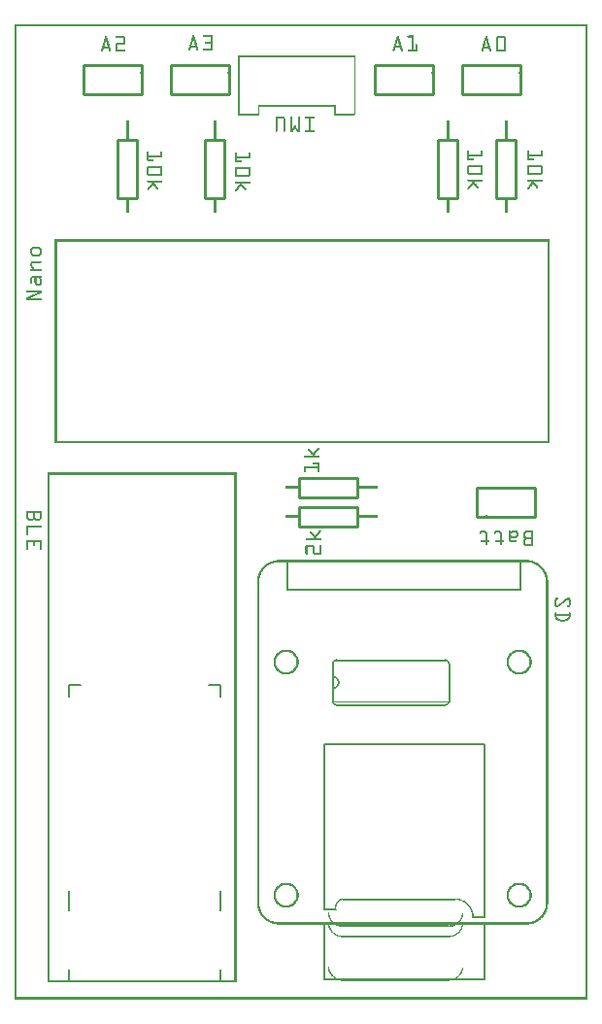
<source format=gto>
G04 MADE WITH FRITZING*
G04 WWW.FRITZING.ORG*
G04 DOUBLE SIDED*
G04 HOLES PLATED*
G04 CONTOUR ON CENTER OF CONTOUR VECTOR*
%ASAXBY*%
%FSLAX23Y23*%
%MOIN*%
%OFA0B0*%
%SFA1.0B1.0*%
%ADD10C,0.010000*%
%ADD11C,0.008000*%
%ADD12C,0.006000*%
%ADD13C,0.002000*%
%ADD14C,0.005000*%
%ADD15R,0.001000X0.001000*%
%LNSILK1*%
G90*
G70*
G54D10*
X1179Y1725D02*
X979Y1725D01*
D02*
X979Y1725D02*
X979Y1791D01*
D02*
X979Y1791D02*
X1179Y1791D01*
D02*
X1179Y1791D02*
X1179Y1725D01*
D02*
X721Y2949D02*
X721Y2749D01*
D02*
X721Y2749D02*
X655Y2749D01*
D02*
X655Y2749D02*
X655Y2949D01*
D02*
X655Y2949D02*
X721Y2949D01*
D02*
X1588Y1658D02*
X1788Y1658D01*
D02*
X1788Y1658D02*
X1788Y1758D01*
D02*
X1788Y1758D02*
X1588Y1758D01*
D02*
X1588Y1758D02*
X1588Y1658D01*
D02*
X1179Y1625D02*
X979Y1625D01*
D02*
X979Y1625D02*
X979Y1691D01*
D02*
X979Y1691D02*
X1179Y1691D01*
D02*
X1179Y1691D02*
X1179Y1625D01*
G54D11*
D02*
X188Y374D02*
X188Y307D01*
D02*
X708Y374D02*
X708Y307D01*
D02*
X188Y1079D02*
X227Y1079D01*
D02*
X188Y1079D02*
X188Y1039D01*
D02*
X708Y1079D02*
X668Y1079D01*
D02*
X708Y1079D02*
X708Y1039D01*
D02*
X708Y63D02*
X668Y63D01*
D02*
X708Y63D02*
X708Y102D01*
D02*
X188Y63D02*
X227Y63D01*
D02*
X188Y63D02*
X188Y102D01*
G54D12*
D02*
X1478Y1165D02*
X1108Y1165D01*
D02*
X1108Y1011D02*
X1478Y1011D01*
D02*
X1493Y1026D02*
X1493Y1150D01*
D02*
X1093Y1150D02*
X1093Y1108D01*
D02*
X1093Y1108D02*
X1093Y1068D01*
D02*
X1093Y1068D02*
X1093Y1026D01*
G54D13*
D02*
X1093Y1025D02*
X1493Y1025D01*
G54D14*
D02*
X1738Y1408D02*
X938Y1408D01*
D02*
X938Y1408D02*
X938Y1508D01*
D02*
X938Y1508D02*
X1738Y1508D01*
D02*
X1738Y1508D02*
X1738Y1408D01*
D02*
X1575Y282D02*
X1614Y282D01*
D02*
X1614Y282D02*
X1614Y877D01*
D02*
X1614Y877D02*
X1063Y877D01*
D02*
X1063Y877D02*
X1063Y310D01*
D02*
X1063Y310D02*
X1103Y310D01*
D02*
X1130Y345D02*
X1512Y345D01*
D02*
X1126Y252D02*
X1489Y252D01*
D02*
X1126Y217D02*
X1489Y217D01*
D02*
X1126Y67D02*
X1489Y67D01*
G54D11*
D02*
X1614Y71D02*
X1614Y258D01*
D02*
X1063Y71D02*
X1063Y258D01*
D02*
X1614Y71D02*
X1063Y71D01*
G54D10*
D02*
X421Y2949D02*
X421Y2749D01*
D02*
X421Y2749D02*
X355Y2749D01*
D02*
X355Y2749D02*
X355Y2949D01*
D02*
X355Y2949D02*
X421Y2949D01*
D02*
X1521Y2949D02*
X1521Y2749D01*
D02*
X1521Y2749D02*
X1455Y2749D01*
D02*
X1455Y2749D02*
X1455Y2949D01*
D02*
X1455Y2949D02*
X1521Y2949D01*
D02*
X1721Y2949D02*
X1721Y2749D01*
D02*
X1721Y2749D02*
X1655Y2749D01*
D02*
X1655Y2749D02*
X1655Y2949D01*
D02*
X1655Y2949D02*
X1721Y2949D01*
D02*
X738Y3208D02*
X538Y3208D01*
D02*
X538Y3208D02*
X538Y3108D01*
D02*
X538Y3108D02*
X738Y3108D01*
D02*
X738Y3108D02*
X738Y3208D01*
D02*
X1438Y3208D02*
X1238Y3208D01*
D02*
X1238Y3208D02*
X1238Y3108D01*
D02*
X1238Y3108D02*
X1438Y3108D01*
D02*
X1438Y3108D02*
X1438Y3208D01*
D02*
X1738Y3208D02*
X1538Y3208D01*
D02*
X1538Y3208D02*
X1538Y3108D01*
D02*
X1538Y3108D02*
X1738Y3108D01*
D02*
X1738Y3108D02*
X1738Y3208D01*
D02*
X438Y3208D02*
X238Y3208D01*
D02*
X238Y3208D02*
X238Y3108D01*
D02*
X238Y3108D02*
X438Y3108D01*
D02*
X438Y3108D02*
X438Y3208D01*
G54D15*
X1Y3346D02*
X1968Y3346D01*
X1Y3345D02*
X1968Y3345D01*
X1Y3344D02*
X1968Y3344D01*
X1Y3343D02*
X1968Y3343D01*
X1Y3342D02*
X1968Y3342D01*
X1Y3341D02*
X1968Y3341D01*
X1Y3340D02*
X1968Y3340D01*
X1Y3339D02*
X1968Y3339D01*
X1Y3338D02*
X8Y3338D01*
X1961Y3338D02*
X1968Y3338D01*
X1Y3337D02*
X8Y3337D01*
X1961Y3337D02*
X1968Y3337D01*
X1Y3336D02*
X8Y3336D01*
X1961Y3336D02*
X1968Y3336D01*
X1Y3335D02*
X8Y3335D01*
X1961Y3335D02*
X1968Y3335D01*
X1Y3334D02*
X8Y3334D01*
X1961Y3334D02*
X1968Y3334D01*
X1Y3333D02*
X8Y3333D01*
X1961Y3333D02*
X1968Y3333D01*
X1Y3332D02*
X8Y3332D01*
X1961Y3332D02*
X1968Y3332D01*
X1Y3331D02*
X8Y3331D01*
X1961Y3331D02*
X1968Y3331D01*
X1Y3330D02*
X8Y3330D01*
X1961Y3330D02*
X1968Y3330D01*
X1Y3329D02*
X8Y3329D01*
X1961Y3329D02*
X1968Y3329D01*
X1Y3328D02*
X8Y3328D01*
X1961Y3328D02*
X1968Y3328D01*
X1Y3327D02*
X8Y3327D01*
X1961Y3327D02*
X1968Y3327D01*
X1Y3326D02*
X8Y3326D01*
X1961Y3326D02*
X1968Y3326D01*
X1Y3325D02*
X8Y3325D01*
X1961Y3325D02*
X1968Y3325D01*
X1Y3324D02*
X8Y3324D01*
X1961Y3324D02*
X1968Y3324D01*
X1Y3323D02*
X8Y3323D01*
X1961Y3323D02*
X1968Y3323D01*
X1Y3322D02*
X8Y3322D01*
X1961Y3322D02*
X1968Y3322D01*
X1Y3321D02*
X8Y3321D01*
X1961Y3321D02*
X1968Y3321D01*
X1Y3320D02*
X8Y3320D01*
X1961Y3320D02*
X1968Y3320D01*
X1Y3319D02*
X8Y3319D01*
X1961Y3319D02*
X1968Y3319D01*
X1Y3318D02*
X8Y3318D01*
X1961Y3318D02*
X1968Y3318D01*
X1Y3317D02*
X8Y3317D01*
X1961Y3317D02*
X1968Y3317D01*
X1Y3316D02*
X8Y3316D01*
X1961Y3316D02*
X1968Y3316D01*
X1Y3315D02*
X8Y3315D01*
X1961Y3315D02*
X1968Y3315D01*
X1Y3314D02*
X8Y3314D01*
X1961Y3314D02*
X1968Y3314D01*
X1Y3313D02*
X8Y3313D01*
X1961Y3313D02*
X1968Y3313D01*
X1Y3312D02*
X8Y3312D01*
X1961Y3312D02*
X1968Y3312D01*
X1Y3311D02*
X8Y3311D01*
X1961Y3311D02*
X1968Y3311D01*
X1Y3310D02*
X8Y3310D01*
X1961Y3310D02*
X1968Y3310D01*
X1Y3309D02*
X8Y3309D01*
X613Y3309D02*
X617Y3309D01*
X650Y3309D02*
X679Y3309D01*
X1961Y3309D02*
X1968Y3309D01*
X1Y3308D02*
X8Y3308D01*
X613Y3308D02*
X618Y3308D01*
X649Y3308D02*
X680Y3308D01*
X1317Y3308D02*
X1317Y3308D01*
X1354Y3308D02*
X1370Y3308D01*
X1961Y3308D02*
X1968Y3308D01*
X1Y3307D02*
X8Y3307D01*
X612Y3307D02*
X618Y3307D01*
X649Y3307D02*
X681Y3307D01*
X1315Y3307D02*
X1319Y3307D01*
X1351Y3307D02*
X1370Y3307D01*
X1961Y3307D02*
X1968Y3307D01*
X1Y3306D02*
X8Y3306D01*
X315Y3306D02*
X316Y3306D01*
X351Y3306D02*
X377Y3306D01*
X612Y3306D02*
X619Y3306D01*
X649Y3306D02*
X682Y3306D01*
X1314Y3306D02*
X1320Y3306D01*
X1351Y3306D02*
X1370Y3306D01*
X1620Y3306D02*
X1621Y3306D01*
X1659Y3306D02*
X1682Y3306D01*
X1961Y3306D02*
X1968Y3306D01*
X1Y3305D02*
X8Y3305D01*
X313Y3305D02*
X317Y3305D01*
X350Y3305D02*
X379Y3305D01*
X612Y3305D02*
X619Y3305D01*
X649Y3305D02*
X682Y3305D01*
X1314Y3305D02*
X1320Y3305D01*
X1350Y3305D02*
X1370Y3305D01*
X1618Y3305D02*
X1623Y3305D01*
X1657Y3305D02*
X1684Y3305D01*
X1961Y3305D02*
X1968Y3305D01*
X1Y3304D02*
X8Y3304D01*
X313Y3304D02*
X318Y3304D01*
X349Y3304D02*
X380Y3304D01*
X611Y3304D02*
X619Y3304D01*
X650Y3304D02*
X682Y3304D01*
X1314Y3304D02*
X1320Y3304D01*
X1351Y3304D02*
X1370Y3304D01*
X1618Y3304D02*
X1623Y3304D01*
X1656Y3304D02*
X1686Y3304D01*
X1961Y3304D02*
X1968Y3304D01*
X1Y3303D02*
X8Y3303D01*
X312Y3303D02*
X318Y3303D01*
X349Y3303D02*
X381Y3303D01*
X611Y3303D02*
X619Y3303D01*
X652Y3303D02*
X682Y3303D01*
X1313Y3303D02*
X1321Y3303D01*
X1351Y3303D02*
X1370Y3303D01*
X1618Y3303D02*
X1624Y3303D01*
X1655Y3303D02*
X1686Y3303D01*
X1961Y3303D02*
X1968Y3303D01*
X1Y3302D02*
X8Y3302D01*
X312Y3302D02*
X319Y3302D01*
X349Y3302D02*
X382Y3302D01*
X611Y3302D02*
X620Y3302D01*
X676Y3302D02*
X682Y3302D01*
X1313Y3302D02*
X1321Y3302D01*
X1352Y3302D02*
X1370Y3302D01*
X1617Y3302D02*
X1624Y3302D01*
X1655Y3302D02*
X1687Y3302D01*
X1961Y3302D02*
X1968Y3302D01*
X1Y3301D02*
X8Y3301D01*
X312Y3301D02*
X319Y3301D01*
X349Y3301D02*
X382Y3301D01*
X611Y3301D02*
X620Y3301D01*
X676Y3301D02*
X682Y3301D01*
X1313Y3301D02*
X1321Y3301D01*
X1364Y3301D02*
X1370Y3301D01*
X1617Y3301D02*
X1624Y3301D01*
X1654Y3301D02*
X1687Y3301D01*
X1961Y3301D02*
X1968Y3301D01*
X1Y3300D02*
X8Y3300D01*
X311Y3300D02*
X319Y3300D01*
X350Y3300D02*
X382Y3300D01*
X610Y3300D02*
X620Y3300D01*
X676Y3300D02*
X682Y3300D01*
X1312Y3300D02*
X1321Y3300D01*
X1364Y3300D02*
X1370Y3300D01*
X1617Y3300D02*
X1625Y3300D01*
X1654Y3300D02*
X1688Y3300D01*
X1961Y3300D02*
X1968Y3300D01*
X1Y3299D02*
X8Y3299D01*
X311Y3299D02*
X320Y3299D01*
X376Y3299D02*
X382Y3299D01*
X610Y3299D02*
X621Y3299D01*
X676Y3299D02*
X682Y3299D01*
X1312Y3299D02*
X1322Y3299D01*
X1364Y3299D02*
X1370Y3299D01*
X1616Y3299D02*
X1625Y3299D01*
X1654Y3299D02*
X1660Y3299D01*
X1681Y3299D02*
X1688Y3299D01*
X1961Y3299D02*
X1968Y3299D01*
X1Y3298D02*
X8Y3298D01*
X311Y3298D02*
X320Y3298D01*
X376Y3298D02*
X382Y3298D01*
X610Y3298D02*
X621Y3298D01*
X676Y3298D02*
X682Y3298D01*
X1312Y3298D02*
X1322Y3298D01*
X1364Y3298D02*
X1370Y3298D01*
X1616Y3298D02*
X1625Y3298D01*
X1654Y3298D02*
X1660Y3298D01*
X1682Y3298D02*
X1688Y3298D01*
X1961Y3298D02*
X1968Y3298D01*
X1Y3297D02*
X8Y3297D01*
X311Y3297D02*
X320Y3297D01*
X376Y3297D02*
X382Y3297D01*
X609Y3297D02*
X621Y3297D01*
X676Y3297D02*
X682Y3297D01*
X1312Y3297D02*
X1322Y3297D01*
X1364Y3297D02*
X1370Y3297D01*
X1616Y3297D02*
X1625Y3297D01*
X1654Y3297D02*
X1660Y3297D01*
X1682Y3297D02*
X1688Y3297D01*
X1961Y3297D02*
X1968Y3297D01*
X1Y3296D02*
X8Y3296D01*
X310Y3296D02*
X320Y3296D01*
X376Y3296D02*
X382Y3296D01*
X609Y3296D02*
X621Y3296D01*
X676Y3296D02*
X682Y3296D01*
X1311Y3296D02*
X1323Y3296D01*
X1364Y3296D02*
X1370Y3296D01*
X1615Y3296D02*
X1626Y3296D01*
X1654Y3296D02*
X1660Y3296D01*
X1682Y3296D02*
X1688Y3296D01*
X1961Y3296D02*
X1968Y3296D01*
X1Y3295D02*
X8Y3295D01*
X310Y3295D02*
X321Y3295D01*
X376Y3295D02*
X382Y3295D01*
X609Y3295D02*
X622Y3295D01*
X676Y3295D02*
X682Y3295D01*
X1311Y3295D02*
X1323Y3295D01*
X1364Y3295D02*
X1370Y3295D01*
X1615Y3295D02*
X1626Y3295D01*
X1654Y3295D02*
X1660Y3295D01*
X1682Y3295D02*
X1688Y3295D01*
X1961Y3295D02*
X1968Y3295D01*
X1Y3294D02*
X8Y3294D01*
X310Y3294D02*
X321Y3294D01*
X376Y3294D02*
X382Y3294D01*
X608Y3294D02*
X622Y3294D01*
X676Y3294D02*
X682Y3294D01*
X1311Y3294D02*
X1323Y3294D01*
X1364Y3294D02*
X1370Y3294D01*
X1615Y3294D02*
X1626Y3294D01*
X1654Y3294D02*
X1660Y3294D01*
X1682Y3294D02*
X1688Y3294D01*
X1961Y3294D02*
X1968Y3294D01*
X1Y3293D02*
X8Y3293D01*
X309Y3293D02*
X321Y3293D01*
X376Y3293D02*
X382Y3293D01*
X608Y3293D02*
X622Y3293D01*
X676Y3293D02*
X682Y3293D01*
X1310Y3293D02*
X1324Y3293D01*
X1364Y3293D02*
X1370Y3293D01*
X1615Y3293D02*
X1627Y3293D01*
X1654Y3293D02*
X1660Y3293D01*
X1682Y3293D02*
X1688Y3293D01*
X1961Y3293D02*
X1968Y3293D01*
X1Y3292D02*
X8Y3292D01*
X309Y3292D02*
X322Y3292D01*
X376Y3292D02*
X382Y3292D01*
X608Y3292D02*
X614Y3292D01*
X616Y3292D02*
X623Y3292D01*
X676Y3292D02*
X682Y3292D01*
X1310Y3292D02*
X1324Y3292D01*
X1364Y3292D02*
X1370Y3292D01*
X1614Y3292D02*
X1627Y3292D01*
X1654Y3292D02*
X1660Y3292D01*
X1682Y3292D02*
X1688Y3292D01*
X1961Y3292D02*
X1968Y3292D01*
X1Y3291D02*
X8Y3291D01*
X309Y3291D02*
X322Y3291D01*
X376Y3291D02*
X382Y3291D01*
X608Y3291D02*
X614Y3291D01*
X617Y3291D02*
X623Y3291D01*
X676Y3291D02*
X682Y3291D01*
X1310Y3291D02*
X1316Y3291D01*
X1318Y3291D02*
X1324Y3291D01*
X1364Y3291D02*
X1370Y3291D01*
X1614Y3291D02*
X1627Y3291D01*
X1654Y3291D02*
X1660Y3291D01*
X1682Y3291D02*
X1688Y3291D01*
X1961Y3291D02*
X1968Y3291D01*
X1Y3290D02*
X8Y3290D01*
X308Y3290D02*
X322Y3290D01*
X376Y3290D02*
X382Y3290D01*
X607Y3290D02*
X614Y3290D01*
X617Y3290D02*
X623Y3290D01*
X676Y3290D02*
X682Y3290D01*
X1310Y3290D02*
X1316Y3290D01*
X1318Y3290D02*
X1324Y3290D01*
X1364Y3290D02*
X1370Y3290D01*
X1614Y3290D02*
X1627Y3290D01*
X1654Y3290D02*
X1660Y3290D01*
X1682Y3290D02*
X1688Y3290D01*
X1961Y3290D02*
X1968Y3290D01*
X1Y3289D02*
X8Y3289D01*
X308Y3289D02*
X314Y3289D01*
X316Y3289D02*
X323Y3289D01*
X376Y3289D02*
X382Y3289D01*
X607Y3289D02*
X613Y3289D01*
X617Y3289D02*
X624Y3289D01*
X676Y3289D02*
X682Y3289D01*
X1309Y3289D02*
X1316Y3289D01*
X1318Y3289D02*
X1325Y3289D01*
X1364Y3289D02*
X1370Y3289D01*
X1613Y3289D02*
X1628Y3289D01*
X1654Y3289D02*
X1660Y3289D01*
X1682Y3289D02*
X1688Y3289D01*
X1961Y3289D02*
X1968Y3289D01*
X1Y3288D02*
X8Y3288D01*
X308Y3288D02*
X314Y3288D01*
X316Y3288D02*
X323Y3288D01*
X376Y3288D02*
X382Y3288D01*
X607Y3288D02*
X613Y3288D01*
X617Y3288D02*
X624Y3288D01*
X676Y3288D02*
X682Y3288D01*
X1309Y3288D02*
X1315Y3288D01*
X1319Y3288D02*
X1325Y3288D01*
X1364Y3288D02*
X1370Y3288D01*
X1613Y3288D02*
X1619Y3288D01*
X1622Y3288D02*
X1628Y3288D01*
X1654Y3288D02*
X1660Y3288D01*
X1682Y3288D02*
X1688Y3288D01*
X1961Y3288D02*
X1968Y3288D01*
X1Y3287D02*
X8Y3287D01*
X308Y3287D02*
X314Y3287D01*
X317Y3287D02*
X323Y3287D01*
X376Y3287D02*
X382Y3287D01*
X606Y3287D02*
X613Y3287D01*
X618Y3287D02*
X624Y3287D01*
X675Y3287D02*
X682Y3287D01*
X1309Y3287D02*
X1315Y3287D01*
X1319Y3287D02*
X1325Y3287D01*
X1364Y3287D02*
X1370Y3287D01*
X1613Y3287D02*
X1619Y3287D01*
X1622Y3287D02*
X1628Y3287D01*
X1654Y3287D02*
X1660Y3287D01*
X1682Y3287D02*
X1688Y3287D01*
X1961Y3287D02*
X1968Y3287D01*
X1Y3286D02*
X8Y3286D01*
X307Y3286D02*
X314Y3286D01*
X317Y3286D02*
X323Y3286D01*
X376Y3286D02*
X382Y3286D01*
X606Y3286D02*
X612Y3286D01*
X618Y3286D02*
X624Y3286D01*
X658Y3286D02*
X682Y3286D01*
X1308Y3286D02*
X1315Y3286D01*
X1319Y3286D02*
X1326Y3286D01*
X1364Y3286D02*
X1370Y3286D01*
X1613Y3286D02*
X1619Y3286D01*
X1622Y3286D02*
X1629Y3286D01*
X1654Y3286D02*
X1660Y3286D01*
X1682Y3286D02*
X1688Y3286D01*
X1961Y3286D02*
X1968Y3286D01*
X1Y3285D02*
X8Y3285D01*
X307Y3285D02*
X313Y3285D01*
X317Y3285D02*
X324Y3285D01*
X376Y3285D02*
X382Y3285D01*
X606Y3285D02*
X612Y3285D01*
X618Y3285D02*
X625Y3285D01*
X656Y3285D02*
X681Y3285D01*
X1308Y3285D02*
X1314Y3285D01*
X1320Y3285D02*
X1326Y3285D01*
X1364Y3285D02*
X1370Y3285D01*
X1612Y3285D02*
X1619Y3285D01*
X1623Y3285D02*
X1629Y3285D01*
X1654Y3285D02*
X1660Y3285D01*
X1682Y3285D02*
X1688Y3285D01*
X1961Y3285D02*
X1968Y3285D01*
X1Y3284D02*
X8Y3284D01*
X307Y3284D02*
X313Y3284D01*
X318Y3284D02*
X324Y3284D01*
X376Y3284D02*
X382Y3284D01*
X606Y3284D02*
X612Y3284D01*
X619Y3284D02*
X625Y3284D01*
X656Y3284D02*
X680Y3284D01*
X1308Y3284D02*
X1314Y3284D01*
X1320Y3284D02*
X1326Y3284D01*
X1364Y3284D02*
X1370Y3284D01*
X1612Y3284D02*
X1618Y3284D01*
X1623Y3284D02*
X1629Y3284D01*
X1654Y3284D02*
X1660Y3284D01*
X1682Y3284D02*
X1688Y3284D01*
X1961Y3284D02*
X1968Y3284D01*
X1Y3283D02*
X8Y3283D01*
X306Y3283D02*
X313Y3283D01*
X318Y3283D02*
X324Y3283D01*
X376Y3283D02*
X382Y3283D01*
X605Y3283D02*
X612Y3283D01*
X619Y3283D02*
X625Y3283D01*
X656Y3283D02*
X680Y3283D01*
X1307Y3283D02*
X1314Y3283D01*
X1320Y3283D02*
X1326Y3283D01*
X1364Y3283D02*
X1370Y3283D01*
X1612Y3283D02*
X1618Y3283D01*
X1623Y3283D02*
X1630Y3283D01*
X1654Y3283D02*
X1660Y3283D01*
X1682Y3283D02*
X1688Y3283D01*
X1961Y3283D02*
X1968Y3283D01*
X1Y3282D02*
X8Y3282D01*
X306Y3282D02*
X312Y3282D01*
X318Y3282D02*
X325Y3282D01*
X353Y3282D02*
X382Y3282D01*
X605Y3282D02*
X611Y3282D01*
X619Y3282D02*
X626Y3282D01*
X656Y3282D02*
X680Y3282D01*
X1307Y3282D02*
X1314Y3282D01*
X1320Y3282D02*
X1327Y3282D01*
X1364Y3282D02*
X1370Y3282D01*
X1611Y3282D02*
X1618Y3282D01*
X1623Y3282D02*
X1630Y3282D01*
X1654Y3282D02*
X1660Y3282D01*
X1682Y3282D02*
X1688Y3282D01*
X1961Y3282D02*
X1968Y3282D01*
X1Y3281D02*
X8Y3281D01*
X306Y3281D02*
X312Y3281D01*
X319Y3281D02*
X325Y3281D01*
X351Y3281D02*
X382Y3281D01*
X605Y3281D02*
X611Y3281D01*
X620Y3281D02*
X626Y3281D01*
X656Y3281D02*
X681Y3281D01*
X1307Y3281D02*
X1313Y3281D01*
X1321Y3281D02*
X1327Y3281D01*
X1364Y3281D02*
X1370Y3281D01*
X1611Y3281D02*
X1617Y3281D01*
X1624Y3281D02*
X1630Y3281D01*
X1654Y3281D02*
X1660Y3281D01*
X1682Y3281D02*
X1688Y3281D01*
X1961Y3281D02*
X1968Y3281D01*
X1Y3280D02*
X8Y3280D01*
X306Y3280D02*
X312Y3280D01*
X319Y3280D02*
X325Y3280D01*
X350Y3280D02*
X382Y3280D01*
X604Y3280D02*
X611Y3280D01*
X620Y3280D02*
X626Y3280D01*
X657Y3280D02*
X681Y3280D01*
X1307Y3280D02*
X1313Y3280D01*
X1321Y3280D02*
X1327Y3280D01*
X1364Y3280D02*
X1370Y3280D01*
X1611Y3280D02*
X1617Y3280D01*
X1624Y3280D02*
X1630Y3280D01*
X1654Y3280D02*
X1660Y3280D01*
X1682Y3280D02*
X1688Y3280D01*
X1961Y3280D02*
X1968Y3280D01*
X1Y3279D02*
X8Y3279D01*
X305Y3279D02*
X312Y3279D01*
X319Y3279D02*
X325Y3279D01*
X350Y3279D02*
X381Y3279D01*
X604Y3279D02*
X610Y3279D01*
X620Y3279D02*
X626Y3279D01*
X674Y3279D02*
X682Y3279D01*
X1306Y3279D02*
X1313Y3279D01*
X1321Y3279D02*
X1328Y3279D01*
X1364Y3279D02*
X1370Y3279D01*
X1610Y3279D02*
X1617Y3279D01*
X1624Y3279D02*
X1631Y3279D01*
X1654Y3279D02*
X1660Y3279D01*
X1682Y3279D02*
X1688Y3279D01*
X1961Y3279D02*
X1968Y3279D01*
X1Y3278D02*
X8Y3278D01*
X305Y3278D02*
X311Y3278D01*
X319Y3278D02*
X326Y3278D01*
X349Y3278D02*
X381Y3278D01*
X604Y3278D02*
X610Y3278D01*
X620Y3278D02*
X627Y3278D01*
X675Y3278D02*
X682Y3278D01*
X1306Y3278D02*
X1312Y3278D01*
X1322Y3278D02*
X1328Y3278D01*
X1364Y3278D02*
X1370Y3278D01*
X1380Y3278D02*
X1382Y3278D01*
X1610Y3278D02*
X1617Y3278D01*
X1625Y3278D02*
X1631Y3278D01*
X1654Y3278D02*
X1660Y3278D01*
X1682Y3278D02*
X1688Y3278D01*
X1961Y3278D02*
X1968Y3278D01*
X1Y3277D02*
X8Y3277D01*
X305Y3277D02*
X311Y3277D01*
X320Y3277D02*
X326Y3277D01*
X349Y3277D02*
X379Y3277D01*
X604Y3277D02*
X610Y3277D01*
X621Y3277D02*
X627Y3277D01*
X676Y3277D02*
X682Y3277D01*
X1306Y3277D02*
X1312Y3277D01*
X1322Y3277D02*
X1328Y3277D01*
X1364Y3277D02*
X1370Y3277D01*
X1379Y3277D02*
X1383Y3277D01*
X1610Y3277D02*
X1616Y3277D01*
X1625Y3277D02*
X1631Y3277D01*
X1654Y3277D02*
X1660Y3277D01*
X1682Y3277D02*
X1688Y3277D01*
X1961Y3277D02*
X1968Y3277D01*
X1Y3276D02*
X8Y3276D01*
X304Y3276D02*
X311Y3276D01*
X320Y3276D02*
X326Y3276D01*
X349Y3276D02*
X377Y3276D01*
X603Y3276D02*
X610Y3276D01*
X621Y3276D02*
X627Y3276D01*
X676Y3276D02*
X682Y3276D01*
X1305Y3276D02*
X1312Y3276D01*
X1322Y3276D02*
X1328Y3276D01*
X1364Y3276D02*
X1370Y3276D01*
X1378Y3276D02*
X1384Y3276D01*
X1610Y3276D02*
X1616Y3276D01*
X1625Y3276D02*
X1632Y3276D01*
X1654Y3276D02*
X1660Y3276D01*
X1682Y3276D02*
X1688Y3276D01*
X1961Y3276D02*
X1968Y3276D01*
X1Y3275D02*
X8Y3275D01*
X304Y3275D02*
X310Y3275D01*
X320Y3275D02*
X327Y3275D01*
X349Y3275D02*
X355Y3275D01*
X603Y3275D02*
X609Y3275D01*
X621Y3275D02*
X628Y3275D01*
X676Y3275D02*
X682Y3275D01*
X1305Y3275D02*
X1311Y3275D01*
X1322Y3275D02*
X1329Y3275D01*
X1364Y3275D02*
X1370Y3275D01*
X1378Y3275D02*
X1384Y3275D01*
X1609Y3275D02*
X1616Y3275D01*
X1626Y3275D02*
X1632Y3275D01*
X1654Y3275D02*
X1660Y3275D01*
X1682Y3275D02*
X1688Y3275D01*
X1961Y3275D02*
X1968Y3275D01*
X1Y3274D02*
X8Y3274D01*
X304Y3274D02*
X310Y3274D01*
X321Y3274D02*
X327Y3274D01*
X349Y3274D02*
X355Y3274D01*
X603Y3274D02*
X628Y3274D01*
X676Y3274D02*
X682Y3274D01*
X1305Y3274D02*
X1311Y3274D01*
X1323Y3274D02*
X1329Y3274D01*
X1364Y3274D02*
X1370Y3274D01*
X1378Y3274D02*
X1384Y3274D01*
X1609Y3274D02*
X1615Y3274D01*
X1626Y3274D02*
X1632Y3274D01*
X1654Y3274D02*
X1660Y3274D01*
X1682Y3274D02*
X1688Y3274D01*
X1961Y3274D02*
X1968Y3274D01*
X1Y3273D02*
X8Y3273D01*
X304Y3273D02*
X310Y3273D01*
X321Y3273D02*
X327Y3273D01*
X349Y3273D02*
X355Y3273D01*
X602Y3273D02*
X628Y3273D01*
X676Y3273D02*
X682Y3273D01*
X1305Y3273D02*
X1311Y3273D01*
X1323Y3273D02*
X1329Y3273D01*
X1364Y3273D02*
X1370Y3273D01*
X1378Y3273D02*
X1384Y3273D01*
X1609Y3273D02*
X1615Y3273D01*
X1626Y3273D02*
X1632Y3273D01*
X1654Y3273D02*
X1660Y3273D01*
X1682Y3273D02*
X1688Y3273D01*
X1961Y3273D02*
X1968Y3273D01*
X1Y3272D02*
X8Y3272D01*
X303Y3272D02*
X310Y3272D01*
X321Y3272D02*
X327Y3272D01*
X349Y3272D02*
X355Y3272D01*
X602Y3272D02*
X628Y3272D01*
X676Y3272D02*
X682Y3272D01*
X1304Y3272D02*
X1330Y3272D01*
X1364Y3272D02*
X1370Y3272D01*
X1378Y3272D02*
X1384Y3272D01*
X1608Y3272D02*
X1615Y3272D01*
X1626Y3272D02*
X1633Y3272D01*
X1654Y3272D02*
X1660Y3272D01*
X1682Y3272D02*
X1688Y3272D01*
X1961Y3272D02*
X1968Y3272D01*
X1Y3271D02*
X8Y3271D01*
X303Y3271D02*
X310Y3271D01*
X321Y3271D02*
X328Y3271D01*
X349Y3271D02*
X355Y3271D01*
X602Y3271D02*
X629Y3271D01*
X676Y3271D02*
X682Y3271D01*
X1304Y3271D02*
X1330Y3271D01*
X1364Y3271D02*
X1370Y3271D01*
X1378Y3271D02*
X1384Y3271D01*
X1608Y3271D02*
X1615Y3271D01*
X1626Y3271D02*
X1633Y3271D01*
X1654Y3271D02*
X1660Y3271D01*
X1682Y3271D02*
X1688Y3271D01*
X1961Y3271D02*
X1968Y3271D01*
X1Y3270D02*
X8Y3270D01*
X303Y3270D02*
X328Y3270D01*
X349Y3270D02*
X355Y3270D01*
X601Y3270D02*
X629Y3270D01*
X676Y3270D02*
X682Y3270D01*
X1304Y3270D02*
X1330Y3270D01*
X1364Y3270D02*
X1370Y3270D01*
X1378Y3270D02*
X1384Y3270D01*
X1608Y3270D02*
X1633Y3270D01*
X1654Y3270D02*
X1660Y3270D01*
X1682Y3270D02*
X1688Y3270D01*
X1961Y3270D02*
X1968Y3270D01*
X1Y3269D02*
X8Y3269D01*
X302Y3269D02*
X328Y3269D01*
X349Y3269D02*
X355Y3269D01*
X601Y3269D02*
X629Y3269D01*
X676Y3269D02*
X682Y3269D01*
X1303Y3269D02*
X1331Y3269D01*
X1364Y3269D02*
X1370Y3269D01*
X1378Y3269D02*
X1384Y3269D01*
X1608Y3269D02*
X1634Y3269D01*
X1654Y3269D02*
X1660Y3269D01*
X1682Y3269D02*
X1688Y3269D01*
X1961Y3269D02*
X1968Y3269D01*
X1Y3268D02*
X8Y3268D01*
X302Y3268D02*
X329Y3268D01*
X349Y3268D02*
X355Y3268D01*
X601Y3268D02*
X630Y3268D01*
X676Y3268D02*
X682Y3268D01*
X1303Y3268D02*
X1331Y3268D01*
X1364Y3268D02*
X1370Y3268D01*
X1378Y3268D02*
X1384Y3268D01*
X1607Y3268D02*
X1634Y3268D01*
X1654Y3268D02*
X1660Y3268D01*
X1682Y3268D02*
X1688Y3268D01*
X1961Y3268D02*
X1968Y3268D01*
X1Y3267D02*
X8Y3267D01*
X302Y3267D02*
X329Y3267D01*
X349Y3267D02*
X355Y3267D01*
X601Y3267D02*
X607Y3267D01*
X624Y3267D02*
X630Y3267D01*
X676Y3267D02*
X682Y3267D01*
X1303Y3267D02*
X1331Y3267D01*
X1364Y3267D02*
X1370Y3267D01*
X1378Y3267D02*
X1384Y3267D01*
X1607Y3267D02*
X1634Y3267D01*
X1654Y3267D02*
X1660Y3267D01*
X1682Y3267D02*
X1688Y3267D01*
X1961Y3267D02*
X1968Y3267D01*
X1Y3266D02*
X8Y3266D01*
X301Y3266D02*
X329Y3266D01*
X349Y3266D02*
X355Y3266D01*
X600Y3266D02*
X607Y3266D01*
X624Y3266D02*
X630Y3266D01*
X676Y3266D02*
X682Y3266D01*
X1303Y3266D02*
X1331Y3266D01*
X1364Y3266D02*
X1370Y3266D01*
X1378Y3266D02*
X1384Y3266D01*
X1607Y3266D02*
X1634Y3266D01*
X1654Y3266D02*
X1660Y3266D01*
X1682Y3266D02*
X1688Y3266D01*
X1961Y3266D02*
X1968Y3266D01*
X1Y3265D02*
X8Y3265D01*
X301Y3265D02*
X330Y3265D01*
X349Y3265D02*
X355Y3265D01*
X600Y3265D02*
X606Y3265D01*
X624Y3265D02*
X631Y3265D01*
X676Y3265D02*
X682Y3265D01*
X1302Y3265D02*
X1309Y3265D01*
X1325Y3265D02*
X1332Y3265D01*
X1364Y3265D02*
X1370Y3265D01*
X1378Y3265D02*
X1384Y3265D01*
X1606Y3265D02*
X1635Y3265D01*
X1654Y3265D02*
X1660Y3265D01*
X1682Y3265D02*
X1688Y3265D01*
X1961Y3265D02*
X1968Y3265D01*
X1Y3264D02*
X8Y3264D01*
X301Y3264D02*
X330Y3264D01*
X349Y3264D02*
X355Y3264D01*
X600Y3264D02*
X606Y3264D01*
X625Y3264D02*
X631Y3264D01*
X676Y3264D02*
X682Y3264D01*
X1302Y3264D02*
X1308Y3264D01*
X1326Y3264D02*
X1332Y3264D01*
X1364Y3264D02*
X1370Y3264D01*
X1378Y3264D02*
X1384Y3264D01*
X1606Y3264D02*
X1635Y3264D01*
X1654Y3264D02*
X1660Y3264D01*
X1682Y3264D02*
X1688Y3264D01*
X1961Y3264D02*
X1968Y3264D01*
X1Y3263D02*
X8Y3263D01*
X301Y3263D02*
X307Y3263D01*
X324Y3263D02*
X330Y3263D01*
X349Y3263D02*
X355Y3263D01*
X599Y3263D02*
X606Y3263D01*
X625Y3263D02*
X631Y3263D01*
X676Y3263D02*
X682Y3263D01*
X1302Y3263D02*
X1308Y3263D01*
X1326Y3263D02*
X1332Y3263D01*
X1364Y3263D02*
X1370Y3263D01*
X1378Y3263D02*
X1384Y3263D01*
X1606Y3263D02*
X1612Y3263D01*
X1629Y3263D02*
X1635Y3263D01*
X1654Y3263D02*
X1660Y3263D01*
X1682Y3263D02*
X1688Y3263D01*
X1961Y3263D02*
X1968Y3263D01*
X1Y3262D02*
X8Y3262D01*
X300Y3262D02*
X307Y3262D01*
X324Y3262D02*
X330Y3262D01*
X349Y3262D02*
X355Y3262D01*
X599Y3262D02*
X605Y3262D01*
X625Y3262D02*
X631Y3262D01*
X650Y3262D02*
X682Y3262D01*
X1301Y3262D02*
X1308Y3262D01*
X1326Y3262D02*
X1333Y3262D01*
X1364Y3262D02*
X1370Y3262D01*
X1378Y3262D02*
X1384Y3262D01*
X1606Y3262D02*
X1612Y3262D01*
X1629Y3262D02*
X1636Y3262D01*
X1654Y3262D02*
X1660Y3262D01*
X1682Y3262D02*
X1688Y3262D01*
X1961Y3262D02*
X1968Y3262D01*
X1Y3261D02*
X8Y3261D01*
X300Y3261D02*
X306Y3261D01*
X324Y3261D02*
X331Y3261D01*
X349Y3261D02*
X355Y3261D01*
X599Y3261D02*
X605Y3261D01*
X625Y3261D02*
X632Y3261D01*
X649Y3261D02*
X682Y3261D01*
X1301Y3261D02*
X1307Y3261D01*
X1327Y3261D02*
X1333Y3261D01*
X1364Y3261D02*
X1371Y3261D01*
X1378Y3261D02*
X1384Y3261D01*
X1605Y3261D02*
X1612Y3261D01*
X1630Y3261D02*
X1636Y3261D01*
X1654Y3261D02*
X1660Y3261D01*
X1682Y3261D02*
X1688Y3261D01*
X1961Y3261D02*
X1968Y3261D01*
X1Y3260D02*
X8Y3260D01*
X300Y3260D02*
X306Y3260D01*
X325Y3260D02*
X331Y3260D01*
X349Y3260D02*
X355Y3260D01*
X599Y3260D02*
X605Y3260D01*
X626Y3260D02*
X632Y3260D01*
X649Y3260D02*
X682Y3260D01*
X1301Y3260D02*
X1307Y3260D01*
X1327Y3260D02*
X1333Y3260D01*
X1352Y3260D02*
X1384Y3260D01*
X1605Y3260D02*
X1611Y3260D01*
X1630Y3260D02*
X1636Y3260D01*
X1654Y3260D02*
X1660Y3260D01*
X1682Y3260D02*
X1688Y3260D01*
X1961Y3260D02*
X1968Y3260D01*
X1Y3259D02*
X8Y3259D01*
X299Y3259D02*
X306Y3259D01*
X325Y3259D02*
X331Y3259D01*
X349Y3259D02*
X379Y3259D01*
X598Y3259D02*
X605Y3259D01*
X626Y3259D02*
X632Y3259D01*
X649Y3259D02*
X681Y3259D01*
X1300Y3259D02*
X1307Y3259D01*
X1327Y3259D02*
X1333Y3259D01*
X1351Y3259D02*
X1384Y3259D01*
X1605Y3259D02*
X1611Y3259D01*
X1630Y3259D02*
X1636Y3259D01*
X1654Y3259D02*
X1688Y3259D01*
X1961Y3259D02*
X1968Y3259D01*
X1Y3258D02*
X8Y3258D01*
X299Y3258D02*
X305Y3258D01*
X325Y3258D02*
X332Y3258D01*
X349Y3258D02*
X381Y3258D01*
X599Y3258D02*
X604Y3258D01*
X626Y3258D02*
X632Y3258D01*
X649Y3258D02*
X680Y3258D01*
X1300Y3258D02*
X1306Y3258D01*
X1327Y3258D02*
X1334Y3258D01*
X1351Y3258D02*
X1384Y3258D01*
X1604Y3258D02*
X1611Y3258D01*
X1631Y3258D02*
X1637Y3258D01*
X1654Y3258D02*
X1688Y3258D01*
X1961Y3258D02*
X1968Y3258D01*
X1Y3257D02*
X8Y3257D01*
X299Y3257D02*
X305Y3257D01*
X326Y3257D02*
X332Y3257D01*
X349Y3257D02*
X382Y3257D01*
X599Y3257D02*
X604Y3257D01*
X627Y3257D02*
X631Y3257D01*
X650Y3257D02*
X679Y3257D01*
X1300Y3257D02*
X1306Y3257D01*
X1328Y3257D02*
X1334Y3257D01*
X1350Y3257D02*
X1384Y3257D01*
X1604Y3257D02*
X1610Y3257D01*
X1631Y3257D02*
X1637Y3257D01*
X1654Y3257D02*
X1687Y3257D01*
X1961Y3257D02*
X1968Y3257D01*
X1Y3256D02*
X8Y3256D01*
X299Y3256D02*
X305Y3256D01*
X326Y3256D02*
X332Y3256D01*
X349Y3256D02*
X382Y3256D01*
X601Y3256D02*
X602Y3256D01*
X628Y3256D02*
X630Y3256D01*
X651Y3256D02*
X677Y3256D01*
X1300Y3256D02*
X1306Y3256D01*
X1328Y3256D02*
X1333Y3256D01*
X1351Y3256D02*
X1384Y3256D01*
X1604Y3256D02*
X1610Y3256D01*
X1631Y3256D02*
X1637Y3256D01*
X1655Y3256D02*
X1687Y3256D01*
X1961Y3256D02*
X1968Y3256D01*
X1Y3255D02*
X8Y3255D01*
X299Y3255D02*
X305Y3255D01*
X326Y3255D02*
X332Y3255D01*
X349Y3255D02*
X382Y3255D01*
X1301Y3255D02*
X1305Y3255D01*
X1329Y3255D02*
X1333Y3255D01*
X1351Y3255D02*
X1383Y3255D01*
X1604Y3255D02*
X1610Y3255D01*
X1631Y3255D02*
X1637Y3255D01*
X1655Y3255D02*
X1686Y3255D01*
X1961Y3255D02*
X1968Y3255D01*
X1Y3254D02*
X8Y3254D01*
X299Y3254D02*
X304Y3254D01*
X327Y3254D02*
X332Y3254D01*
X349Y3254D02*
X382Y3254D01*
X1303Y3254D02*
X1303Y3254D01*
X1331Y3254D02*
X1331Y3254D01*
X1353Y3254D02*
X1381Y3254D01*
X1604Y3254D02*
X1609Y3254D01*
X1632Y3254D02*
X1637Y3254D01*
X1656Y3254D02*
X1685Y3254D01*
X1961Y3254D02*
X1968Y3254D01*
X1Y3253D02*
X8Y3253D01*
X300Y3253D02*
X303Y3253D01*
X327Y3253D02*
X331Y3253D01*
X349Y3253D02*
X381Y3253D01*
X1605Y3253D02*
X1609Y3253D01*
X1633Y3253D02*
X1636Y3253D01*
X1658Y3253D02*
X1684Y3253D01*
X1961Y3253D02*
X1968Y3253D01*
X1Y3252D02*
X8Y3252D01*
X1961Y3252D02*
X1968Y3252D01*
X1Y3251D02*
X8Y3251D01*
X1961Y3251D02*
X1968Y3251D01*
X1Y3250D02*
X8Y3250D01*
X1961Y3250D02*
X1968Y3250D01*
X1Y3249D02*
X8Y3249D01*
X1961Y3249D02*
X1968Y3249D01*
X1Y3248D02*
X8Y3248D01*
X1961Y3248D02*
X1968Y3248D01*
X1Y3247D02*
X8Y3247D01*
X1961Y3247D02*
X1968Y3247D01*
X1Y3246D02*
X8Y3246D01*
X1961Y3246D02*
X1968Y3246D01*
X1Y3245D02*
X8Y3245D01*
X1961Y3245D02*
X1968Y3245D01*
X1Y3244D02*
X8Y3244D01*
X1961Y3244D02*
X1968Y3244D01*
X1Y3243D02*
X8Y3243D01*
X1961Y3243D02*
X1968Y3243D01*
X1Y3242D02*
X8Y3242D01*
X1961Y3242D02*
X1968Y3242D01*
X1Y3241D02*
X8Y3241D01*
X1961Y3241D02*
X1968Y3241D01*
X1Y3240D02*
X8Y3240D01*
X1961Y3240D02*
X1968Y3240D01*
X1Y3239D02*
X8Y3239D01*
X1961Y3239D02*
X1968Y3239D01*
X1Y3238D02*
X8Y3238D01*
X770Y3238D02*
X1171Y3238D01*
X1961Y3238D02*
X1968Y3238D01*
X1Y3237D02*
X8Y3237D01*
X770Y3237D02*
X1171Y3237D01*
X1961Y3237D02*
X1968Y3237D01*
X1Y3236D02*
X8Y3236D01*
X770Y3236D02*
X1171Y3236D01*
X1961Y3236D02*
X1968Y3236D01*
X1Y3235D02*
X8Y3235D01*
X770Y3235D02*
X1171Y3235D01*
X1961Y3235D02*
X1968Y3235D01*
X1Y3234D02*
X8Y3234D01*
X770Y3234D02*
X1171Y3234D01*
X1961Y3234D02*
X1968Y3234D01*
X1Y3233D02*
X8Y3233D01*
X770Y3233D02*
X774Y3233D01*
X1167Y3233D02*
X1171Y3233D01*
X1961Y3233D02*
X1968Y3233D01*
X1Y3232D02*
X8Y3232D01*
X770Y3232D02*
X774Y3232D01*
X1167Y3232D02*
X1171Y3232D01*
X1961Y3232D02*
X1968Y3232D01*
X1Y3231D02*
X8Y3231D01*
X770Y3231D02*
X774Y3231D01*
X1167Y3231D02*
X1171Y3231D01*
X1961Y3231D02*
X1968Y3231D01*
X1Y3230D02*
X8Y3230D01*
X770Y3230D02*
X774Y3230D01*
X1167Y3230D02*
X1171Y3230D01*
X1961Y3230D02*
X1968Y3230D01*
X1Y3229D02*
X8Y3229D01*
X770Y3229D02*
X774Y3229D01*
X1167Y3229D02*
X1171Y3229D01*
X1961Y3229D02*
X1968Y3229D01*
X1Y3228D02*
X8Y3228D01*
X770Y3228D02*
X774Y3228D01*
X1167Y3228D02*
X1171Y3228D01*
X1961Y3228D02*
X1968Y3228D01*
X1Y3227D02*
X8Y3227D01*
X770Y3227D02*
X774Y3227D01*
X1167Y3227D02*
X1171Y3227D01*
X1961Y3227D02*
X1968Y3227D01*
X1Y3226D02*
X8Y3226D01*
X770Y3226D02*
X774Y3226D01*
X1167Y3226D02*
X1171Y3226D01*
X1961Y3226D02*
X1968Y3226D01*
X1Y3225D02*
X8Y3225D01*
X770Y3225D02*
X774Y3225D01*
X1167Y3225D02*
X1171Y3225D01*
X1961Y3225D02*
X1968Y3225D01*
X1Y3224D02*
X8Y3224D01*
X770Y3224D02*
X774Y3224D01*
X1167Y3224D02*
X1171Y3224D01*
X1961Y3224D02*
X1968Y3224D01*
X1Y3223D02*
X8Y3223D01*
X770Y3223D02*
X774Y3223D01*
X1167Y3223D02*
X1171Y3223D01*
X1961Y3223D02*
X1968Y3223D01*
X1Y3222D02*
X8Y3222D01*
X770Y3222D02*
X774Y3222D01*
X1167Y3222D02*
X1171Y3222D01*
X1961Y3222D02*
X1968Y3222D01*
X1Y3221D02*
X8Y3221D01*
X770Y3221D02*
X774Y3221D01*
X1167Y3221D02*
X1171Y3221D01*
X1961Y3221D02*
X1968Y3221D01*
X1Y3220D02*
X8Y3220D01*
X770Y3220D02*
X774Y3220D01*
X1167Y3220D02*
X1171Y3220D01*
X1961Y3220D02*
X1968Y3220D01*
X1Y3219D02*
X8Y3219D01*
X770Y3219D02*
X774Y3219D01*
X1167Y3219D02*
X1171Y3219D01*
X1961Y3219D02*
X1968Y3219D01*
X1Y3218D02*
X8Y3218D01*
X770Y3218D02*
X774Y3218D01*
X1167Y3218D02*
X1171Y3218D01*
X1961Y3218D02*
X1968Y3218D01*
X1Y3217D02*
X8Y3217D01*
X770Y3217D02*
X774Y3217D01*
X1167Y3217D02*
X1171Y3217D01*
X1961Y3217D02*
X1968Y3217D01*
X1Y3216D02*
X8Y3216D01*
X770Y3216D02*
X774Y3216D01*
X1167Y3216D02*
X1171Y3216D01*
X1961Y3216D02*
X1968Y3216D01*
X1Y3215D02*
X8Y3215D01*
X770Y3215D02*
X774Y3215D01*
X1167Y3215D02*
X1171Y3215D01*
X1961Y3215D02*
X1968Y3215D01*
X1Y3214D02*
X8Y3214D01*
X770Y3214D02*
X774Y3214D01*
X1167Y3214D02*
X1171Y3214D01*
X1961Y3214D02*
X1968Y3214D01*
X1Y3213D02*
X8Y3213D01*
X770Y3213D02*
X774Y3213D01*
X1167Y3213D02*
X1171Y3213D01*
X1961Y3213D02*
X1968Y3213D01*
X1Y3212D02*
X8Y3212D01*
X770Y3212D02*
X774Y3212D01*
X1167Y3212D02*
X1171Y3212D01*
X1961Y3212D02*
X1968Y3212D01*
X1Y3211D02*
X8Y3211D01*
X770Y3211D02*
X774Y3211D01*
X1167Y3211D02*
X1171Y3211D01*
X1961Y3211D02*
X1968Y3211D01*
X1Y3210D02*
X8Y3210D01*
X770Y3210D02*
X774Y3210D01*
X1167Y3210D02*
X1171Y3210D01*
X1961Y3210D02*
X1968Y3210D01*
X1Y3209D02*
X8Y3209D01*
X405Y3209D02*
X406Y3209D01*
X705Y3209D02*
X706Y3209D01*
X770Y3209D02*
X774Y3209D01*
X1167Y3209D02*
X1171Y3209D01*
X1405Y3209D02*
X1406Y3209D01*
X1705Y3209D02*
X1706Y3209D01*
X1961Y3209D02*
X1968Y3209D01*
X1Y3208D02*
X8Y3208D01*
X404Y3208D02*
X407Y3208D01*
X704Y3208D02*
X707Y3208D01*
X770Y3208D02*
X774Y3208D01*
X1167Y3208D02*
X1171Y3208D01*
X1404Y3208D02*
X1407Y3208D01*
X1704Y3208D02*
X1707Y3208D01*
X1961Y3208D02*
X1968Y3208D01*
X1Y3207D02*
X8Y3207D01*
X403Y3207D02*
X408Y3207D01*
X703Y3207D02*
X708Y3207D01*
X770Y3207D02*
X774Y3207D01*
X1167Y3207D02*
X1171Y3207D01*
X1403Y3207D02*
X1408Y3207D01*
X1703Y3207D02*
X1708Y3207D01*
X1961Y3207D02*
X1968Y3207D01*
X1Y3206D02*
X8Y3206D01*
X403Y3206D02*
X409Y3206D01*
X703Y3206D02*
X709Y3206D01*
X770Y3206D02*
X774Y3206D01*
X1167Y3206D02*
X1171Y3206D01*
X1403Y3206D02*
X1409Y3206D01*
X1703Y3206D02*
X1709Y3206D01*
X1961Y3206D02*
X1968Y3206D01*
X1Y3205D02*
X8Y3205D01*
X404Y3205D02*
X410Y3205D01*
X704Y3205D02*
X710Y3205D01*
X770Y3205D02*
X774Y3205D01*
X1167Y3205D02*
X1171Y3205D01*
X1404Y3205D02*
X1410Y3205D01*
X1704Y3205D02*
X1710Y3205D01*
X1961Y3205D02*
X1968Y3205D01*
X1Y3204D02*
X8Y3204D01*
X405Y3204D02*
X411Y3204D01*
X705Y3204D02*
X711Y3204D01*
X770Y3204D02*
X774Y3204D01*
X1167Y3204D02*
X1171Y3204D01*
X1405Y3204D02*
X1411Y3204D01*
X1705Y3204D02*
X1711Y3204D01*
X1961Y3204D02*
X1968Y3204D01*
X1Y3203D02*
X8Y3203D01*
X406Y3203D02*
X412Y3203D01*
X706Y3203D02*
X712Y3203D01*
X770Y3203D02*
X774Y3203D01*
X1167Y3203D02*
X1171Y3203D01*
X1406Y3203D02*
X1412Y3203D01*
X1706Y3203D02*
X1712Y3203D01*
X1961Y3203D02*
X1968Y3203D01*
X1Y3202D02*
X8Y3202D01*
X770Y3202D02*
X774Y3202D01*
X1167Y3202D02*
X1171Y3202D01*
X1961Y3202D02*
X1968Y3202D01*
X1Y3201D02*
X8Y3201D01*
X770Y3201D02*
X774Y3201D01*
X1167Y3201D02*
X1171Y3201D01*
X1961Y3201D02*
X1968Y3201D01*
X1Y3200D02*
X8Y3200D01*
X770Y3200D02*
X774Y3200D01*
X1167Y3200D02*
X1171Y3200D01*
X1961Y3200D02*
X1968Y3200D01*
X1Y3199D02*
X8Y3199D01*
X770Y3199D02*
X774Y3199D01*
X1167Y3199D02*
X1171Y3199D01*
X1961Y3199D02*
X1968Y3199D01*
X1Y3198D02*
X8Y3198D01*
X770Y3198D02*
X774Y3198D01*
X1167Y3198D02*
X1171Y3198D01*
X1961Y3198D02*
X1968Y3198D01*
X1Y3197D02*
X8Y3197D01*
X770Y3197D02*
X774Y3197D01*
X1167Y3197D02*
X1171Y3197D01*
X1961Y3197D02*
X1968Y3197D01*
X1Y3196D02*
X8Y3196D01*
X770Y3196D02*
X774Y3196D01*
X1167Y3196D02*
X1171Y3196D01*
X1961Y3196D02*
X1968Y3196D01*
X1Y3195D02*
X8Y3195D01*
X770Y3195D02*
X774Y3195D01*
X1167Y3195D02*
X1171Y3195D01*
X1961Y3195D02*
X1968Y3195D01*
X1Y3194D02*
X8Y3194D01*
X770Y3194D02*
X774Y3194D01*
X1167Y3194D02*
X1171Y3194D01*
X1961Y3194D02*
X1968Y3194D01*
X1Y3193D02*
X8Y3193D01*
X770Y3193D02*
X774Y3193D01*
X1167Y3193D02*
X1171Y3193D01*
X1961Y3193D02*
X1968Y3193D01*
X1Y3192D02*
X8Y3192D01*
X770Y3192D02*
X774Y3192D01*
X1167Y3192D02*
X1171Y3192D01*
X1961Y3192D02*
X1968Y3192D01*
X1Y3191D02*
X8Y3191D01*
X770Y3191D02*
X774Y3191D01*
X1167Y3191D02*
X1171Y3191D01*
X1961Y3191D02*
X1968Y3191D01*
X1Y3190D02*
X8Y3190D01*
X770Y3190D02*
X774Y3190D01*
X1167Y3190D02*
X1171Y3190D01*
X1961Y3190D02*
X1968Y3190D01*
X1Y3189D02*
X8Y3189D01*
X770Y3189D02*
X774Y3189D01*
X1167Y3189D02*
X1171Y3189D01*
X1961Y3189D02*
X1968Y3189D01*
X1Y3188D02*
X8Y3188D01*
X770Y3188D02*
X774Y3188D01*
X1167Y3188D02*
X1171Y3188D01*
X1961Y3188D02*
X1968Y3188D01*
X1Y3187D02*
X8Y3187D01*
X770Y3187D02*
X774Y3187D01*
X1167Y3187D02*
X1171Y3187D01*
X1961Y3187D02*
X1968Y3187D01*
X1Y3186D02*
X8Y3186D01*
X770Y3186D02*
X774Y3186D01*
X1167Y3186D02*
X1171Y3186D01*
X1961Y3186D02*
X1968Y3186D01*
X1Y3185D02*
X8Y3185D01*
X770Y3185D02*
X774Y3185D01*
X1167Y3185D02*
X1171Y3185D01*
X1961Y3185D02*
X1968Y3185D01*
X1Y3184D02*
X8Y3184D01*
X770Y3184D02*
X774Y3184D01*
X1167Y3184D02*
X1171Y3184D01*
X1961Y3184D02*
X1968Y3184D01*
X1Y3183D02*
X8Y3183D01*
X770Y3183D02*
X774Y3183D01*
X1167Y3183D02*
X1171Y3183D01*
X1961Y3183D02*
X1968Y3183D01*
X1Y3182D02*
X8Y3182D01*
X433Y3182D02*
X433Y3182D01*
X733Y3182D02*
X733Y3182D01*
X770Y3182D02*
X774Y3182D01*
X1167Y3182D02*
X1171Y3182D01*
X1433Y3182D02*
X1433Y3182D01*
X1733Y3182D02*
X1733Y3182D01*
X1961Y3182D02*
X1968Y3182D01*
X1Y3181D02*
X8Y3181D01*
X433Y3181D02*
X434Y3181D01*
X733Y3181D02*
X734Y3181D01*
X770Y3181D02*
X774Y3181D01*
X1167Y3181D02*
X1171Y3181D01*
X1433Y3181D02*
X1434Y3181D01*
X1733Y3181D02*
X1734Y3181D01*
X1961Y3181D02*
X1968Y3181D01*
X1Y3180D02*
X8Y3180D01*
X433Y3180D02*
X435Y3180D01*
X733Y3180D02*
X735Y3180D01*
X770Y3180D02*
X774Y3180D01*
X1167Y3180D02*
X1171Y3180D01*
X1433Y3180D02*
X1435Y3180D01*
X1733Y3180D02*
X1735Y3180D01*
X1961Y3180D02*
X1968Y3180D01*
X1Y3179D02*
X8Y3179D01*
X433Y3179D02*
X436Y3179D01*
X733Y3179D02*
X736Y3179D01*
X770Y3179D02*
X774Y3179D01*
X1167Y3179D02*
X1171Y3179D01*
X1433Y3179D02*
X1436Y3179D01*
X1733Y3179D02*
X1736Y3179D01*
X1961Y3179D02*
X1968Y3179D01*
X1Y3178D02*
X8Y3178D01*
X433Y3178D02*
X437Y3178D01*
X733Y3178D02*
X737Y3178D01*
X770Y3178D02*
X774Y3178D01*
X1167Y3178D02*
X1171Y3178D01*
X1433Y3178D02*
X1437Y3178D01*
X1733Y3178D02*
X1737Y3178D01*
X1961Y3178D02*
X1968Y3178D01*
X1Y3177D02*
X8Y3177D01*
X433Y3177D02*
X438Y3177D01*
X733Y3177D02*
X738Y3177D01*
X770Y3177D02*
X774Y3177D01*
X1167Y3177D02*
X1171Y3177D01*
X1433Y3177D02*
X1438Y3177D01*
X1733Y3177D02*
X1738Y3177D01*
X1961Y3177D02*
X1968Y3177D01*
X1Y3176D02*
X8Y3176D01*
X433Y3176D02*
X439Y3176D01*
X733Y3176D02*
X739Y3176D01*
X770Y3176D02*
X774Y3176D01*
X1167Y3176D02*
X1171Y3176D01*
X1433Y3176D02*
X1439Y3176D01*
X1733Y3176D02*
X1739Y3176D01*
X1961Y3176D02*
X1968Y3176D01*
X1Y3175D02*
X8Y3175D01*
X434Y3175D02*
X440Y3175D01*
X734Y3175D02*
X740Y3175D01*
X770Y3175D02*
X774Y3175D01*
X1167Y3175D02*
X1171Y3175D01*
X1434Y3175D02*
X1439Y3175D01*
X1734Y3175D02*
X1739Y3175D01*
X1961Y3175D02*
X1968Y3175D01*
X1Y3174D02*
X8Y3174D01*
X435Y3174D02*
X439Y3174D01*
X735Y3174D02*
X739Y3174D01*
X770Y3174D02*
X774Y3174D01*
X1167Y3174D02*
X1171Y3174D01*
X1435Y3174D02*
X1439Y3174D01*
X1735Y3174D02*
X1739Y3174D01*
X1961Y3174D02*
X1968Y3174D01*
X1Y3173D02*
X8Y3173D01*
X436Y3173D02*
X438Y3173D01*
X736Y3173D02*
X738Y3173D01*
X770Y3173D02*
X774Y3173D01*
X1167Y3173D02*
X1171Y3173D01*
X1436Y3173D02*
X1438Y3173D01*
X1736Y3173D02*
X1738Y3173D01*
X1961Y3173D02*
X1968Y3173D01*
X1Y3172D02*
X8Y3172D01*
X437Y3172D02*
X437Y3172D01*
X737Y3172D02*
X737Y3172D01*
X770Y3172D02*
X774Y3172D01*
X1167Y3172D02*
X1171Y3172D01*
X1437Y3172D02*
X1437Y3172D01*
X1737Y3172D02*
X1737Y3172D01*
X1961Y3172D02*
X1968Y3172D01*
X1Y3171D02*
X8Y3171D01*
X770Y3171D02*
X774Y3171D01*
X1167Y3171D02*
X1171Y3171D01*
X1961Y3171D02*
X1968Y3171D01*
X1Y3170D02*
X8Y3170D01*
X770Y3170D02*
X774Y3170D01*
X1167Y3170D02*
X1171Y3170D01*
X1961Y3170D02*
X1968Y3170D01*
X1Y3169D02*
X8Y3169D01*
X770Y3169D02*
X774Y3169D01*
X1167Y3169D02*
X1171Y3169D01*
X1961Y3169D02*
X1968Y3169D01*
X1Y3168D02*
X8Y3168D01*
X770Y3168D02*
X774Y3168D01*
X1167Y3168D02*
X1171Y3168D01*
X1961Y3168D02*
X1968Y3168D01*
X1Y3167D02*
X8Y3167D01*
X770Y3167D02*
X774Y3167D01*
X1167Y3167D02*
X1171Y3167D01*
X1961Y3167D02*
X1968Y3167D01*
X1Y3166D02*
X8Y3166D01*
X770Y3166D02*
X774Y3166D01*
X1167Y3166D02*
X1171Y3166D01*
X1961Y3166D02*
X1968Y3166D01*
X1Y3165D02*
X8Y3165D01*
X770Y3165D02*
X774Y3165D01*
X1167Y3165D02*
X1171Y3165D01*
X1961Y3165D02*
X1968Y3165D01*
X1Y3164D02*
X8Y3164D01*
X770Y3164D02*
X774Y3164D01*
X1167Y3164D02*
X1171Y3164D01*
X1961Y3164D02*
X1968Y3164D01*
X1Y3163D02*
X8Y3163D01*
X770Y3163D02*
X774Y3163D01*
X1167Y3163D02*
X1171Y3163D01*
X1961Y3163D02*
X1968Y3163D01*
X1Y3162D02*
X8Y3162D01*
X770Y3162D02*
X774Y3162D01*
X1167Y3162D02*
X1171Y3162D01*
X1961Y3162D02*
X1968Y3162D01*
X1Y3161D02*
X8Y3161D01*
X770Y3161D02*
X774Y3161D01*
X1167Y3161D02*
X1171Y3161D01*
X1961Y3161D02*
X1968Y3161D01*
X1Y3160D02*
X8Y3160D01*
X770Y3160D02*
X774Y3160D01*
X1167Y3160D02*
X1171Y3160D01*
X1961Y3160D02*
X1968Y3160D01*
X1Y3159D02*
X8Y3159D01*
X770Y3159D02*
X774Y3159D01*
X1167Y3159D02*
X1171Y3159D01*
X1961Y3159D02*
X1968Y3159D01*
X1Y3158D02*
X8Y3158D01*
X770Y3158D02*
X774Y3158D01*
X1167Y3158D02*
X1171Y3158D01*
X1961Y3158D02*
X1968Y3158D01*
X1Y3157D02*
X8Y3157D01*
X770Y3157D02*
X774Y3157D01*
X1167Y3157D02*
X1171Y3157D01*
X1961Y3157D02*
X1968Y3157D01*
X1Y3156D02*
X8Y3156D01*
X770Y3156D02*
X774Y3156D01*
X1167Y3156D02*
X1171Y3156D01*
X1961Y3156D02*
X1968Y3156D01*
X1Y3155D02*
X8Y3155D01*
X770Y3155D02*
X774Y3155D01*
X1167Y3155D02*
X1171Y3155D01*
X1961Y3155D02*
X1968Y3155D01*
X1Y3154D02*
X8Y3154D01*
X770Y3154D02*
X774Y3154D01*
X1167Y3154D02*
X1171Y3154D01*
X1961Y3154D02*
X1968Y3154D01*
X1Y3153D02*
X8Y3153D01*
X770Y3153D02*
X774Y3153D01*
X1167Y3153D02*
X1171Y3153D01*
X1961Y3153D02*
X1968Y3153D01*
X1Y3152D02*
X8Y3152D01*
X770Y3152D02*
X774Y3152D01*
X1167Y3152D02*
X1171Y3152D01*
X1961Y3152D02*
X1968Y3152D01*
X1Y3151D02*
X8Y3151D01*
X770Y3151D02*
X774Y3151D01*
X1167Y3151D02*
X1171Y3151D01*
X1961Y3151D02*
X1968Y3151D01*
X1Y3150D02*
X8Y3150D01*
X770Y3150D02*
X774Y3150D01*
X1167Y3150D02*
X1171Y3150D01*
X1961Y3150D02*
X1968Y3150D01*
X1Y3149D02*
X8Y3149D01*
X770Y3149D02*
X774Y3149D01*
X1167Y3149D02*
X1171Y3149D01*
X1961Y3149D02*
X1968Y3149D01*
X1Y3148D02*
X8Y3148D01*
X770Y3148D02*
X774Y3148D01*
X1167Y3148D02*
X1171Y3148D01*
X1961Y3148D02*
X1968Y3148D01*
X1Y3147D02*
X8Y3147D01*
X770Y3147D02*
X774Y3147D01*
X1167Y3147D02*
X1171Y3147D01*
X1961Y3147D02*
X1968Y3147D01*
X1Y3146D02*
X8Y3146D01*
X770Y3146D02*
X774Y3146D01*
X1167Y3146D02*
X1171Y3146D01*
X1961Y3146D02*
X1968Y3146D01*
X1Y3145D02*
X8Y3145D01*
X770Y3145D02*
X774Y3145D01*
X1167Y3145D02*
X1171Y3145D01*
X1961Y3145D02*
X1968Y3145D01*
X1Y3144D02*
X8Y3144D01*
X770Y3144D02*
X774Y3144D01*
X1167Y3144D02*
X1171Y3144D01*
X1961Y3144D02*
X1968Y3144D01*
X1Y3143D02*
X8Y3143D01*
X770Y3143D02*
X774Y3143D01*
X1167Y3143D02*
X1171Y3143D01*
X1961Y3143D02*
X1968Y3143D01*
X1Y3142D02*
X8Y3142D01*
X770Y3142D02*
X774Y3142D01*
X1167Y3142D02*
X1171Y3142D01*
X1961Y3142D02*
X1968Y3142D01*
X1Y3141D02*
X8Y3141D01*
X770Y3141D02*
X774Y3141D01*
X1167Y3141D02*
X1171Y3141D01*
X1961Y3141D02*
X1968Y3141D01*
X1Y3140D02*
X8Y3140D01*
X770Y3140D02*
X774Y3140D01*
X1167Y3140D02*
X1171Y3140D01*
X1961Y3140D02*
X1968Y3140D01*
X1Y3139D02*
X8Y3139D01*
X770Y3139D02*
X774Y3139D01*
X1167Y3139D02*
X1171Y3139D01*
X1961Y3139D02*
X1968Y3139D01*
X1Y3138D02*
X8Y3138D01*
X770Y3138D02*
X774Y3138D01*
X1167Y3138D02*
X1171Y3138D01*
X1961Y3138D02*
X1968Y3138D01*
X1Y3137D02*
X8Y3137D01*
X770Y3137D02*
X774Y3137D01*
X1167Y3137D02*
X1171Y3137D01*
X1961Y3137D02*
X1968Y3137D01*
X1Y3136D02*
X8Y3136D01*
X770Y3136D02*
X774Y3136D01*
X1167Y3136D02*
X1171Y3136D01*
X1961Y3136D02*
X1968Y3136D01*
X1Y3135D02*
X8Y3135D01*
X770Y3135D02*
X774Y3135D01*
X1167Y3135D02*
X1171Y3135D01*
X1961Y3135D02*
X1968Y3135D01*
X1Y3134D02*
X8Y3134D01*
X770Y3134D02*
X774Y3134D01*
X1167Y3134D02*
X1171Y3134D01*
X1961Y3134D02*
X1968Y3134D01*
X1Y3133D02*
X8Y3133D01*
X770Y3133D02*
X774Y3133D01*
X1167Y3133D02*
X1171Y3133D01*
X1961Y3133D02*
X1968Y3133D01*
X1Y3132D02*
X8Y3132D01*
X770Y3132D02*
X774Y3132D01*
X1167Y3132D02*
X1171Y3132D01*
X1961Y3132D02*
X1968Y3132D01*
X1Y3131D02*
X8Y3131D01*
X770Y3131D02*
X774Y3131D01*
X1167Y3131D02*
X1171Y3131D01*
X1961Y3131D02*
X1968Y3131D01*
X1Y3130D02*
X8Y3130D01*
X770Y3130D02*
X774Y3130D01*
X1167Y3130D02*
X1171Y3130D01*
X1961Y3130D02*
X1968Y3130D01*
X1Y3129D02*
X8Y3129D01*
X770Y3129D02*
X774Y3129D01*
X1167Y3129D02*
X1171Y3129D01*
X1961Y3129D02*
X1968Y3129D01*
X1Y3128D02*
X8Y3128D01*
X770Y3128D02*
X774Y3128D01*
X1167Y3128D02*
X1171Y3128D01*
X1961Y3128D02*
X1968Y3128D01*
X1Y3127D02*
X8Y3127D01*
X770Y3127D02*
X774Y3127D01*
X1167Y3127D02*
X1171Y3127D01*
X1961Y3127D02*
X1968Y3127D01*
X1Y3126D02*
X8Y3126D01*
X770Y3126D02*
X774Y3126D01*
X1167Y3126D02*
X1171Y3126D01*
X1961Y3126D02*
X1968Y3126D01*
X1Y3125D02*
X8Y3125D01*
X770Y3125D02*
X774Y3125D01*
X1167Y3125D02*
X1171Y3125D01*
X1961Y3125D02*
X1968Y3125D01*
X1Y3124D02*
X8Y3124D01*
X770Y3124D02*
X774Y3124D01*
X1167Y3124D02*
X1171Y3124D01*
X1961Y3124D02*
X1968Y3124D01*
X1Y3123D02*
X8Y3123D01*
X770Y3123D02*
X774Y3123D01*
X1167Y3123D02*
X1171Y3123D01*
X1961Y3123D02*
X1968Y3123D01*
X1Y3122D02*
X8Y3122D01*
X770Y3122D02*
X774Y3122D01*
X1167Y3122D02*
X1171Y3122D01*
X1961Y3122D02*
X1968Y3122D01*
X1Y3121D02*
X8Y3121D01*
X770Y3121D02*
X774Y3121D01*
X1167Y3121D02*
X1171Y3121D01*
X1961Y3121D02*
X1968Y3121D01*
X1Y3120D02*
X8Y3120D01*
X770Y3120D02*
X774Y3120D01*
X1167Y3120D02*
X1171Y3120D01*
X1961Y3120D02*
X1968Y3120D01*
X1Y3119D02*
X8Y3119D01*
X770Y3119D02*
X774Y3119D01*
X1167Y3119D02*
X1171Y3119D01*
X1961Y3119D02*
X1968Y3119D01*
X1Y3118D02*
X8Y3118D01*
X770Y3118D02*
X774Y3118D01*
X1167Y3118D02*
X1171Y3118D01*
X1961Y3118D02*
X1968Y3118D01*
X1Y3117D02*
X8Y3117D01*
X770Y3117D02*
X774Y3117D01*
X1167Y3117D02*
X1171Y3117D01*
X1961Y3117D02*
X1968Y3117D01*
X1Y3116D02*
X8Y3116D01*
X770Y3116D02*
X774Y3116D01*
X1167Y3116D02*
X1171Y3116D01*
X1961Y3116D02*
X1968Y3116D01*
X1Y3115D02*
X8Y3115D01*
X770Y3115D02*
X774Y3115D01*
X1167Y3115D02*
X1171Y3115D01*
X1961Y3115D02*
X1968Y3115D01*
X1Y3114D02*
X8Y3114D01*
X770Y3114D02*
X774Y3114D01*
X1167Y3114D02*
X1171Y3114D01*
X1961Y3114D02*
X1968Y3114D01*
X1Y3113D02*
X8Y3113D01*
X770Y3113D02*
X774Y3113D01*
X1167Y3113D02*
X1171Y3113D01*
X1961Y3113D02*
X1968Y3113D01*
X1Y3112D02*
X8Y3112D01*
X770Y3112D02*
X774Y3112D01*
X1167Y3112D02*
X1171Y3112D01*
X1961Y3112D02*
X1968Y3112D01*
X1Y3111D02*
X8Y3111D01*
X770Y3111D02*
X774Y3111D01*
X1167Y3111D02*
X1171Y3111D01*
X1961Y3111D02*
X1968Y3111D01*
X1Y3110D02*
X8Y3110D01*
X770Y3110D02*
X774Y3110D01*
X1167Y3110D02*
X1171Y3110D01*
X1961Y3110D02*
X1968Y3110D01*
X1Y3109D02*
X8Y3109D01*
X770Y3109D02*
X774Y3109D01*
X1167Y3109D02*
X1171Y3109D01*
X1961Y3109D02*
X1968Y3109D01*
X1Y3108D02*
X8Y3108D01*
X770Y3108D02*
X774Y3108D01*
X1167Y3108D02*
X1171Y3108D01*
X1961Y3108D02*
X1968Y3108D01*
X1Y3107D02*
X8Y3107D01*
X770Y3107D02*
X774Y3107D01*
X1167Y3107D02*
X1171Y3107D01*
X1961Y3107D02*
X1968Y3107D01*
X1Y3106D02*
X8Y3106D01*
X770Y3106D02*
X774Y3106D01*
X1167Y3106D02*
X1171Y3106D01*
X1961Y3106D02*
X1968Y3106D01*
X1Y3105D02*
X8Y3105D01*
X770Y3105D02*
X774Y3105D01*
X1167Y3105D02*
X1171Y3105D01*
X1961Y3105D02*
X1968Y3105D01*
X1Y3104D02*
X8Y3104D01*
X770Y3104D02*
X774Y3104D01*
X1167Y3104D02*
X1171Y3104D01*
X1961Y3104D02*
X1968Y3104D01*
X1Y3103D02*
X8Y3103D01*
X770Y3103D02*
X774Y3103D01*
X1167Y3103D02*
X1171Y3103D01*
X1961Y3103D02*
X1968Y3103D01*
X1Y3102D02*
X8Y3102D01*
X770Y3102D02*
X774Y3102D01*
X1167Y3102D02*
X1171Y3102D01*
X1961Y3102D02*
X1968Y3102D01*
X1Y3101D02*
X8Y3101D01*
X770Y3101D02*
X774Y3101D01*
X1167Y3101D02*
X1171Y3101D01*
X1961Y3101D02*
X1968Y3101D01*
X1Y3100D02*
X8Y3100D01*
X770Y3100D02*
X774Y3100D01*
X1167Y3100D02*
X1171Y3100D01*
X1961Y3100D02*
X1968Y3100D01*
X1Y3099D02*
X8Y3099D01*
X770Y3099D02*
X774Y3099D01*
X1167Y3099D02*
X1171Y3099D01*
X1961Y3099D02*
X1968Y3099D01*
X1Y3098D02*
X8Y3098D01*
X770Y3098D02*
X774Y3098D01*
X1167Y3098D02*
X1171Y3098D01*
X1961Y3098D02*
X1968Y3098D01*
X1Y3097D02*
X8Y3097D01*
X770Y3097D02*
X774Y3097D01*
X1167Y3097D02*
X1171Y3097D01*
X1961Y3097D02*
X1968Y3097D01*
X1Y3096D02*
X8Y3096D01*
X770Y3096D02*
X774Y3096D01*
X1167Y3096D02*
X1171Y3096D01*
X1961Y3096D02*
X1968Y3096D01*
X1Y3095D02*
X8Y3095D01*
X770Y3095D02*
X774Y3095D01*
X1167Y3095D02*
X1171Y3095D01*
X1961Y3095D02*
X1968Y3095D01*
X1Y3094D02*
X8Y3094D01*
X770Y3094D02*
X774Y3094D01*
X1167Y3094D02*
X1171Y3094D01*
X1961Y3094D02*
X1968Y3094D01*
X1Y3093D02*
X8Y3093D01*
X770Y3093D02*
X774Y3093D01*
X1167Y3093D02*
X1171Y3093D01*
X1961Y3093D02*
X1968Y3093D01*
X1Y3092D02*
X8Y3092D01*
X770Y3092D02*
X774Y3092D01*
X1167Y3092D02*
X1171Y3092D01*
X1961Y3092D02*
X1968Y3092D01*
X1Y3091D02*
X8Y3091D01*
X770Y3091D02*
X774Y3091D01*
X1167Y3091D02*
X1171Y3091D01*
X1961Y3091D02*
X1968Y3091D01*
X1Y3090D02*
X8Y3090D01*
X770Y3090D02*
X774Y3090D01*
X1167Y3090D02*
X1171Y3090D01*
X1961Y3090D02*
X1968Y3090D01*
X1Y3089D02*
X8Y3089D01*
X770Y3089D02*
X774Y3089D01*
X1167Y3089D02*
X1171Y3089D01*
X1961Y3089D02*
X1968Y3089D01*
X1Y3088D02*
X8Y3088D01*
X770Y3088D02*
X774Y3088D01*
X1167Y3088D02*
X1171Y3088D01*
X1961Y3088D02*
X1968Y3088D01*
X1Y3087D02*
X8Y3087D01*
X770Y3087D02*
X774Y3087D01*
X1167Y3087D02*
X1171Y3087D01*
X1961Y3087D02*
X1968Y3087D01*
X1Y3086D02*
X8Y3086D01*
X770Y3086D02*
X774Y3086D01*
X1167Y3086D02*
X1171Y3086D01*
X1961Y3086D02*
X1968Y3086D01*
X1Y3085D02*
X8Y3085D01*
X770Y3085D02*
X774Y3085D01*
X1167Y3085D02*
X1171Y3085D01*
X1961Y3085D02*
X1968Y3085D01*
X1Y3084D02*
X8Y3084D01*
X770Y3084D02*
X774Y3084D01*
X1167Y3084D02*
X1171Y3084D01*
X1961Y3084D02*
X1968Y3084D01*
X1Y3083D02*
X8Y3083D01*
X770Y3083D02*
X774Y3083D01*
X1167Y3083D02*
X1171Y3083D01*
X1961Y3083D02*
X1968Y3083D01*
X1Y3082D02*
X8Y3082D01*
X770Y3082D02*
X774Y3082D01*
X1167Y3082D02*
X1171Y3082D01*
X1961Y3082D02*
X1968Y3082D01*
X1Y3081D02*
X8Y3081D01*
X770Y3081D02*
X774Y3081D01*
X1167Y3081D02*
X1171Y3081D01*
X1961Y3081D02*
X1968Y3081D01*
X1Y3080D02*
X8Y3080D01*
X770Y3080D02*
X774Y3080D01*
X1167Y3080D02*
X1171Y3080D01*
X1961Y3080D02*
X1968Y3080D01*
X1Y3079D02*
X8Y3079D01*
X770Y3079D02*
X774Y3079D01*
X1167Y3079D02*
X1171Y3079D01*
X1961Y3079D02*
X1968Y3079D01*
X1Y3078D02*
X8Y3078D01*
X770Y3078D02*
X774Y3078D01*
X1167Y3078D02*
X1171Y3078D01*
X1961Y3078D02*
X1968Y3078D01*
X1Y3077D02*
X8Y3077D01*
X770Y3077D02*
X774Y3077D01*
X1167Y3077D02*
X1171Y3077D01*
X1961Y3077D02*
X1968Y3077D01*
X1Y3076D02*
X8Y3076D01*
X770Y3076D02*
X774Y3076D01*
X1167Y3076D02*
X1171Y3076D01*
X1961Y3076D02*
X1968Y3076D01*
X1Y3075D02*
X8Y3075D01*
X770Y3075D02*
X774Y3075D01*
X1167Y3075D02*
X1171Y3075D01*
X1961Y3075D02*
X1968Y3075D01*
X1Y3074D02*
X8Y3074D01*
X770Y3074D02*
X774Y3074D01*
X1167Y3074D02*
X1171Y3074D01*
X1961Y3074D02*
X1968Y3074D01*
X1Y3073D02*
X8Y3073D01*
X770Y3073D02*
X774Y3073D01*
X1167Y3073D02*
X1171Y3073D01*
X1961Y3073D02*
X1968Y3073D01*
X1Y3072D02*
X8Y3072D01*
X770Y3072D02*
X774Y3072D01*
X1167Y3072D02*
X1171Y3072D01*
X1961Y3072D02*
X1968Y3072D01*
X1Y3071D02*
X8Y3071D01*
X770Y3071D02*
X774Y3071D01*
X1167Y3071D02*
X1171Y3071D01*
X1961Y3071D02*
X1968Y3071D01*
X1Y3070D02*
X8Y3070D01*
X770Y3070D02*
X774Y3070D01*
X1167Y3070D02*
X1171Y3070D01*
X1961Y3070D02*
X1968Y3070D01*
X1Y3069D02*
X8Y3069D01*
X770Y3069D02*
X774Y3069D01*
X837Y3069D02*
X1104Y3069D01*
X1167Y3069D02*
X1171Y3069D01*
X1961Y3069D02*
X1968Y3069D01*
X1Y3068D02*
X8Y3068D01*
X770Y3068D02*
X774Y3068D01*
X837Y3068D02*
X1104Y3068D01*
X1167Y3068D02*
X1171Y3068D01*
X1961Y3068D02*
X1968Y3068D01*
X1Y3067D02*
X8Y3067D01*
X770Y3067D02*
X774Y3067D01*
X837Y3067D02*
X1104Y3067D01*
X1167Y3067D02*
X1171Y3067D01*
X1961Y3067D02*
X1968Y3067D01*
X1Y3066D02*
X8Y3066D01*
X770Y3066D02*
X774Y3066D01*
X837Y3066D02*
X1104Y3066D01*
X1167Y3066D02*
X1171Y3066D01*
X1961Y3066D02*
X1968Y3066D01*
X1Y3065D02*
X8Y3065D01*
X770Y3065D02*
X774Y3065D01*
X837Y3065D02*
X1104Y3065D01*
X1167Y3065D02*
X1171Y3065D01*
X1961Y3065D02*
X1968Y3065D01*
X1Y3064D02*
X8Y3064D01*
X770Y3064D02*
X774Y3064D01*
X837Y3064D02*
X841Y3064D01*
X1100Y3064D02*
X1104Y3064D01*
X1167Y3064D02*
X1171Y3064D01*
X1961Y3064D02*
X1968Y3064D01*
X1Y3063D02*
X8Y3063D01*
X770Y3063D02*
X774Y3063D01*
X837Y3063D02*
X841Y3063D01*
X1100Y3063D02*
X1104Y3063D01*
X1167Y3063D02*
X1171Y3063D01*
X1961Y3063D02*
X1968Y3063D01*
X1Y3062D02*
X8Y3062D01*
X770Y3062D02*
X774Y3062D01*
X837Y3062D02*
X841Y3062D01*
X1100Y3062D02*
X1104Y3062D01*
X1167Y3062D02*
X1171Y3062D01*
X1961Y3062D02*
X1968Y3062D01*
X1Y3061D02*
X8Y3061D01*
X770Y3061D02*
X774Y3061D01*
X837Y3061D02*
X841Y3061D01*
X1100Y3061D02*
X1104Y3061D01*
X1167Y3061D02*
X1171Y3061D01*
X1961Y3061D02*
X1968Y3061D01*
X1Y3060D02*
X8Y3060D01*
X770Y3060D02*
X774Y3060D01*
X837Y3060D02*
X841Y3060D01*
X1100Y3060D02*
X1104Y3060D01*
X1167Y3060D02*
X1171Y3060D01*
X1961Y3060D02*
X1968Y3060D01*
X1Y3059D02*
X8Y3059D01*
X770Y3059D02*
X774Y3059D01*
X837Y3059D02*
X841Y3059D01*
X1100Y3059D02*
X1104Y3059D01*
X1167Y3059D02*
X1171Y3059D01*
X1961Y3059D02*
X1968Y3059D01*
X1Y3058D02*
X8Y3058D01*
X770Y3058D02*
X774Y3058D01*
X837Y3058D02*
X841Y3058D01*
X1100Y3058D02*
X1104Y3058D01*
X1167Y3058D02*
X1171Y3058D01*
X1961Y3058D02*
X1968Y3058D01*
X1Y3057D02*
X8Y3057D01*
X770Y3057D02*
X774Y3057D01*
X837Y3057D02*
X841Y3057D01*
X1100Y3057D02*
X1104Y3057D01*
X1167Y3057D02*
X1171Y3057D01*
X1961Y3057D02*
X1968Y3057D01*
X1Y3056D02*
X8Y3056D01*
X770Y3056D02*
X774Y3056D01*
X837Y3056D02*
X841Y3056D01*
X1100Y3056D02*
X1104Y3056D01*
X1167Y3056D02*
X1171Y3056D01*
X1961Y3056D02*
X1968Y3056D01*
X1Y3055D02*
X8Y3055D01*
X770Y3055D02*
X774Y3055D01*
X837Y3055D02*
X841Y3055D01*
X1100Y3055D02*
X1104Y3055D01*
X1167Y3055D02*
X1171Y3055D01*
X1961Y3055D02*
X1968Y3055D01*
X1Y3054D02*
X8Y3054D01*
X770Y3054D02*
X774Y3054D01*
X837Y3054D02*
X841Y3054D01*
X1100Y3054D02*
X1104Y3054D01*
X1167Y3054D02*
X1171Y3054D01*
X1961Y3054D02*
X1968Y3054D01*
X1Y3053D02*
X8Y3053D01*
X770Y3053D02*
X774Y3053D01*
X837Y3053D02*
X841Y3053D01*
X1100Y3053D02*
X1104Y3053D01*
X1167Y3053D02*
X1171Y3053D01*
X1961Y3053D02*
X1968Y3053D01*
X1Y3052D02*
X8Y3052D01*
X770Y3052D02*
X774Y3052D01*
X837Y3052D02*
X841Y3052D01*
X1100Y3052D02*
X1104Y3052D01*
X1167Y3052D02*
X1171Y3052D01*
X1961Y3052D02*
X1968Y3052D01*
X1Y3051D02*
X8Y3051D01*
X770Y3051D02*
X774Y3051D01*
X837Y3051D02*
X841Y3051D01*
X1100Y3051D02*
X1104Y3051D01*
X1167Y3051D02*
X1171Y3051D01*
X1961Y3051D02*
X1968Y3051D01*
X1Y3050D02*
X8Y3050D01*
X770Y3050D02*
X774Y3050D01*
X837Y3050D02*
X841Y3050D01*
X1100Y3050D02*
X1104Y3050D01*
X1167Y3050D02*
X1171Y3050D01*
X1961Y3050D02*
X1968Y3050D01*
X1Y3049D02*
X8Y3049D01*
X770Y3049D02*
X774Y3049D01*
X837Y3049D02*
X841Y3049D01*
X1100Y3049D02*
X1104Y3049D01*
X1167Y3049D02*
X1171Y3049D01*
X1961Y3049D02*
X1968Y3049D01*
X1Y3048D02*
X8Y3048D01*
X770Y3048D02*
X774Y3048D01*
X837Y3048D02*
X841Y3048D01*
X1100Y3048D02*
X1104Y3048D01*
X1167Y3048D02*
X1171Y3048D01*
X1961Y3048D02*
X1968Y3048D01*
X1Y3047D02*
X8Y3047D01*
X770Y3047D02*
X774Y3047D01*
X837Y3047D02*
X841Y3047D01*
X1100Y3047D02*
X1104Y3047D01*
X1167Y3047D02*
X1171Y3047D01*
X1961Y3047D02*
X1968Y3047D01*
X1Y3046D02*
X8Y3046D01*
X770Y3046D02*
X774Y3046D01*
X837Y3046D02*
X841Y3046D01*
X1100Y3046D02*
X1104Y3046D01*
X1167Y3046D02*
X1171Y3046D01*
X1961Y3046D02*
X1968Y3046D01*
X1Y3045D02*
X8Y3045D01*
X770Y3045D02*
X774Y3045D01*
X837Y3045D02*
X841Y3045D01*
X1100Y3045D02*
X1104Y3045D01*
X1167Y3045D02*
X1171Y3045D01*
X1961Y3045D02*
X1968Y3045D01*
X1Y3044D02*
X8Y3044D01*
X770Y3044D02*
X774Y3044D01*
X837Y3044D02*
X841Y3044D01*
X1100Y3044D02*
X1104Y3044D01*
X1167Y3044D02*
X1171Y3044D01*
X1961Y3044D02*
X1968Y3044D01*
X1Y3043D02*
X8Y3043D01*
X770Y3043D02*
X774Y3043D01*
X837Y3043D02*
X841Y3043D01*
X1100Y3043D02*
X1104Y3043D01*
X1167Y3043D02*
X1171Y3043D01*
X1961Y3043D02*
X1968Y3043D01*
X1Y3042D02*
X8Y3042D01*
X770Y3042D02*
X774Y3042D01*
X837Y3042D02*
X841Y3042D01*
X1100Y3042D02*
X1104Y3042D01*
X1167Y3042D02*
X1171Y3042D01*
X1961Y3042D02*
X1968Y3042D01*
X1Y3041D02*
X8Y3041D01*
X770Y3041D02*
X774Y3041D01*
X837Y3041D02*
X841Y3041D01*
X1100Y3041D02*
X1104Y3041D01*
X1167Y3041D02*
X1171Y3041D01*
X1961Y3041D02*
X1968Y3041D01*
X1Y3040D02*
X8Y3040D01*
X770Y3040D02*
X774Y3040D01*
X837Y3040D02*
X841Y3040D01*
X1100Y3040D02*
X1104Y3040D01*
X1167Y3040D02*
X1171Y3040D01*
X1961Y3040D02*
X1968Y3040D01*
X1Y3039D02*
X8Y3039D01*
X770Y3039D02*
X774Y3039D01*
X837Y3039D02*
X841Y3039D01*
X1100Y3039D02*
X1104Y3039D01*
X1167Y3039D02*
X1171Y3039D01*
X1961Y3039D02*
X1968Y3039D01*
X1Y3038D02*
X8Y3038D01*
X770Y3038D02*
X841Y3038D01*
X1100Y3038D02*
X1171Y3038D01*
X1961Y3038D02*
X1968Y3038D01*
X1Y3037D02*
X8Y3037D01*
X770Y3037D02*
X841Y3037D01*
X1100Y3037D02*
X1171Y3037D01*
X1961Y3037D02*
X1968Y3037D01*
X1Y3036D02*
X8Y3036D01*
X770Y3036D02*
X841Y3036D01*
X1100Y3036D02*
X1170Y3036D01*
X1961Y3036D02*
X1968Y3036D01*
X1Y3035D02*
X8Y3035D01*
X770Y3035D02*
X841Y3035D01*
X1100Y3035D02*
X1168Y3035D01*
X1961Y3035D02*
X1968Y3035D01*
X1Y3034D02*
X8Y3034D01*
X770Y3034D02*
X841Y3034D01*
X1100Y3034D02*
X1168Y3034D01*
X1961Y3034D02*
X1968Y3034D01*
X1Y3033D02*
X8Y3033D01*
X1166Y3033D02*
X1168Y3033D01*
X1961Y3033D02*
X1968Y3033D01*
X1Y3032D02*
X8Y3032D01*
X1961Y3032D02*
X1968Y3032D01*
X1Y3031D02*
X8Y3031D01*
X1961Y3031D02*
X1968Y3031D01*
X1Y3030D02*
X8Y3030D01*
X903Y3030D02*
X923Y3030D01*
X948Y3030D02*
X951Y3030D01*
X976Y3030D02*
X979Y3030D01*
X999Y3030D02*
X1029Y3030D01*
X1961Y3030D02*
X1968Y3030D01*
X1Y3029D02*
X8Y3029D01*
X901Y3029D02*
X925Y3029D01*
X947Y3029D02*
X952Y3029D01*
X975Y3029D02*
X980Y3029D01*
X998Y3029D02*
X1030Y3029D01*
X1961Y3029D02*
X1968Y3029D01*
X1Y3028D02*
X8Y3028D01*
X900Y3028D02*
X927Y3028D01*
X947Y3028D02*
X953Y3028D01*
X975Y3028D02*
X980Y3028D01*
X997Y3028D02*
X1030Y3028D01*
X1961Y3028D02*
X1968Y3028D01*
X1Y3027D02*
X8Y3027D01*
X899Y3027D02*
X928Y3027D01*
X947Y3027D02*
X953Y3027D01*
X974Y3027D02*
X980Y3027D01*
X997Y3027D02*
X1031Y3027D01*
X1961Y3027D02*
X1968Y3027D01*
X1Y3026D02*
X8Y3026D01*
X898Y3026D02*
X928Y3026D01*
X947Y3026D02*
X953Y3026D01*
X974Y3026D02*
X980Y3026D01*
X997Y3026D02*
X1030Y3026D01*
X1961Y3026D02*
X1968Y3026D01*
X1Y3025D02*
X8Y3025D01*
X898Y3025D02*
X929Y3025D01*
X947Y3025D02*
X953Y3025D01*
X974Y3025D02*
X980Y3025D01*
X998Y3025D02*
X1030Y3025D01*
X1961Y3025D02*
X1968Y3025D01*
X1Y3024D02*
X8Y3024D01*
X897Y3024D02*
X929Y3024D01*
X947Y3024D02*
X953Y3024D01*
X974Y3024D02*
X980Y3024D01*
X999Y3024D02*
X1028Y3024D01*
X1961Y3024D02*
X1968Y3024D01*
X1Y3023D02*
X8Y3023D01*
X897Y3023D02*
X904Y3023D01*
X923Y3023D02*
X930Y3023D01*
X947Y3023D02*
X953Y3023D01*
X974Y3023D02*
X980Y3023D01*
X1011Y3023D02*
X1017Y3023D01*
X1961Y3023D02*
X1968Y3023D01*
X1Y3022D02*
X8Y3022D01*
X897Y3022D02*
X903Y3022D01*
X924Y3022D02*
X930Y3022D01*
X947Y3022D02*
X953Y3022D01*
X974Y3022D02*
X980Y3022D01*
X1011Y3022D02*
X1017Y3022D01*
X1961Y3022D02*
X1968Y3022D01*
X1Y3021D02*
X8Y3021D01*
X897Y3021D02*
X903Y3021D01*
X924Y3021D02*
X930Y3021D01*
X947Y3021D02*
X953Y3021D01*
X974Y3021D02*
X980Y3021D01*
X1011Y3021D02*
X1017Y3021D01*
X1961Y3021D02*
X1968Y3021D01*
X1Y3020D02*
X8Y3020D01*
X897Y3020D02*
X903Y3020D01*
X924Y3020D02*
X930Y3020D01*
X947Y3020D02*
X953Y3020D01*
X974Y3020D02*
X980Y3020D01*
X1011Y3020D02*
X1017Y3020D01*
X1961Y3020D02*
X1968Y3020D01*
X1Y3019D02*
X8Y3019D01*
X897Y3019D02*
X903Y3019D01*
X924Y3019D02*
X930Y3019D01*
X947Y3019D02*
X953Y3019D01*
X974Y3019D02*
X980Y3019D01*
X1011Y3019D02*
X1017Y3019D01*
X1961Y3019D02*
X1968Y3019D01*
X1Y3018D02*
X8Y3018D01*
X897Y3018D02*
X903Y3018D01*
X924Y3018D02*
X930Y3018D01*
X947Y3018D02*
X953Y3018D01*
X974Y3018D02*
X980Y3018D01*
X1011Y3018D02*
X1017Y3018D01*
X1961Y3018D02*
X1968Y3018D01*
X1Y3017D02*
X8Y3017D01*
X897Y3017D02*
X903Y3017D01*
X924Y3017D02*
X930Y3017D01*
X947Y3017D02*
X953Y3017D01*
X974Y3017D02*
X980Y3017D01*
X1011Y3017D02*
X1017Y3017D01*
X1961Y3017D02*
X1968Y3017D01*
X1Y3016D02*
X8Y3016D01*
X384Y3016D02*
X384Y3016D01*
X393Y3016D02*
X393Y3016D01*
X684Y3016D02*
X684Y3016D01*
X693Y3016D02*
X693Y3016D01*
X897Y3016D02*
X903Y3016D01*
X924Y3016D02*
X930Y3016D01*
X947Y3016D02*
X953Y3016D01*
X974Y3016D02*
X980Y3016D01*
X1011Y3016D02*
X1017Y3016D01*
X1484Y3016D02*
X1484Y3016D01*
X1493Y3016D02*
X1493Y3016D01*
X1684Y3016D02*
X1684Y3016D01*
X1693Y3016D02*
X1693Y3016D01*
X1961Y3016D02*
X1968Y3016D01*
X1Y3015D02*
X8Y3015D01*
X384Y3015D02*
X393Y3015D01*
X684Y3015D02*
X693Y3015D01*
X897Y3015D02*
X903Y3015D01*
X924Y3015D02*
X930Y3015D01*
X947Y3015D02*
X953Y3015D01*
X974Y3015D02*
X980Y3015D01*
X1011Y3015D02*
X1017Y3015D01*
X1484Y3015D02*
X1493Y3015D01*
X1684Y3015D02*
X1693Y3015D01*
X1961Y3015D02*
X1968Y3015D01*
X1Y3014D02*
X8Y3014D01*
X384Y3014D02*
X393Y3014D01*
X684Y3014D02*
X693Y3014D01*
X897Y3014D02*
X903Y3014D01*
X924Y3014D02*
X930Y3014D01*
X947Y3014D02*
X953Y3014D01*
X974Y3014D02*
X980Y3014D01*
X1011Y3014D02*
X1017Y3014D01*
X1484Y3014D02*
X1493Y3014D01*
X1684Y3014D02*
X1693Y3014D01*
X1961Y3014D02*
X1968Y3014D01*
X1Y3013D02*
X8Y3013D01*
X384Y3013D02*
X393Y3013D01*
X684Y3013D02*
X693Y3013D01*
X897Y3013D02*
X903Y3013D01*
X924Y3013D02*
X930Y3013D01*
X947Y3013D02*
X953Y3013D01*
X974Y3013D02*
X980Y3013D01*
X1011Y3013D02*
X1017Y3013D01*
X1484Y3013D02*
X1493Y3013D01*
X1684Y3013D02*
X1693Y3013D01*
X1961Y3013D02*
X1968Y3013D01*
X1Y3012D02*
X8Y3012D01*
X384Y3012D02*
X393Y3012D01*
X684Y3012D02*
X693Y3012D01*
X897Y3012D02*
X903Y3012D01*
X924Y3012D02*
X930Y3012D01*
X947Y3012D02*
X953Y3012D01*
X974Y3012D02*
X980Y3012D01*
X1011Y3012D02*
X1017Y3012D01*
X1484Y3012D02*
X1493Y3012D01*
X1684Y3012D02*
X1693Y3012D01*
X1961Y3012D02*
X1968Y3012D01*
X1Y3011D02*
X8Y3011D01*
X384Y3011D02*
X393Y3011D01*
X684Y3011D02*
X693Y3011D01*
X897Y3011D02*
X903Y3011D01*
X924Y3011D02*
X930Y3011D01*
X947Y3011D02*
X953Y3011D01*
X974Y3011D02*
X980Y3011D01*
X1011Y3011D02*
X1017Y3011D01*
X1484Y3011D02*
X1493Y3011D01*
X1684Y3011D02*
X1693Y3011D01*
X1961Y3011D02*
X1968Y3011D01*
X1Y3010D02*
X8Y3010D01*
X384Y3010D02*
X393Y3010D01*
X684Y3010D02*
X693Y3010D01*
X897Y3010D02*
X903Y3010D01*
X924Y3010D02*
X930Y3010D01*
X947Y3010D02*
X953Y3010D01*
X974Y3010D02*
X980Y3010D01*
X1011Y3010D02*
X1017Y3010D01*
X1484Y3010D02*
X1493Y3010D01*
X1684Y3010D02*
X1693Y3010D01*
X1961Y3010D02*
X1968Y3010D01*
X1Y3009D02*
X8Y3009D01*
X384Y3009D02*
X393Y3009D01*
X684Y3009D02*
X693Y3009D01*
X897Y3009D02*
X903Y3009D01*
X924Y3009D02*
X930Y3009D01*
X947Y3009D02*
X953Y3009D01*
X974Y3009D02*
X980Y3009D01*
X1011Y3009D02*
X1017Y3009D01*
X1484Y3009D02*
X1493Y3009D01*
X1684Y3009D02*
X1693Y3009D01*
X1961Y3009D02*
X1968Y3009D01*
X1Y3008D02*
X8Y3008D01*
X384Y3008D02*
X393Y3008D01*
X684Y3008D02*
X693Y3008D01*
X897Y3008D02*
X903Y3008D01*
X924Y3008D02*
X930Y3008D01*
X947Y3008D02*
X953Y3008D01*
X974Y3008D02*
X980Y3008D01*
X1011Y3008D02*
X1017Y3008D01*
X1484Y3008D02*
X1493Y3008D01*
X1684Y3008D02*
X1693Y3008D01*
X1961Y3008D02*
X1968Y3008D01*
X1Y3007D02*
X8Y3007D01*
X384Y3007D02*
X393Y3007D01*
X684Y3007D02*
X693Y3007D01*
X897Y3007D02*
X903Y3007D01*
X924Y3007D02*
X930Y3007D01*
X947Y3007D02*
X953Y3007D01*
X974Y3007D02*
X980Y3007D01*
X1011Y3007D02*
X1017Y3007D01*
X1484Y3007D02*
X1493Y3007D01*
X1684Y3007D02*
X1693Y3007D01*
X1961Y3007D02*
X1968Y3007D01*
X1Y3006D02*
X8Y3006D01*
X384Y3006D02*
X393Y3006D01*
X684Y3006D02*
X693Y3006D01*
X897Y3006D02*
X903Y3006D01*
X924Y3006D02*
X930Y3006D01*
X947Y3006D02*
X953Y3006D01*
X974Y3006D02*
X980Y3006D01*
X1011Y3006D02*
X1017Y3006D01*
X1484Y3006D02*
X1493Y3006D01*
X1684Y3006D02*
X1693Y3006D01*
X1961Y3006D02*
X1968Y3006D01*
X1Y3005D02*
X8Y3005D01*
X384Y3005D02*
X393Y3005D01*
X684Y3005D02*
X693Y3005D01*
X897Y3005D02*
X903Y3005D01*
X924Y3005D02*
X930Y3005D01*
X947Y3005D02*
X953Y3005D01*
X974Y3005D02*
X980Y3005D01*
X1011Y3005D02*
X1017Y3005D01*
X1484Y3005D02*
X1493Y3005D01*
X1684Y3005D02*
X1693Y3005D01*
X1961Y3005D02*
X1968Y3005D01*
X1Y3004D02*
X8Y3004D01*
X384Y3004D02*
X393Y3004D01*
X684Y3004D02*
X693Y3004D01*
X897Y3004D02*
X903Y3004D01*
X924Y3004D02*
X930Y3004D01*
X947Y3004D02*
X953Y3004D01*
X974Y3004D02*
X980Y3004D01*
X1011Y3004D02*
X1017Y3004D01*
X1484Y3004D02*
X1493Y3004D01*
X1684Y3004D02*
X1693Y3004D01*
X1961Y3004D02*
X1968Y3004D01*
X1Y3003D02*
X8Y3003D01*
X384Y3003D02*
X393Y3003D01*
X684Y3003D02*
X693Y3003D01*
X897Y3003D02*
X903Y3003D01*
X924Y3003D02*
X930Y3003D01*
X947Y3003D02*
X953Y3003D01*
X974Y3003D02*
X980Y3003D01*
X1011Y3003D02*
X1017Y3003D01*
X1484Y3003D02*
X1493Y3003D01*
X1684Y3003D02*
X1693Y3003D01*
X1961Y3003D02*
X1968Y3003D01*
X1Y3002D02*
X8Y3002D01*
X384Y3002D02*
X393Y3002D01*
X684Y3002D02*
X693Y3002D01*
X897Y3002D02*
X903Y3002D01*
X924Y3002D02*
X930Y3002D01*
X947Y3002D02*
X953Y3002D01*
X974Y3002D02*
X980Y3002D01*
X1011Y3002D02*
X1017Y3002D01*
X1484Y3002D02*
X1493Y3002D01*
X1684Y3002D02*
X1693Y3002D01*
X1961Y3002D02*
X1968Y3002D01*
X1Y3001D02*
X8Y3001D01*
X384Y3001D02*
X393Y3001D01*
X684Y3001D02*
X693Y3001D01*
X897Y3001D02*
X903Y3001D01*
X924Y3001D02*
X930Y3001D01*
X947Y3001D02*
X953Y3001D01*
X963Y3001D02*
X964Y3001D01*
X974Y3001D02*
X980Y3001D01*
X1011Y3001D02*
X1017Y3001D01*
X1484Y3001D02*
X1493Y3001D01*
X1684Y3001D02*
X1693Y3001D01*
X1961Y3001D02*
X1968Y3001D01*
X1Y3000D02*
X8Y3000D01*
X384Y3000D02*
X393Y3000D01*
X684Y3000D02*
X693Y3000D01*
X897Y3000D02*
X903Y3000D01*
X924Y3000D02*
X930Y3000D01*
X947Y3000D02*
X953Y3000D01*
X962Y3000D02*
X966Y3000D01*
X974Y3000D02*
X980Y3000D01*
X1011Y3000D02*
X1017Y3000D01*
X1484Y3000D02*
X1493Y3000D01*
X1684Y3000D02*
X1693Y3000D01*
X1961Y3000D02*
X1968Y3000D01*
X1Y2999D02*
X8Y2999D01*
X384Y2999D02*
X393Y2999D01*
X684Y2999D02*
X693Y2999D01*
X897Y2999D02*
X903Y2999D01*
X924Y2999D02*
X930Y2999D01*
X947Y2999D02*
X953Y2999D01*
X961Y2999D02*
X966Y2999D01*
X974Y2999D02*
X980Y2999D01*
X1011Y2999D02*
X1017Y2999D01*
X1484Y2999D02*
X1493Y2999D01*
X1684Y2999D02*
X1693Y2999D01*
X1961Y2999D02*
X1968Y2999D01*
X1Y2998D02*
X8Y2998D01*
X384Y2998D02*
X393Y2998D01*
X684Y2998D02*
X693Y2998D01*
X897Y2998D02*
X903Y2998D01*
X924Y2998D02*
X930Y2998D01*
X947Y2998D02*
X953Y2998D01*
X961Y2998D02*
X967Y2998D01*
X974Y2998D02*
X980Y2998D01*
X1011Y2998D02*
X1017Y2998D01*
X1484Y2998D02*
X1493Y2998D01*
X1684Y2998D02*
X1693Y2998D01*
X1961Y2998D02*
X1968Y2998D01*
X1Y2997D02*
X8Y2997D01*
X384Y2997D02*
X393Y2997D01*
X684Y2997D02*
X693Y2997D01*
X897Y2997D02*
X903Y2997D01*
X924Y2997D02*
X930Y2997D01*
X947Y2997D02*
X953Y2997D01*
X961Y2997D02*
X967Y2997D01*
X974Y2997D02*
X980Y2997D01*
X1011Y2997D02*
X1017Y2997D01*
X1484Y2997D02*
X1493Y2997D01*
X1684Y2997D02*
X1693Y2997D01*
X1961Y2997D02*
X1968Y2997D01*
X1Y2996D02*
X8Y2996D01*
X384Y2996D02*
X393Y2996D01*
X684Y2996D02*
X693Y2996D01*
X897Y2996D02*
X903Y2996D01*
X924Y2996D02*
X930Y2996D01*
X947Y2996D02*
X953Y2996D01*
X961Y2996D02*
X967Y2996D01*
X974Y2996D02*
X980Y2996D01*
X1011Y2996D02*
X1017Y2996D01*
X1484Y2996D02*
X1493Y2996D01*
X1684Y2996D02*
X1693Y2996D01*
X1961Y2996D02*
X1968Y2996D01*
X1Y2995D02*
X8Y2995D01*
X384Y2995D02*
X393Y2995D01*
X684Y2995D02*
X693Y2995D01*
X897Y2995D02*
X903Y2995D01*
X924Y2995D02*
X930Y2995D01*
X947Y2995D02*
X953Y2995D01*
X960Y2995D02*
X967Y2995D01*
X974Y2995D02*
X980Y2995D01*
X1011Y2995D02*
X1017Y2995D01*
X1484Y2995D02*
X1493Y2995D01*
X1684Y2995D02*
X1693Y2995D01*
X1961Y2995D02*
X1968Y2995D01*
X1Y2994D02*
X8Y2994D01*
X384Y2994D02*
X393Y2994D01*
X684Y2994D02*
X693Y2994D01*
X897Y2994D02*
X903Y2994D01*
X924Y2994D02*
X930Y2994D01*
X947Y2994D02*
X953Y2994D01*
X959Y2994D02*
X968Y2994D01*
X974Y2994D02*
X980Y2994D01*
X1011Y2994D02*
X1017Y2994D01*
X1484Y2994D02*
X1493Y2994D01*
X1684Y2994D02*
X1693Y2994D01*
X1961Y2994D02*
X1968Y2994D01*
X1Y2993D02*
X8Y2993D01*
X384Y2993D02*
X393Y2993D01*
X684Y2993D02*
X693Y2993D01*
X897Y2993D02*
X903Y2993D01*
X924Y2993D02*
X930Y2993D01*
X947Y2993D02*
X953Y2993D01*
X959Y2993D02*
X969Y2993D01*
X974Y2993D02*
X980Y2993D01*
X1011Y2993D02*
X1017Y2993D01*
X1484Y2993D02*
X1493Y2993D01*
X1684Y2993D02*
X1693Y2993D01*
X1961Y2993D02*
X1968Y2993D01*
X1Y2992D02*
X8Y2992D01*
X384Y2992D02*
X393Y2992D01*
X684Y2992D02*
X693Y2992D01*
X897Y2992D02*
X903Y2992D01*
X924Y2992D02*
X930Y2992D01*
X947Y2992D02*
X953Y2992D01*
X958Y2992D02*
X969Y2992D01*
X974Y2992D02*
X980Y2992D01*
X1011Y2992D02*
X1017Y2992D01*
X1484Y2992D02*
X1493Y2992D01*
X1684Y2992D02*
X1693Y2992D01*
X1961Y2992D02*
X1968Y2992D01*
X1Y2991D02*
X8Y2991D01*
X384Y2991D02*
X393Y2991D01*
X684Y2991D02*
X693Y2991D01*
X897Y2991D02*
X903Y2991D01*
X924Y2991D02*
X930Y2991D01*
X947Y2991D02*
X953Y2991D01*
X957Y2991D02*
X970Y2991D01*
X974Y2991D02*
X980Y2991D01*
X1011Y2991D02*
X1017Y2991D01*
X1484Y2991D02*
X1493Y2991D01*
X1684Y2991D02*
X1693Y2991D01*
X1961Y2991D02*
X1968Y2991D01*
X1Y2990D02*
X8Y2990D01*
X384Y2990D02*
X393Y2990D01*
X684Y2990D02*
X693Y2990D01*
X897Y2990D02*
X903Y2990D01*
X924Y2990D02*
X930Y2990D01*
X947Y2990D02*
X953Y2990D01*
X956Y2990D02*
X971Y2990D01*
X974Y2990D02*
X980Y2990D01*
X1011Y2990D02*
X1017Y2990D01*
X1484Y2990D02*
X1493Y2990D01*
X1684Y2990D02*
X1693Y2990D01*
X1961Y2990D02*
X1968Y2990D01*
X1Y2989D02*
X8Y2989D01*
X384Y2989D02*
X393Y2989D01*
X684Y2989D02*
X693Y2989D01*
X897Y2989D02*
X903Y2989D01*
X924Y2989D02*
X930Y2989D01*
X947Y2989D02*
X953Y2989D01*
X956Y2989D02*
X971Y2989D01*
X974Y2989D02*
X980Y2989D01*
X1011Y2989D02*
X1017Y2989D01*
X1484Y2989D02*
X1493Y2989D01*
X1684Y2989D02*
X1693Y2989D01*
X1961Y2989D02*
X1968Y2989D01*
X1Y2988D02*
X8Y2988D01*
X384Y2988D02*
X393Y2988D01*
X684Y2988D02*
X693Y2988D01*
X897Y2988D02*
X903Y2988D01*
X924Y2988D02*
X930Y2988D01*
X947Y2988D02*
X953Y2988D01*
X955Y2988D02*
X963Y2988D01*
X965Y2988D02*
X972Y2988D01*
X974Y2988D02*
X980Y2988D01*
X1011Y2988D02*
X1017Y2988D01*
X1484Y2988D02*
X1493Y2988D01*
X1684Y2988D02*
X1693Y2988D01*
X1961Y2988D02*
X1968Y2988D01*
X1Y2987D02*
X8Y2987D01*
X384Y2987D02*
X393Y2987D01*
X684Y2987D02*
X693Y2987D01*
X897Y2987D02*
X903Y2987D01*
X924Y2987D02*
X930Y2987D01*
X947Y2987D02*
X962Y2987D01*
X965Y2987D02*
X980Y2987D01*
X1011Y2987D02*
X1017Y2987D01*
X1484Y2987D02*
X1493Y2987D01*
X1684Y2987D02*
X1693Y2987D01*
X1961Y2987D02*
X1968Y2987D01*
X1Y2986D02*
X8Y2986D01*
X384Y2986D02*
X393Y2986D01*
X684Y2986D02*
X693Y2986D01*
X897Y2986D02*
X903Y2986D01*
X924Y2986D02*
X930Y2986D01*
X947Y2986D02*
X961Y2986D01*
X966Y2986D02*
X980Y2986D01*
X1011Y2986D02*
X1017Y2986D01*
X1484Y2986D02*
X1493Y2986D01*
X1684Y2986D02*
X1693Y2986D01*
X1961Y2986D02*
X1968Y2986D01*
X1Y2985D02*
X8Y2985D01*
X384Y2985D02*
X393Y2985D01*
X684Y2985D02*
X693Y2985D01*
X897Y2985D02*
X903Y2985D01*
X924Y2985D02*
X930Y2985D01*
X947Y2985D02*
X961Y2985D01*
X967Y2985D02*
X980Y2985D01*
X1011Y2985D02*
X1017Y2985D01*
X1484Y2985D02*
X1493Y2985D01*
X1684Y2985D02*
X1693Y2985D01*
X1961Y2985D02*
X1968Y2985D01*
X1Y2984D02*
X8Y2984D01*
X384Y2984D02*
X393Y2984D01*
X684Y2984D02*
X693Y2984D01*
X897Y2984D02*
X903Y2984D01*
X924Y2984D02*
X930Y2984D01*
X947Y2984D02*
X960Y2984D01*
X967Y2984D02*
X980Y2984D01*
X1011Y2984D02*
X1017Y2984D01*
X1484Y2984D02*
X1493Y2984D01*
X1684Y2984D02*
X1693Y2984D01*
X1961Y2984D02*
X1968Y2984D01*
X1Y2983D02*
X8Y2983D01*
X384Y2983D02*
X393Y2983D01*
X684Y2983D02*
X693Y2983D01*
X897Y2983D02*
X903Y2983D01*
X924Y2983D02*
X930Y2983D01*
X947Y2983D02*
X959Y2983D01*
X968Y2983D02*
X980Y2983D01*
X999Y2983D02*
X1029Y2983D01*
X1484Y2983D02*
X1493Y2983D01*
X1684Y2983D02*
X1693Y2983D01*
X1961Y2983D02*
X1968Y2983D01*
X1Y2982D02*
X8Y2982D01*
X384Y2982D02*
X393Y2982D01*
X684Y2982D02*
X693Y2982D01*
X897Y2982D02*
X903Y2982D01*
X924Y2982D02*
X930Y2982D01*
X947Y2982D02*
X958Y2982D01*
X969Y2982D02*
X980Y2982D01*
X998Y2982D02*
X1030Y2982D01*
X1484Y2982D02*
X1493Y2982D01*
X1684Y2982D02*
X1693Y2982D01*
X1961Y2982D02*
X1968Y2982D01*
X1Y2981D02*
X8Y2981D01*
X384Y2981D02*
X393Y2981D01*
X684Y2981D02*
X693Y2981D01*
X897Y2981D02*
X903Y2981D01*
X924Y2981D02*
X930Y2981D01*
X947Y2981D02*
X958Y2981D01*
X969Y2981D02*
X980Y2981D01*
X997Y2981D02*
X1030Y2981D01*
X1484Y2981D02*
X1493Y2981D01*
X1684Y2981D02*
X1693Y2981D01*
X1961Y2981D02*
X1968Y2981D01*
X1Y2980D02*
X8Y2980D01*
X384Y2980D02*
X393Y2980D01*
X684Y2980D02*
X693Y2980D01*
X897Y2980D02*
X903Y2980D01*
X924Y2980D02*
X930Y2980D01*
X947Y2980D02*
X957Y2980D01*
X970Y2980D02*
X980Y2980D01*
X997Y2980D02*
X1031Y2980D01*
X1484Y2980D02*
X1493Y2980D01*
X1684Y2980D02*
X1693Y2980D01*
X1961Y2980D02*
X1968Y2980D01*
X1Y2979D02*
X8Y2979D01*
X384Y2979D02*
X393Y2979D01*
X684Y2979D02*
X693Y2979D01*
X897Y2979D02*
X902Y2979D01*
X924Y2979D02*
X930Y2979D01*
X947Y2979D02*
X956Y2979D01*
X971Y2979D02*
X980Y2979D01*
X997Y2979D02*
X1030Y2979D01*
X1484Y2979D02*
X1493Y2979D01*
X1684Y2979D02*
X1693Y2979D01*
X1961Y2979D02*
X1968Y2979D01*
X1Y2978D02*
X8Y2978D01*
X384Y2978D02*
X393Y2978D01*
X684Y2978D02*
X693Y2978D01*
X897Y2978D02*
X902Y2978D01*
X925Y2978D02*
X929Y2978D01*
X947Y2978D02*
X956Y2978D01*
X972Y2978D02*
X980Y2978D01*
X998Y2978D02*
X1030Y2978D01*
X1484Y2978D02*
X1493Y2978D01*
X1684Y2978D02*
X1693Y2978D01*
X1961Y2978D02*
X1968Y2978D01*
X1Y2977D02*
X8Y2977D01*
X384Y2977D02*
X393Y2977D01*
X684Y2977D02*
X693Y2977D01*
X898Y2977D02*
X901Y2977D01*
X926Y2977D02*
X928Y2977D01*
X947Y2977D02*
X955Y2977D01*
X972Y2977D02*
X980Y2977D01*
X999Y2977D02*
X1029Y2977D01*
X1484Y2977D02*
X1493Y2977D01*
X1684Y2977D02*
X1693Y2977D01*
X1961Y2977D02*
X1968Y2977D01*
X1Y2976D02*
X8Y2976D01*
X384Y2976D02*
X393Y2976D01*
X684Y2976D02*
X693Y2976D01*
X1484Y2976D02*
X1493Y2976D01*
X1684Y2976D02*
X1693Y2976D01*
X1961Y2976D02*
X1968Y2976D01*
X1Y2975D02*
X8Y2975D01*
X384Y2975D02*
X393Y2975D01*
X684Y2975D02*
X693Y2975D01*
X1484Y2975D02*
X1493Y2975D01*
X1684Y2975D02*
X1693Y2975D01*
X1961Y2975D02*
X1968Y2975D01*
X1Y2974D02*
X8Y2974D01*
X384Y2974D02*
X393Y2974D01*
X684Y2974D02*
X693Y2974D01*
X1484Y2974D02*
X1493Y2974D01*
X1684Y2974D02*
X1693Y2974D01*
X1961Y2974D02*
X1968Y2974D01*
X1Y2973D02*
X8Y2973D01*
X384Y2973D02*
X393Y2973D01*
X684Y2973D02*
X693Y2973D01*
X1484Y2973D02*
X1493Y2973D01*
X1684Y2973D02*
X1693Y2973D01*
X1961Y2973D02*
X1968Y2973D01*
X1Y2972D02*
X8Y2972D01*
X384Y2972D02*
X393Y2972D01*
X684Y2972D02*
X693Y2972D01*
X1484Y2972D02*
X1493Y2972D01*
X1684Y2972D02*
X1693Y2972D01*
X1961Y2972D02*
X1968Y2972D01*
X1Y2971D02*
X8Y2971D01*
X384Y2971D02*
X393Y2971D01*
X684Y2971D02*
X693Y2971D01*
X1484Y2971D02*
X1493Y2971D01*
X1684Y2971D02*
X1693Y2971D01*
X1961Y2971D02*
X1968Y2971D01*
X1Y2970D02*
X8Y2970D01*
X384Y2970D02*
X393Y2970D01*
X684Y2970D02*
X693Y2970D01*
X1484Y2970D02*
X1493Y2970D01*
X1684Y2970D02*
X1693Y2970D01*
X1961Y2970D02*
X1968Y2970D01*
X1Y2969D02*
X8Y2969D01*
X384Y2969D02*
X393Y2969D01*
X684Y2969D02*
X693Y2969D01*
X1484Y2969D02*
X1493Y2969D01*
X1684Y2969D02*
X1693Y2969D01*
X1961Y2969D02*
X1968Y2969D01*
X1Y2968D02*
X8Y2968D01*
X384Y2968D02*
X393Y2968D01*
X684Y2968D02*
X693Y2968D01*
X1484Y2968D02*
X1493Y2968D01*
X1684Y2968D02*
X1693Y2968D01*
X1961Y2968D02*
X1968Y2968D01*
X1Y2967D02*
X8Y2967D01*
X384Y2967D02*
X393Y2967D01*
X684Y2967D02*
X693Y2967D01*
X1484Y2967D02*
X1493Y2967D01*
X1684Y2967D02*
X1693Y2967D01*
X1961Y2967D02*
X1968Y2967D01*
X1Y2966D02*
X8Y2966D01*
X384Y2966D02*
X393Y2966D01*
X684Y2966D02*
X693Y2966D01*
X1484Y2966D02*
X1493Y2966D01*
X1684Y2966D02*
X1693Y2966D01*
X1961Y2966D02*
X1968Y2966D01*
X1Y2965D02*
X8Y2965D01*
X384Y2965D02*
X393Y2965D01*
X684Y2965D02*
X693Y2965D01*
X1484Y2965D02*
X1493Y2965D01*
X1684Y2965D02*
X1693Y2965D01*
X1961Y2965D02*
X1968Y2965D01*
X1Y2964D02*
X8Y2964D01*
X384Y2964D02*
X393Y2964D01*
X684Y2964D02*
X693Y2964D01*
X1484Y2964D02*
X1493Y2964D01*
X1684Y2964D02*
X1693Y2964D01*
X1961Y2964D02*
X1968Y2964D01*
X1Y2963D02*
X8Y2963D01*
X384Y2963D02*
X393Y2963D01*
X684Y2963D02*
X693Y2963D01*
X1484Y2963D02*
X1493Y2963D01*
X1684Y2963D02*
X1693Y2963D01*
X1961Y2963D02*
X1968Y2963D01*
X1Y2962D02*
X8Y2962D01*
X384Y2962D02*
X393Y2962D01*
X684Y2962D02*
X693Y2962D01*
X1484Y2962D02*
X1493Y2962D01*
X1684Y2962D02*
X1693Y2962D01*
X1961Y2962D02*
X1968Y2962D01*
X1Y2961D02*
X8Y2961D01*
X384Y2961D02*
X393Y2961D01*
X684Y2961D02*
X693Y2961D01*
X1484Y2961D02*
X1493Y2961D01*
X1684Y2961D02*
X1693Y2961D01*
X1961Y2961D02*
X1968Y2961D01*
X1Y2960D02*
X8Y2960D01*
X384Y2960D02*
X393Y2960D01*
X684Y2960D02*
X693Y2960D01*
X1484Y2960D02*
X1493Y2960D01*
X1684Y2960D02*
X1693Y2960D01*
X1961Y2960D02*
X1968Y2960D01*
X1Y2959D02*
X8Y2959D01*
X384Y2959D02*
X393Y2959D01*
X684Y2959D02*
X693Y2959D01*
X1484Y2959D02*
X1493Y2959D01*
X1684Y2959D02*
X1693Y2959D01*
X1961Y2959D02*
X1968Y2959D01*
X1Y2958D02*
X8Y2958D01*
X384Y2958D02*
X393Y2958D01*
X684Y2958D02*
X693Y2958D01*
X1484Y2958D02*
X1493Y2958D01*
X1684Y2958D02*
X1693Y2958D01*
X1961Y2958D02*
X1968Y2958D01*
X1Y2957D02*
X8Y2957D01*
X384Y2957D02*
X393Y2957D01*
X684Y2957D02*
X693Y2957D01*
X1484Y2957D02*
X1493Y2957D01*
X1684Y2957D02*
X1693Y2957D01*
X1961Y2957D02*
X1968Y2957D01*
X1Y2956D02*
X8Y2956D01*
X384Y2956D02*
X393Y2956D01*
X684Y2956D02*
X693Y2956D01*
X1484Y2956D02*
X1493Y2956D01*
X1684Y2956D02*
X1693Y2956D01*
X1961Y2956D02*
X1968Y2956D01*
X1Y2955D02*
X8Y2955D01*
X384Y2955D02*
X393Y2955D01*
X684Y2955D02*
X693Y2955D01*
X1484Y2955D02*
X1493Y2955D01*
X1684Y2955D02*
X1693Y2955D01*
X1961Y2955D02*
X1968Y2955D01*
X1Y2954D02*
X8Y2954D01*
X384Y2954D02*
X393Y2954D01*
X684Y2954D02*
X693Y2954D01*
X1484Y2954D02*
X1493Y2954D01*
X1684Y2954D02*
X1693Y2954D01*
X1961Y2954D02*
X1968Y2954D01*
X1Y2953D02*
X8Y2953D01*
X384Y2953D02*
X393Y2953D01*
X684Y2953D02*
X693Y2953D01*
X1484Y2953D02*
X1493Y2953D01*
X1684Y2953D02*
X1693Y2953D01*
X1961Y2953D02*
X1968Y2953D01*
X1Y2952D02*
X8Y2952D01*
X384Y2952D02*
X393Y2952D01*
X684Y2952D02*
X693Y2952D01*
X1484Y2952D02*
X1493Y2952D01*
X1684Y2952D02*
X1693Y2952D01*
X1961Y2952D02*
X1968Y2952D01*
X1Y2951D02*
X8Y2951D01*
X384Y2951D02*
X393Y2951D01*
X684Y2951D02*
X693Y2951D01*
X1484Y2951D02*
X1493Y2951D01*
X1684Y2951D02*
X1693Y2951D01*
X1961Y2951D02*
X1968Y2951D01*
X1Y2950D02*
X8Y2950D01*
X384Y2950D02*
X393Y2950D01*
X684Y2950D02*
X693Y2950D01*
X1484Y2950D02*
X1493Y2950D01*
X1684Y2950D02*
X1693Y2950D01*
X1961Y2950D02*
X1968Y2950D01*
X1Y2949D02*
X8Y2949D01*
X384Y2949D02*
X393Y2949D01*
X684Y2949D02*
X693Y2949D01*
X1484Y2949D02*
X1493Y2949D01*
X1684Y2949D02*
X1693Y2949D01*
X1961Y2949D02*
X1968Y2949D01*
X1Y2948D02*
X8Y2948D01*
X1961Y2948D02*
X1968Y2948D01*
X1Y2947D02*
X8Y2947D01*
X1961Y2947D02*
X1968Y2947D01*
X1Y2946D02*
X8Y2946D01*
X1961Y2946D02*
X1968Y2946D01*
X1Y2945D02*
X8Y2945D01*
X1961Y2945D02*
X1968Y2945D01*
X1Y2944D02*
X8Y2944D01*
X1961Y2944D02*
X1968Y2944D01*
X1Y2943D02*
X8Y2943D01*
X1961Y2943D02*
X1968Y2943D01*
X1Y2942D02*
X8Y2942D01*
X1961Y2942D02*
X1968Y2942D01*
X1Y2941D02*
X8Y2941D01*
X1961Y2941D02*
X1968Y2941D01*
X1Y2940D02*
X8Y2940D01*
X1961Y2940D02*
X1968Y2940D01*
X1Y2939D02*
X8Y2939D01*
X1961Y2939D02*
X1968Y2939D01*
X1Y2938D02*
X8Y2938D01*
X1961Y2938D02*
X1968Y2938D01*
X1Y2937D02*
X8Y2937D01*
X1961Y2937D02*
X1968Y2937D01*
X1Y2936D02*
X8Y2936D01*
X1961Y2936D02*
X1968Y2936D01*
X1Y2935D02*
X8Y2935D01*
X1961Y2935D02*
X1968Y2935D01*
X1Y2934D02*
X8Y2934D01*
X1961Y2934D02*
X1968Y2934D01*
X1Y2933D02*
X8Y2933D01*
X1961Y2933D02*
X1968Y2933D01*
X1Y2932D02*
X8Y2932D01*
X1961Y2932D02*
X1968Y2932D01*
X1Y2931D02*
X8Y2931D01*
X1961Y2931D02*
X1968Y2931D01*
X1Y2930D02*
X8Y2930D01*
X1961Y2930D02*
X1968Y2930D01*
X1Y2929D02*
X8Y2929D01*
X1961Y2929D02*
X1968Y2929D01*
X1Y2928D02*
X8Y2928D01*
X1961Y2928D02*
X1968Y2928D01*
X1Y2927D02*
X8Y2927D01*
X1961Y2927D02*
X1968Y2927D01*
X1Y2926D02*
X8Y2926D01*
X1961Y2926D02*
X1968Y2926D01*
X1Y2925D02*
X8Y2925D01*
X1961Y2925D02*
X1968Y2925D01*
X1Y2924D02*
X8Y2924D01*
X1961Y2924D02*
X1968Y2924D01*
X1Y2923D02*
X8Y2923D01*
X1961Y2923D02*
X1968Y2923D01*
X1Y2922D02*
X8Y2922D01*
X1961Y2922D02*
X1968Y2922D01*
X1Y2921D02*
X8Y2921D01*
X1961Y2921D02*
X1968Y2921D01*
X1Y2920D02*
X8Y2920D01*
X1961Y2920D02*
X1968Y2920D01*
X1Y2919D02*
X8Y2919D01*
X1961Y2919D02*
X1968Y2919D01*
X1Y2918D02*
X8Y2918D01*
X1961Y2918D02*
X1968Y2918D01*
X1Y2917D02*
X8Y2917D01*
X1961Y2917D02*
X1968Y2917D01*
X1Y2916D02*
X8Y2916D01*
X1961Y2916D02*
X1968Y2916D01*
X1Y2915D02*
X8Y2915D01*
X1961Y2915D02*
X1968Y2915D01*
X1Y2914D02*
X8Y2914D01*
X1558Y2914D02*
X1560Y2914D01*
X1605Y2914D02*
X1607Y2914D01*
X1763Y2914D02*
X1765Y2914D01*
X1810Y2914D02*
X1812Y2914D01*
X1961Y2914D02*
X1968Y2914D01*
X1Y2913D02*
X8Y2913D01*
X1557Y2913D02*
X1561Y2913D01*
X1604Y2913D02*
X1608Y2913D01*
X1761Y2913D02*
X1766Y2913D01*
X1809Y2913D02*
X1813Y2913D01*
X1961Y2913D02*
X1968Y2913D01*
X1Y2912D02*
X8Y2912D01*
X1556Y2912D02*
X1562Y2912D01*
X1603Y2912D02*
X1609Y2912D01*
X1761Y2912D02*
X1767Y2912D01*
X1808Y2912D02*
X1814Y2912D01*
X1961Y2912D02*
X1968Y2912D01*
X1Y2911D02*
X8Y2911D01*
X459Y2911D02*
X460Y2911D01*
X506Y2911D02*
X507Y2911D01*
X1556Y2911D02*
X1562Y2911D01*
X1603Y2911D02*
X1609Y2911D01*
X1761Y2911D02*
X1767Y2911D01*
X1808Y2911D02*
X1814Y2911D01*
X1961Y2911D02*
X1968Y2911D01*
X1Y2910D02*
X8Y2910D01*
X457Y2910D02*
X461Y2910D01*
X504Y2910D02*
X509Y2910D01*
X1556Y2910D02*
X1562Y2910D01*
X1603Y2910D02*
X1609Y2910D01*
X1761Y2910D02*
X1767Y2910D01*
X1808Y2910D02*
X1814Y2910D01*
X1961Y2910D02*
X1968Y2910D01*
X1Y2909D02*
X8Y2909D01*
X457Y2909D02*
X462Y2909D01*
X504Y2909D02*
X509Y2909D01*
X1556Y2909D02*
X1562Y2909D01*
X1603Y2909D02*
X1609Y2909D01*
X1761Y2909D02*
X1767Y2909D01*
X1808Y2909D02*
X1814Y2909D01*
X1961Y2909D02*
X1968Y2909D01*
X1Y2908D02*
X8Y2908D01*
X456Y2908D02*
X462Y2908D01*
X503Y2908D02*
X509Y2908D01*
X761Y2908D02*
X761Y2908D01*
X808Y2908D02*
X808Y2908D01*
X1556Y2908D02*
X1562Y2908D01*
X1603Y2908D02*
X1609Y2908D01*
X1761Y2908D02*
X1767Y2908D01*
X1808Y2908D02*
X1814Y2908D01*
X1961Y2908D02*
X1968Y2908D01*
X1Y2907D02*
X8Y2907D01*
X456Y2907D02*
X462Y2907D01*
X503Y2907D02*
X509Y2907D01*
X759Y2907D02*
X763Y2907D01*
X806Y2907D02*
X810Y2907D01*
X1556Y2907D02*
X1562Y2907D01*
X1603Y2907D02*
X1609Y2907D01*
X1761Y2907D02*
X1767Y2907D01*
X1808Y2907D02*
X1814Y2907D01*
X1961Y2907D02*
X1968Y2907D01*
X1Y2906D02*
X8Y2906D01*
X456Y2906D02*
X462Y2906D01*
X503Y2906D02*
X509Y2906D01*
X758Y2906D02*
X763Y2906D01*
X805Y2906D02*
X811Y2906D01*
X1556Y2906D02*
X1562Y2906D01*
X1603Y2906D02*
X1609Y2906D01*
X1761Y2906D02*
X1767Y2906D01*
X1808Y2906D02*
X1814Y2906D01*
X1961Y2906D02*
X1968Y2906D01*
X1Y2905D02*
X8Y2905D01*
X456Y2905D02*
X462Y2905D01*
X503Y2905D02*
X509Y2905D01*
X758Y2905D02*
X764Y2905D01*
X805Y2905D02*
X811Y2905D01*
X1556Y2905D02*
X1562Y2905D01*
X1603Y2905D02*
X1609Y2905D01*
X1761Y2905D02*
X1767Y2905D01*
X1808Y2905D02*
X1814Y2905D01*
X1961Y2905D02*
X1968Y2905D01*
X1Y2904D02*
X8Y2904D01*
X456Y2904D02*
X462Y2904D01*
X503Y2904D02*
X509Y2904D01*
X758Y2904D02*
X764Y2904D01*
X805Y2904D02*
X811Y2904D01*
X1556Y2904D02*
X1562Y2904D01*
X1603Y2904D02*
X1609Y2904D01*
X1761Y2904D02*
X1767Y2904D01*
X1808Y2904D02*
X1814Y2904D01*
X1961Y2904D02*
X1968Y2904D01*
X1Y2903D02*
X8Y2903D01*
X456Y2903D02*
X462Y2903D01*
X503Y2903D02*
X509Y2903D01*
X758Y2903D02*
X764Y2903D01*
X805Y2903D02*
X811Y2903D01*
X1556Y2903D02*
X1562Y2903D01*
X1603Y2903D02*
X1609Y2903D01*
X1761Y2903D02*
X1767Y2903D01*
X1808Y2903D02*
X1814Y2903D01*
X1961Y2903D02*
X1968Y2903D01*
X1Y2902D02*
X8Y2902D01*
X456Y2902D02*
X462Y2902D01*
X503Y2902D02*
X509Y2902D01*
X758Y2902D02*
X764Y2902D01*
X805Y2902D02*
X811Y2902D01*
X1556Y2902D02*
X1562Y2902D01*
X1603Y2902D02*
X1609Y2902D01*
X1761Y2902D02*
X1767Y2902D01*
X1808Y2902D02*
X1814Y2902D01*
X1961Y2902D02*
X1968Y2902D01*
X1Y2901D02*
X8Y2901D01*
X456Y2901D02*
X462Y2901D01*
X503Y2901D02*
X509Y2901D01*
X758Y2901D02*
X764Y2901D01*
X805Y2901D02*
X811Y2901D01*
X1556Y2901D02*
X1562Y2901D01*
X1603Y2901D02*
X1609Y2901D01*
X1761Y2901D02*
X1767Y2901D01*
X1808Y2901D02*
X1814Y2901D01*
X1961Y2901D02*
X1968Y2901D01*
X1Y2900D02*
X8Y2900D01*
X456Y2900D02*
X462Y2900D01*
X503Y2900D02*
X509Y2900D01*
X758Y2900D02*
X764Y2900D01*
X805Y2900D02*
X811Y2900D01*
X1556Y2900D02*
X1609Y2900D01*
X1761Y2900D02*
X1814Y2900D01*
X1961Y2900D02*
X1968Y2900D01*
X1Y2899D02*
X8Y2899D01*
X456Y2899D02*
X462Y2899D01*
X503Y2899D02*
X509Y2899D01*
X758Y2899D02*
X764Y2899D01*
X805Y2899D02*
X811Y2899D01*
X1556Y2899D02*
X1609Y2899D01*
X1761Y2899D02*
X1814Y2899D01*
X1961Y2899D02*
X1968Y2899D01*
X1Y2898D02*
X8Y2898D01*
X456Y2898D02*
X462Y2898D01*
X503Y2898D02*
X509Y2898D01*
X758Y2898D02*
X764Y2898D01*
X805Y2898D02*
X811Y2898D01*
X1556Y2898D02*
X1609Y2898D01*
X1761Y2898D02*
X1814Y2898D01*
X1961Y2898D02*
X1968Y2898D01*
X1Y2897D02*
X8Y2897D01*
X456Y2897D02*
X509Y2897D01*
X758Y2897D02*
X764Y2897D01*
X805Y2897D02*
X811Y2897D01*
X1556Y2897D02*
X1609Y2897D01*
X1761Y2897D02*
X1814Y2897D01*
X1961Y2897D02*
X1968Y2897D01*
X1Y2896D02*
X8Y2896D01*
X456Y2896D02*
X509Y2896D01*
X758Y2896D02*
X764Y2896D01*
X805Y2896D02*
X811Y2896D01*
X1556Y2896D02*
X1609Y2896D01*
X1761Y2896D02*
X1814Y2896D01*
X1961Y2896D02*
X1968Y2896D01*
X1Y2895D02*
X8Y2895D01*
X456Y2895D02*
X509Y2895D01*
X758Y2895D02*
X764Y2895D01*
X805Y2895D02*
X811Y2895D01*
X1556Y2895D02*
X1609Y2895D01*
X1761Y2895D02*
X1814Y2895D01*
X1961Y2895D02*
X1968Y2895D01*
X1Y2894D02*
X8Y2894D01*
X456Y2894D02*
X509Y2894D01*
X758Y2894D02*
X811Y2894D01*
X1556Y2894D02*
X1609Y2894D01*
X1761Y2894D02*
X1814Y2894D01*
X1961Y2894D02*
X1968Y2894D01*
X1Y2893D02*
X8Y2893D01*
X456Y2893D02*
X509Y2893D01*
X758Y2893D02*
X811Y2893D01*
X1556Y2893D02*
X1562Y2893D01*
X1761Y2893D02*
X1767Y2893D01*
X1961Y2893D02*
X1968Y2893D01*
X1Y2892D02*
X8Y2892D01*
X456Y2892D02*
X509Y2892D01*
X758Y2892D02*
X811Y2892D01*
X1556Y2892D02*
X1562Y2892D01*
X1761Y2892D02*
X1767Y2892D01*
X1961Y2892D02*
X1968Y2892D01*
X1Y2891D02*
X8Y2891D01*
X456Y2891D02*
X509Y2891D01*
X758Y2891D02*
X811Y2891D01*
X1556Y2891D02*
X1562Y2891D01*
X1761Y2891D02*
X1767Y2891D01*
X1961Y2891D02*
X1968Y2891D01*
X1Y2890D02*
X8Y2890D01*
X456Y2890D02*
X462Y2890D01*
X758Y2890D02*
X811Y2890D01*
X1556Y2890D02*
X1562Y2890D01*
X1761Y2890D02*
X1767Y2890D01*
X1961Y2890D02*
X1968Y2890D01*
X1Y2889D02*
X8Y2889D01*
X456Y2889D02*
X462Y2889D01*
X758Y2889D02*
X811Y2889D01*
X1556Y2889D02*
X1562Y2889D01*
X1761Y2889D02*
X1767Y2889D01*
X1961Y2889D02*
X1968Y2889D01*
X1Y2888D02*
X8Y2888D01*
X456Y2888D02*
X462Y2888D01*
X758Y2888D02*
X811Y2888D01*
X1556Y2888D02*
X1562Y2888D01*
X1761Y2888D02*
X1767Y2888D01*
X1961Y2888D02*
X1968Y2888D01*
X1Y2887D02*
X8Y2887D01*
X456Y2887D02*
X462Y2887D01*
X758Y2887D02*
X764Y2887D01*
X1556Y2887D02*
X1562Y2887D01*
X1761Y2887D02*
X1767Y2887D01*
X1961Y2887D02*
X1968Y2887D01*
X1Y2886D02*
X8Y2886D01*
X456Y2886D02*
X462Y2886D01*
X758Y2886D02*
X764Y2886D01*
X1556Y2886D02*
X1578Y2886D01*
X1761Y2886D02*
X1783Y2886D01*
X1961Y2886D02*
X1968Y2886D01*
X1Y2885D02*
X8Y2885D01*
X456Y2885D02*
X462Y2885D01*
X758Y2885D02*
X764Y2885D01*
X1556Y2885D02*
X1579Y2885D01*
X1761Y2885D02*
X1784Y2885D01*
X1961Y2885D02*
X1968Y2885D01*
X1Y2884D02*
X8Y2884D01*
X456Y2884D02*
X462Y2884D01*
X758Y2884D02*
X764Y2884D01*
X1556Y2884D02*
X1580Y2884D01*
X1761Y2884D02*
X1784Y2884D01*
X1961Y2884D02*
X1968Y2884D01*
X1Y2883D02*
X8Y2883D01*
X456Y2883D02*
X479Y2883D01*
X758Y2883D02*
X764Y2883D01*
X1556Y2883D02*
X1580Y2883D01*
X1761Y2883D02*
X1784Y2883D01*
X1961Y2883D02*
X1968Y2883D01*
X1Y2882D02*
X8Y2882D01*
X456Y2882D02*
X479Y2882D01*
X758Y2882D02*
X764Y2882D01*
X1556Y2882D02*
X1579Y2882D01*
X1761Y2882D02*
X1784Y2882D01*
X1961Y2882D02*
X1968Y2882D01*
X1Y2881D02*
X8Y2881D01*
X456Y2881D02*
X480Y2881D01*
X758Y2881D02*
X764Y2881D01*
X1557Y2881D02*
X1579Y2881D01*
X1762Y2881D02*
X1783Y2881D01*
X1961Y2881D02*
X1968Y2881D01*
X1Y2880D02*
X8Y2880D01*
X456Y2880D02*
X480Y2880D01*
X758Y2880D02*
X780Y2880D01*
X1559Y2880D02*
X1577Y2880D01*
X1764Y2880D02*
X1782Y2880D01*
X1961Y2880D02*
X1968Y2880D01*
X1Y2879D02*
X8Y2879D01*
X457Y2879D02*
X480Y2879D01*
X758Y2879D02*
X781Y2879D01*
X1961Y2879D02*
X1968Y2879D01*
X1Y2878D02*
X8Y2878D01*
X457Y2878D02*
X479Y2878D01*
X758Y2878D02*
X781Y2878D01*
X1961Y2878D02*
X1968Y2878D01*
X1Y2877D02*
X8Y2877D01*
X458Y2877D02*
X478Y2877D01*
X758Y2877D02*
X781Y2877D01*
X1961Y2877D02*
X1968Y2877D01*
X1Y2876D02*
X8Y2876D01*
X758Y2876D02*
X781Y2876D01*
X1961Y2876D02*
X1968Y2876D01*
X1Y2875D02*
X8Y2875D01*
X759Y2875D02*
X781Y2875D01*
X1961Y2875D02*
X1968Y2875D01*
X1Y2874D02*
X8Y2874D01*
X760Y2874D02*
X780Y2874D01*
X1961Y2874D02*
X1968Y2874D01*
X1Y2873D02*
X8Y2873D01*
X1961Y2873D02*
X1968Y2873D01*
X1Y2872D02*
X8Y2872D01*
X1961Y2872D02*
X1968Y2872D01*
X1Y2871D02*
X8Y2871D01*
X1961Y2871D02*
X1968Y2871D01*
X1Y2870D02*
X8Y2870D01*
X1961Y2870D02*
X1968Y2870D01*
X1Y2869D02*
X8Y2869D01*
X1961Y2869D02*
X1968Y2869D01*
X1Y2868D02*
X8Y2868D01*
X1961Y2868D02*
X1968Y2868D01*
X1Y2867D02*
X8Y2867D01*
X1961Y2867D02*
X1968Y2867D01*
X1Y2866D02*
X8Y2866D01*
X1961Y2866D02*
X1968Y2866D01*
X1Y2865D02*
X8Y2865D01*
X1961Y2865D02*
X1968Y2865D01*
X1Y2864D02*
X8Y2864D01*
X1561Y2864D02*
X1604Y2864D01*
X1766Y2864D02*
X1809Y2864D01*
X1961Y2864D02*
X1968Y2864D01*
X1Y2863D02*
X8Y2863D01*
X1559Y2863D02*
X1606Y2863D01*
X1764Y2863D02*
X1811Y2863D01*
X1961Y2863D02*
X1968Y2863D01*
X1Y2862D02*
X8Y2862D01*
X1558Y2862D02*
X1607Y2862D01*
X1763Y2862D02*
X1812Y2862D01*
X1961Y2862D02*
X1968Y2862D01*
X1Y2861D02*
X8Y2861D01*
X463Y2861D02*
X503Y2861D01*
X1557Y2861D02*
X1608Y2861D01*
X1762Y2861D02*
X1813Y2861D01*
X1961Y2861D02*
X1968Y2861D01*
X1Y2860D02*
X8Y2860D01*
X460Y2860D02*
X506Y2860D01*
X1557Y2860D02*
X1609Y2860D01*
X1761Y2860D02*
X1813Y2860D01*
X1961Y2860D02*
X1968Y2860D01*
X1Y2859D02*
X8Y2859D01*
X458Y2859D02*
X507Y2859D01*
X1556Y2859D02*
X1609Y2859D01*
X1761Y2859D02*
X1814Y2859D01*
X1961Y2859D02*
X1968Y2859D01*
X1Y2858D02*
X8Y2858D01*
X458Y2858D02*
X508Y2858D01*
X1556Y2858D02*
X1609Y2858D01*
X1761Y2858D02*
X1814Y2858D01*
X1961Y2858D02*
X1968Y2858D01*
X1Y2857D02*
X8Y2857D01*
X457Y2857D02*
X509Y2857D01*
X761Y2857D02*
X807Y2857D01*
X1556Y2857D02*
X1562Y2857D01*
X1603Y2857D02*
X1609Y2857D01*
X1761Y2857D02*
X1767Y2857D01*
X1808Y2857D02*
X1814Y2857D01*
X1961Y2857D02*
X1968Y2857D01*
X1Y2856D02*
X8Y2856D01*
X457Y2856D02*
X509Y2856D01*
X760Y2856D02*
X809Y2856D01*
X1556Y2856D02*
X1562Y2856D01*
X1603Y2856D02*
X1609Y2856D01*
X1761Y2856D02*
X1767Y2856D01*
X1808Y2856D02*
X1814Y2856D01*
X1961Y2856D02*
X1968Y2856D01*
X1Y2855D02*
X8Y2855D01*
X456Y2855D02*
X509Y2855D01*
X759Y2855D02*
X810Y2855D01*
X1556Y2855D02*
X1562Y2855D01*
X1603Y2855D02*
X1609Y2855D01*
X1761Y2855D02*
X1767Y2855D01*
X1808Y2855D02*
X1814Y2855D01*
X1961Y2855D02*
X1968Y2855D01*
X1Y2854D02*
X8Y2854D01*
X456Y2854D02*
X463Y2854D01*
X503Y2854D02*
X509Y2854D01*
X759Y2854D02*
X810Y2854D01*
X1556Y2854D02*
X1562Y2854D01*
X1603Y2854D02*
X1609Y2854D01*
X1761Y2854D02*
X1767Y2854D01*
X1808Y2854D02*
X1814Y2854D01*
X1961Y2854D02*
X1968Y2854D01*
X1Y2853D02*
X8Y2853D01*
X456Y2853D02*
X462Y2853D01*
X503Y2853D02*
X509Y2853D01*
X758Y2853D02*
X811Y2853D01*
X1556Y2853D02*
X1562Y2853D01*
X1603Y2853D02*
X1609Y2853D01*
X1761Y2853D02*
X1767Y2853D01*
X1808Y2853D02*
X1814Y2853D01*
X1961Y2853D02*
X1968Y2853D01*
X1Y2852D02*
X8Y2852D01*
X456Y2852D02*
X462Y2852D01*
X503Y2852D02*
X509Y2852D01*
X758Y2852D02*
X811Y2852D01*
X1556Y2852D02*
X1562Y2852D01*
X1603Y2852D02*
X1609Y2852D01*
X1761Y2852D02*
X1767Y2852D01*
X1808Y2852D02*
X1814Y2852D01*
X1961Y2852D02*
X1968Y2852D01*
X1Y2851D02*
X8Y2851D01*
X456Y2851D02*
X462Y2851D01*
X503Y2851D02*
X509Y2851D01*
X758Y2851D02*
X811Y2851D01*
X1556Y2851D02*
X1562Y2851D01*
X1603Y2851D02*
X1609Y2851D01*
X1761Y2851D02*
X1767Y2851D01*
X1808Y2851D02*
X1814Y2851D01*
X1961Y2851D02*
X1968Y2851D01*
X1Y2850D02*
X8Y2850D01*
X456Y2850D02*
X462Y2850D01*
X503Y2850D02*
X509Y2850D01*
X758Y2850D02*
X764Y2850D01*
X805Y2850D02*
X811Y2850D01*
X1556Y2850D02*
X1562Y2850D01*
X1603Y2850D02*
X1609Y2850D01*
X1761Y2850D02*
X1767Y2850D01*
X1808Y2850D02*
X1814Y2850D01*
X1961Y2850D02*
X1968Y2850D01*
X1Y2849D02*
X8Y2849D01*
X456Y2849D02*
X462Y2849D01*
X503Y2849D02*
X509Y2849D01*
X758Y2849D02*
X764Y2849D01*
X805Y2849D02*
X811Y2849D01*
X1556Y2849D02*
X1562Y2849D01*
X1603Y2849D02*
X1609Y2849D01*
X1761Y2849D02*
X1767Y2849D01*
X1808Y2849D02*
X1814Y2849D01*
X1961Y2849D02*
X1968Y2849D01*
X1Y2848D02*
X8Y2848D01*
X456Y2848D02*
X462Y2848D01*
X503Y2848D02*
X509Y2848D01*
X758Y2848D02*
X764Y2848D01*
X805Y2848D02*
X811Y2848D01*
X1556Y2848D02*
X1562Y2848D01*
X1603Y2848D02*
X1609Y2848D01*
X1761Y2848D02*
X1767Y2848D01*
X1808Y2848D02*
X1814Y2848D01*
X1961Y2848D02*
X1968Y2848D01*
X1Y2847D02*
X8Y2847D01*
X456Y2847D02*
X462Y2847D01*
X503Y2847D02*
X509Y2847D01*
X758Y2847D02*
X764Y2847D01*
X805Y2847D02*
X811Y2847D01*
X1556Y2847D02*
X1562Y2847D01*
X1603Y2847D02*
X1609Y2847D01*
X1761Y2847D02*
X1767Y2847D01*
X1808Y2847D02*
X1814Y2847D01*
X1961Y2847D02*
X1968Y2847D01*
X1Y2846D02*
X8Y2846D01*
X456Y2846D02*
X462Y2846D01*
X503Y2846D02*
X509Y2846D01*
X758Y2846D02*
X764Y2846D01*
X805Y2846D02*
X811Y2846D01*
X1556Y2846D02*
X1562Y2846D01*
X1603Y2846D02*
X1609Y2846D01*
X1761Y2846D02*
X1767Y2846D01*
X1808Y2846D02*
X1814Y2846D01*
X1961Y2846D02*
X1968Y2846D01*
X1Y2845D02*
X8Y2845D01*
X456Y2845D02*
X462Y2845D01*
X503Y2845D02*
X509Y2845D01*
X758Y2845D02*
X764Y2845D01*
X805Y2845D02*
X811Y2845D01*
X1556Y2845D02*
X1562Y2845D01*
X1603Y2845D02*
X1609Y2845D01*
X1761Y2845D02*
X1767Y2845D01*
X1808Y2845D02*
X1814Y2845D01*
X1961Y2845D02*
X1968Y2845D01*
X1Y2844D02*
X8Y2844D01*
X456Y2844D02*
X462Y2844D01*
X503Y2844D02*
X509Y2844D01*
X758Y2844D02*
X764Y2844D01*
X805Y2844D02*
X811Y2844D01*
X1556Y2844D02*
X1562Y2844D01*
X1603Y2844D02*
X1609Y2844D01*
X1761Y2844D02*
X1767Y2844D01*
X1808Y2844D02*
X1814Y2844D01*
X1961Y2844D02*
X1968Y2844D01*
X1Y2843D02*
X8Y2843D01*
X456Y2843D02*
X462Y2843D01*
X503Y2843D02*
X509Y2843D01*
X758Y2843D02*
X764Y2843D01*
X805Y2843D02*
X811Y2843D01*
X1556Y2843D02*
X1562Y2843D01*
X1603Y2843D02*
X1609Y2843D01*
X1761Y2843D02*
X1767Y2843D01*
X1808Y2843D02*
X1814Y2843D01*
X1961Y2843D02*
X1968Y2843D01*
X1Y2842D02*
X8Y2842D01*
X456Y2842D02*
X462Y2842D01*
X503Y2842D02*
X509Y2842D01*
X758Y2842D02*
X764Y2842D01*
X805Y2842D02*
X811Y2842D01*
X1556Y2842D02*
X1562Y2842D01*
X1603Y2842D02*
X1609Y2842D01*
X1761Y2842D02*
X1767Y2842D01*
X1808Y2842D02*
X1814Y2842D01*
X1961Y2842D02*
X1968Y2842D01*
X1Y2841D02*
X8Y2841D01*
X456Y2841D02*
X462Y2841D01*
X503Y2841D02*
X509Y2841D01*
X758Y2841D02*
X764Y2841D01*
X805Y2841D02*
X811Y2841D01*
X1556Y2841D02*
X1562Y2841D01*
X1603Y2841D02*
X1609Y2841D01*
X1761Y2841D02*
X1767Y2841D01*
X1808Y2841D02*
X1814Y2841D01*
X1961Y2841D02*
X1968Y2841D01*
X1Y2840D02*
X8Y2840D01*
X456Y2840D02*
X462Y2840D01*
X503Y2840D02*
X509Y2840D01*
X758Y2840D02*
X764Y2840D01*
X805Y2840D02*
X811Y2840D01*
X1556Y2840D02*
X1562Y2840D01*
X1603Y2840D02*
X1609Y2840D01*
X1761Y2840D02*
X1767Y2840D01*
X1808Y2840D02*
X1814Y2840D01*
X1961Y2840D02*
X1968Y2840D01*
X1Y2839D02*
X8Y2839D01*
X456Y2839D02*
X462Y2839D01*
X503Y2839D02*
X509Y2839D01*
X758Y2839D02*
X764Y2839D01*
X805Y2839D02*
X811Y2839D01*
X1556Y2839D02*
X1562Y2839D01*
X1603Y2839D02*
X1609Y2839D01*
X1761Y2839D02*
X1767Y2839D01*
X1808Y2839D02*
X1814Y2839D01*
X1961Y2839D02*
X1968Y2839D01*
X1Y2838D02*
X8Y2838D01*
X456Y2838D02*
X462Y2838D01*
X503Y2838D02*
X509Y2838D01*
X758Y2838D02*
X764Y2838D01*
X805Y2838D02*
X811Y2838D01*
X1556Y2838D02*
X1562Y2838D01*
X1603Y2838D02*
X1609Y2838D01*
X1761Y2838D02*
X1767Y2838D01*
X1808Y2838D02*
X1814Y2838D01*
X1961Y2838D02*
X1968Y2838D01*
X1Y2837D02*
X8Y2837D01*
X456Y2837D02*
X462Y2837D01*
X503Y2837D02*
X509Y2837D01*
X758Y2837D02*
X764Y2837D01*
X805Y2837D02*
X811Y2837D01*
X1556Y2837D02*
X1562Y2837D01*
X1603Y2837D02*
X1609Y2837D01*
X1761Y2837D02*
X1767Y2837D01*
X1808Y2837D02*
X1814Y2837D01*
X1961Y2837D02*
X1968Y2837D01*
X1Y2836D02*
X8Y2836D01*
X456Y2836D02*
X462Y2836D01*
X503Y2836D02*
X509Y2836D01*
X758Y2836D02*
X764Y2836D01*
X805Y2836D02*
X811Y2836D01*
X1556Y2836D02*
X1609Y2836D01*
X1761Y2836D02*
X1814Y2836D01*
X1961Y2836D02*
X1968Y2836D01*
X1Y2835D02*
X8Y2835D01*
X456Y2835D02*
X462Y2835D01*
X503Y2835D02*
X509Y2835D01*
X758Y2835D02*
X764Y2835D01*
X805Y2835D02*
X811Y2835D01*
X1556Y2835D02*
X1609Y2835D01*
X1761Y2835D02*
X1814Y2835D01*
X1961Y2835D02*
X1968Y2835D01*
X1Y2834D02*
X8Y2834D01*
X456Y2834D02*
X462Y2834D01*
X503Y2834D02*
X509Y2834D01*
X758Y2834D02*
X764Y2834D01*
X805Y2834D02*
X811Y2834D01*
X1557Y2834D02*
X1609Y2834D01*
X1761Y2834D02*
X1813Y2834D01*
X1961Y2834D02*
X1968Y2834D01*
X1Y2833D02*
X8Y2833D01*
X456Y2833D02*
X509Y2833D01*
X758Y2833D02*
X764Y2833D01*
X805Y2833D02*
X811Y2833D01*
X1557Y2833D02*
X1608Y2833D01*
X1762Y2833D02*
X1813Y2833D01*
X1961Y2833D02*
X1968Y2833D01*
X1Y2832D02*
X8Y2832D01*
X456Y2832D02*
X509Y2832D01*
X758Y2832D02*
X764Y2832D01*
X805Y2832D02*
X811Y2832D01*
X1558Y2832D02*
X1607Y2832D01*
X1763Y2832D02*
X1812Y2832D01*
X1961Y2832D02*
X1968Y2832D01*
X1Y2831D02*
X8Y2831D01*
X457Y2831D02*
X509Y2831D01*
X758Y2831D02*
X764Y2831D01*
X805Y2831D02*
X811Y2831D01*
X1559Y2831D02*
X1606Y2831D01*
X1764Y2831D02*
X1811Y2831D01*
X1961Y2831D02*
X1968Y2831D01*
X1Y2830D02*
X8Y2830D01*
X457Y2830D02*
X508Y2830D01*
X758Y2830D02*
X811Y2830D01*
X1561Y2830D02*
X1604Y2830D01*
X1766Y2830D02*
X1809Y2830D01*
X1961Y2830D02*
X1968Y2830D01*
X1Y2829D02*
X8Y2829D01*
X458Y2829D02*
X508Y2829D01*
X758Y2829D02*
X811Y2829D01*
X1961Y2829D02*
X1968Y2829D01*
X1Y2828D02*
X8Y2828D01*
X459Y2828D02*
X507Y2828D01*
X758Y2828D02*
X811Y2828D01*
X1961Y2828D02*
X1968Y2828D01*
X1Y2827D02*
X8Y2827D01*
X461Y2827D02*
X505Y2827D01*
X759Y2827D02*
X810Y2827D01*
X1961Y2827D02*
X1968Y2827D01*
X1Y2826D02*
X8Y2826D01*
X759Y2826D02*
X809Y2826D01*
X1961Y2826D02*
X1968Y2826D01*
X1Y2825D02*
X8Y2825D01*
X760Y2825D02*
X808Y2825D01*
X1961Y2825D02*
X1968Y2825D01*
X1Y2824D02*
X8Y2824D01*
X762Y2824D02*
X807Y2824D01*
X1961Y2824D02*
X1968Y2824D01*
X1Y2823D02*
X8Y2823D01*
X1961Y2823D02*
X1968Y2823D01*
X1Y2822D02*
X8Y2822D01*
X1961Y2822D02*
X1968Y2822D01*
X1Y2821D02*
X8Y2821D01*
X1961Y2821D02*
X1968Y2821D01*
X1Y2820D02*
X8Y2820D01*
X1961Y2820D02*
X1968Y2820D01*
X1Y2819D02*
X8Y2819D01*
X1961Y2819D02*
X1968Y2819D01*
X1Y2818D02*
X8Y2818D01*
X1961Y2818D02*
X1968Y2818D01*
X1Y2817D02*
X8Y2817D01*
X1961Y2817D02*
X1968Y2817D01*
X1Y2816D02*
X8Y2816D01*
X1961Y2816D02*
X1968Y2816D01*
X1Y2815D02*
X8Y2815D01*
X1961Y2815D02*
X1968Y2815D01*
X1Y2814D02*
X8Y2814D01*
X1559Y2814D02*
X1606Y2814D01*
X1764Y2814D02*
X1811Y2814D01*
X1961Y2814D02*
X1968Y2814D01*
X1Y2813D02*
X8Y2813D01*
X1557Y2813D02*
X1608Y2813D01*
X1762Y2813D02*
X1813Y2813D01*
X1961Y2813D02*
X1968Y2813D01*
X1Y2812D02*
X8Y2812D01*
X1556Y2812D02*
X1609Y2812D01*
X1761Y2812D02*
X1814Y2812D01*
X1961Y2812D02*
X1968Y2812D01*
X1Y2811D02*
X8Y2811D01*
X1556Y2811D02*
X1609Y2811D01*
X1761Y2811D02*
X1814Y2811D01*
X1961Y2811D02*
X1968Y2811D01*
X1Y2810D02*
X8Y2810D01*
X458Y2810D02*
X508Y2810D01*
X1556Y2810D02*
X1609Y2810D01*
X1761Y2810D02*
X1814Y2810D01*
X1961Y2810D02*
X1968Y2810D01*
X1Y2809D02*
X8Y2809D01*
X457Y2809D02*
X509Y2809D01*
X1556Y2809D02*
X1609Y2809D01*
X1761Y2809D02*
X1813Y2809D01*
X1961Y2809D02*
X1968Y2809D01*
X1Y2808D02*
X8Y2808D01*
X456Y2808D02*
X509Y2808D01*
X1557Y2808D02*
X1608Y2808D01*
X1762Y2808D02*
X1813Y2808D01*
X1961Y2808D02*
X1968Y2808D01*
X1Y2807D02*
X8Y2807D01*
X456Y2807D02*
X509Y2807D01*
X759Y2807D02*
X809Y2807D01*
X1569Y2807D02*
X1579Y2807D01*
X1774Y2807D02*
X1784Y2807D01*
X1961Y2807D02*
X1968Y2807D01*
X1Y2806D02*
X8Y2806D01*
X457Y2806D02*
X509Y2806D01*
X758Y2806D02*
X810Y2806D01*
X1571Y2806D02*
X1579Y2806D01*
X1775Y2806D02*
X1784Y2806D01*
X1961Y2806D02*
X1968Y2806D01*
X1Y2805D02*
X8Y2805D01*
X457Y2805D02*
X508Y2805D01*
X758Y2805D02*
X811Y2805D01*
X1571Y2805D02*
X1580Y2805D01*
X1776Y2805D02*
X1784Y2805D01*
X1961Y2805D02*
X1968Y2805D01*
X1Y2804D02*
X8Y2804D01*
X459Y2804D02*
X507Y2804D01*
X758Y2804D02*
X811Y2804D01*
X1572Y2804D02*
X1581Y2804D01*
X1777Y2804D02*
X1785Y2804D01*
X1961Y2804D02*
X1968Y2804D01*
X1Y2803D02*
X8Y2803D01*
X471Y2803D02*
X479Y2803D01*
X758Y2803D02*
X811Y2803D01*
X1572Y2803D02*
X1581Y2803D01*
X1777Y2803D02*
X1786Y2803D01*
X1961Y2803D02*
X1968Y2803D01*
X1Y2802D02*
X8Y2802D01*
X472Y2802D02*
X480Y2802D01*
X759Y2802D02*
X810Y2802D01*
X1571Y2802D02*
X1582Y2802D01*
X1776Y2802D02*
X1787Y2802D01*
X1961Y2802D02*
X1968Y2802D01*
X1Y2801D02*
X8Y2801D01*
X472Y2801D02*
X481Y2801D01*
X760Y2801D02*
X809Y2801D01*
X1570Y2801D02*
X1583Y2801D01*
X1775Y2801D02*
X1788Y2801D01*
X1961Y2801D02*
X1968Y2801D01*
X1Y2800D02*
X8Y2800D01*
X472Y2800D02*
X482Y2800D01*
X772Y2800D02*
X780Y2800D01*
X1569Y2800D02*
X1584Y2800D01*
X1774Y2800D02*
X1789Y2800D01*
X1961Y2800D02*
X1968Y2800D01*
X1Y2799D02*
X8Y2799D01*
X472Y2799D02*
X482Y2799D01*
X773Y2799D02*
X781Y2799D01*
X1569Y2799D02*
X1585Y2799D01*
X1773Y2799D02*
X1790Y2799D01*
X1961Y2799D02*
X1968Y2799D01*
X1Y2798D02*
X8Y2798D01*
X471Y2798D02*
X483Y2798D01*
X774Y2798D02*
X782Y2798D01*
X1568Y2798D02*
X1586Y2798D01*
X1772Y2798D02*
X1790Y2798D01*
X1961Y2798D02*
X1968Y2798D01*
X1Y2797D02*
X8Y2797D01*
X470Y2797D02*
X484Y2797D01*
X774Y2797D02*
X783Y2797D01*
X1567Y2797D02*
X1575Y2797D01*
X1578Y2797D02*
X1587Y2797D01*
X1772Y2797D02*
X1780Y2797D01*
X1783Y2797D02*
X1791Y2797D01*
X1961Y2797D02*
X1968Y2797D01*
X1Y2796D02*
X8Y2796D01*
X469Y2796D02*
X485Y2796D01*
X773Y2796D02*
X784Y2796D01*
X1566Y2796D02*
X1574Y2796D01*
X1579Y2796D02*
X1587Y2796D01*
X1771Y2796D02*
X1779Y2796D01*
X1784Y2796D02*
X1792Y2796D01*
X1961Y2796D02*
X1968Y2796D01*
X1Y2795D02*
X8Y2795D01*
X468Y2795D02*
X486Y2795D01*
X772Y2795D02*
X785Y2795D01*
X1565Y2795D02*
X1573Y2795D01*
X1580Y2795D02*
X1588Y2795D01*
X1770Y2795D02*
X1778Y2795D01*
X1785Y2795D02*
X1793Y2795D01*
X1961Y2795D02*
X1968Y2795D01*
X1Y2794D02*
X8Y2794D01*
X467Y2794D02*
X476Y2794D01*
X478Y2794D02*
X487Y2794D01*
X772Y2794D02*
X785Y2794D01*
X1564Y2794D02*
X1573Y2794D01*
X1581Y2794D02*
X1589Y2794D01*
X1769Y2794D02*
X1777Y2794D01*
X1786Y2794D02*
X1794Y2794D01*
X1961Y2794D02*
X1968Y2794D01*
X1Y2793D02*
X8Y2793D01*
X466Y2793D02*
X475Y2793D01*
X479Y2793D02*
X488Y2793D01*
X771Y2793D02*
X786Y2793D01*
X1563Y2793D02*
X1572Y2793D01*
X1582Y2793D02*
X1590Y2793D01*
X1768Y2793D02*
X1776Y2793D01*
X1786Y2793D02*
X1795Y2793D01*
X1961Y2793D02*
X1968Y2793D01*
X1Y2792D02*
X8Y2792D01*
X466Y2792D02*
X474Y2792D01*
X480Y2792D02*
X488Y2792D01*
X770Y2792D02*
X787Y2792D01*
X1563Y2792D02*
X1571Y2792D01*
X1583Y2792D02*
X1591Y2792D01*
X1767Y2792D02*
X1776Y2792D01*
X1787Y2792D02*
X1796Y2792D01*
X1961Y2792D02*
X1968Y2792D01*
X1Y2791D02*
X8Y2791D01*
X465Y2791D02*
X473Y2791D01*
X481Y2791D02*
X489Y2791D01*
X769Y2791D02*
X777Y2791D01*
X780Y2791D02*
X788Y2791D01*
X1562Y2791D02*
X1570Y2791D01*
X1583Y2791D02*
X1592Y2791D01*
X1766Y2791D02*
X1775Y2791D01*
X1788Y2791D02*
X1796Y2791D01*
X1961Y2791D02*
X1968Y2791D01*
X1Y2790D02*
X8Y2790D01*
X464Y2790D02*
X472Y2790D01*
X482Y2790D02*
X490Y2790D01*
X768Y2790D02*
X776Y2790D01*
X781Y2790D02*
X789Y2790D01*
X1561Y2790D02*
X1569Y2790D01*
X1584Y2790D02*
X1593Y2790D01*
X1766Y2790D02*
X1774Y2790D01*
X1789Y2790D02*
X1797Y2790D01*
X1961Y2790D02*
X1968Y2790D01*
X1Y2789D02*
X8Y2789D01*
X463Y2789D02*
X471Y2789D01*
X483Y2789D02*
X491Y2789D01*
X767Y2789D02*
X775Y2789D01*
X781Y2789D02*
X790Y2789D01*
X1560Y2789D02*
X1568Y2789D01*
X1585Y2789D02*
X1593Y2789D01*
X1765Y2789D02*
X1773Y2789D01*
X1790Y2789D02*
X1798Y2789D01*
X1961Y2789D02*
X1968Y2789D01*
X1Y2788D02*
X8Y2788D01*
X462Y2788D02*
X470Y2788D01*
X484Y2788D02*
X492Y2788D01*
X766Y2788D02*
X775Y2788D01*
X782Y2788D02*
X791Y2788D01*
X1559Y2788D02*
X1567Y2788D01*
X1586Y2788D02*
X1594Y2788D01*
X1764Y2788D02*
X1772Y2788D01*
X1791Y2788D02*
X1799Y2788D01*
X1961Y2788D02*
X1968Y2788D01*
X1Y2787D02*
X8Y2787D01*
X461Y2787D02*
X470Y2787D01*
X484Y2787D02*
X493Y2787D01*
X766Y2787D02*
X774Y2787D01*
X783Y2787D02*
X791Y2787D01*
X1558Y2787D02*
X1567Y2787D01*
X1587Y2787D02*
X1594Y2787D01*
X1763Y2787D02*
X1771Y2787D01*
X1792Y2787D02*
X1799Y2787D01*
X1961Y2787D02*
X1968Y2787D01*
X1Y2786D02*
X8Y2786D01*
X460Y2786D02*
X469Y2786D01*
X485Y2786D02*
X493Y2786D01*
X765Y2786D02*
X773Y2786D01*
X784Y2786D02*
X792Y2786D01*
X1557Y2786D02*
X1566Y2786D01*
X1588Y2786D02*
X1594Y2786D01*
X1762Y2786D02*
X1770Y2786D01*
X1792Y2786D02*
X1799Y2786D01*
X1961Y2786D02*
X1968Y2786D01*
X1Y2785D02*
X8Y2785D01*
X460Y2785D02*
X468Y2785D01*
X486Y2785D02*
X494Y2785D01*
X764Y2785D02*
X772Y2785D01*
X785Y2785D02*
X793Y2785D01*
X1557Y2785D02*
X1565Y2785D01*
X1589Y2785D02*
X1594Y2785D01*
X1761Y2785D02*
X1770Y2785D01*
X1793Y2785D02*
X1799Y2785D01*
X1961Y2785D02*
X1968Y2785D01*
X1Y2784D02*
X8Y2784D01*
X459Y2784D02*
X467Y2784D01*
X487Y2784D02*
X495Y2784D01*
X763Y2784D02*
X771Y2784D01*
X786Y2784D02*
X794Y2784D01*
X1556Y2784D02*
X1564Y2784D01*
X1590Y2784D02*
X1593Y2784D01*
X1761Y2784D02*
X1769Y2784D01*
X1794Y2784D02*
X1798Y2784D01*
X1961Y2784D02*
X1968Y2784D01*
X1Y2783D02*
X8Y2783D01*
X458Y2783D02*
X466Y2783D01*
X488Y2783D02*
X495Y2783D01*
X762Y2783D02*
X770Y2783D01*
X787Y2783D02*
X795Y2783D01*
X1556Y2783D02*
X1563Y2783D01*
X1761Y2783D02*
X1768Y2783D01*
X1796Y2783D02*
X1796Y2783D01*
X1961Y2783D02*
X1968Y2783D01*
X1Y2782D02*
X8Y2782D01*
X457Y2782D02*
X465Y2782D01*
X489Y2782D02*
X494Y2782D01*
X761Y2782D02*
X770Y2782D01*
X788Y2782D02*
X796Y2782D01*
X1556Y2782D02*
X1562Y2782D01*
X1761Y2782D02*
X1767Y2782D01*
X1961Y2782D02*
X1968Y2782D01*
X1Y2781D02*
X8Y2781D01*
X457Y2781D02*
X464Y2781D01*
X490Y2781D02*
X494Y2781D01*
X760Y2781D02*
X769Y2781D01*
X788Y2781D02*
X796Y2781D01*
X1557Y2781D02*
X1561Y2781D01*
X1761Y2781D02*
X1766Y2781D01*
X1961Y2781D02*
X1968Y2781D01*
X1Y2780D02*
X8Y2780D01*
X456Y2780D02*
X464Y2780D01*
X491Y2780D02*
X492Y2780D01*
X760Y2780D02*
X768Y2780D01*
X789Y2780D02*
X796Y2780D01*
X1558Y2780D02*
X1560Y2780D01*
X1762Y2780D02*
X1765Y2780D01*
X1961Y2780D02*
X1968Y2780D01*
X1Y2779D02*
X8Y2779D01*
X456Y2779D02*
X463Y2779D01*
X759Y2779D02*
X767Y2779D01*
X790Y2779D02*
X796Y2779D01*
X1961Y2779D02*
X1968Y2779D01*
X1Y2778D02*
X8Y2778D01*
X457Y2778D02*
X462Y2778D01*
X758Y2778D02*
X766Y2778D01*
X791Y2778D02*
X795Y2778D01*
X1961Y2778D02*
X1968Y2778D01*
X1Y2777D02*
X8Y2777D01*
X458Y2777D02*
X461Y2777D01*
X758Y2777D02*
X765Y2777D01*
X792Y2777D02*
X794Y2777D01*
X1961Y2777D02*
X1968Y2777D01*
X1Y2776D02*
X8Y2776D01*
X758Y2776D02*
X764Y2776D01*
X1961Y2776D02*
X1968Y2776D01*
X1Y2775D02*
X8Y2775D01*
X758Y2775D02*
X764Y2775D01*
X1961Y2775D02*
X1968Y2775D01*
X1Y2774D02*
X8Y2774D01*
X759Y2774D02*
X763Y2774D01*
X1961Y2774D02*
X1968Y2774D01*
X1Y2773D02*
X8Y2773D01*
X1961Y2773D02*
X1968Y2773D01*
X1Y2772D02*
X8Y2772D01*
X1961Y2772D02*
X1968Y2772D01*
X1Y2771D02*
X8Y2771D01*
X1961Y2771D02*
X1968Y2771D01*
X1Y2770D02*
X8Y2770D01*
X1961Y2770D02*
X1968Y2770D01*
X1Y2769D02*
X8Y2769D01*
X1961Y2769D02*
X1968Y2769D01*
X1Y2768D02*
X8Y2768D01*
X1961Y2768D02*
X1968Y2768D01*
X1Y2767D02*
X8Y2767D01*
X1961Y2767D02*
X1968Y2767D01*
X1Y2766D02*
X8Y2766D01*
X1961Y2766D02*
X1968Y2766D01*
X1Y2765D02*
X8Y2765D01*
X1961Y2765D02*
X1968Y2765D01*
X1Y2764D02*
X8Y2764D01*
X1961Y2764D02*
X1968Y2764D01*
X1Y2763D02*
X8Y2763D01*
X1961Y2763D02*
X1968Y2763D01*
X1Y2762D02*
X8Y2762D01*
X1961Y2762D02*
X1968Y2762D01*
X1Y2761D02*
X8Y2761D01*
X1961Y2761D02*
X1968Y2761D01*
X1Y2760D02*
X8Y2760D01*
X1961Y2760D02*
X1968Y2760D01*
X1Y2759D02*
X8Y2759D01*
X1961Y2759D02*
X1968Y2759D01*
X1Y2758D02*
X8Y2758D01*
X1961Y2758D02*
X1968Y2758D01*
X1Y2757D02*
X8Y2757D01*
X1961Y2757D02*
X1968Y2757D01*
X1Y2756D02*
X8Y2756D01*
X1961Y2756D02*
X1968Y2756D01*
X1Y2755D02*
X8Y2755D01*
X1961Y2755D02*
X1968Y2755D01*
X1Y2754D02*
X8Y2754D01*
X1961Y2754D02*
X1968Y2754D01*
X1Y2753D02*
X8Y2753D01*
X1961Y2753D02*
X1968Y2753D01*
X1Y2752D02*
X8Y2752D01*
X1961Y2752D02*
X1968Y2752D01*
X1Y2751D02*
X8Y2751D01*
X1961Y2751D02*
X1968Y2751D01*
X1Y2750D02*
X8Y2750D01*
X1961Y2750D02*
X1968Y2750D01*
X1Y2749D02*
X8Y2749D01*
X1961Y2749D02*
X1968Y2749D01*
X1Y2748D02*
X8Y2748D01*
X384Y2748D02*
X393Y2748D01*
X684Y2748D02*
X693Y2748D01*
X1484Y2748D02*
X1493Y2748D01*
X1684Y2748D02*
X1693Y2748D01*
X1961Y2748D02*
X1968Y2748D01*
X1Y2747D02*
X8Y2747D01*
X384Y2747D02*
X393Y2747D01*
X684Y2747D02*
X693Y2747D01*
X1484Y2747D02*
X1493Y2747D01*
X1684Y2747D02*
X1693Y2747D01*
X1961Y2747D02*
X1968Y2747D01*
X1Y2746D02*
X8Y2746D01*
X384Y2746D02*
X393Y2746D01*
X684Y2746D02*
X693Y2746D01*
X1484Y2746D02*
X1493Y2746D01*
X1684Y2746D02*
X1693Y2746D01*
X1961Y2746D02*
X1968Y2746D01*
X1Y2745D02*
X8Y2745D01*
X384Y2745D02*
X393Y2745D01*
X684Y2745D02*
X693Y2745D01*
X1484Y2745D02*
X1493Y2745D01*
X1684Y2745D02*
X1693Y2745D01*
X1961Y2745D02*
X1968Y2745D01*
X1Y2744D02*
X8Y2744D01*
X384Y2744D02*
X393Y2744D01*
X684Y2744D02*
X693Y2744D01*
X1484Y2744D02*
X1493Y2744D01*
X1684Y2744D02*
X1693Y2744D01*
X1961Y2744D02*
X1968Y2744D01*
X1Y2743D02*
X8Y2743D01*
X384Y2743D02*
X393Y2743D01*
X684Y2743D02*
X693Y2743D01*
X1484Y2743D02*
X1493Y2743D01*
X1684Y2743D02*
X1693Y2743D01*
X1961Y2743D02*
X1968Y2743D01*
X1Y2742D02*
X8Y2742D01*
X384Y2742D02*
X393Y2742D01*
X684Y2742D02*
X693Y2742D01*
X1484Y2742D02*
X1493Y2742D01*
X1684Y2742D02*
X1693Y2742D01*
X1961Y2742D02*
X1968Y2742D01*
X1Y2741D02*
X8Y2741D01*
X384Y2741D02*
X393Y2741D01*
X684Y2741D02*
X693Y2741D01*
X1484Y2741D02*
X1493Y2741D01*
X1684Y2741D02*
X1693Y2741D01*
X1961Y2741D02*
X1968Y2741D01*
X1Y2740D02*
X8Y2740D01*
X384Y2740D02*
X393Y2740D01*
X684Y2740D02*
X693Y2740D01*
X1484Y2740D02*
X1493Y2740D01*
X1684Y2740D02*
X1693Y2740D01*
X1961Y2740D02*
X1968Y2740D01*
X1Y2739D02*
X8Y2739D01*
X384Y2739D02*
X393Y2739D01*
X684Y2739D02*
X693Y2739D01*
X1484Y2739D02*
X1493Y2739D01*
X1684Y2739D02*
X1693Y2739D01*
X1961Y2739D02*
X1968Y2739D01*
X1Y2738D02*
X8Y2738D01*
X384Y2738D02*
X393Y2738D01*
X684Y2738D02*
X693Y2738D01*
X1484Y2738D02*
X1493Y2738D01*
X1684Y2738D02*
X1693Y2738D01*
X1961Y2738D02*
X1968Y2738D01*
X1Y2737D02*
X8Y2737D01*
X384Y2737D02*
X393Y2737D01*
X684Y2737D02*
X693Y2737D01*
X1484Y2737D02*
X1493Y2737D01*
X1684Y2737D02*
X1693Y2737D01*
X1961Y2737D02*
X1968Y2737D01*
X1Y2736D02*
X8Y2736D01*
X384Y2736D02*
X393Y2736D01*
X684Y2736D02*
X693Y2736D01*
X1484Y2736D02*
X1493Y2736D01*
X1684Y2736D02*
X1693Y2736D01*
X1961Y2736D02*
X1968Y2736D01*
X1Y2735D02*
X8Y2735D01*
X384Y2735D02*
X393Y2735D01*
X684Y2735D02*
X693Y2735D01*
X1484Y2735D02*
X1493Y2735D01*
X1684Y2735D02*
X1693Y2735D01*
X1961Y2735D02*
X1968Y2735D01*
X1Y2734D02*
X8Y2734D01*
X384Y2734D02*
X393Y2734D01*
X684Y2734D02*
X693Y2734D01*
X1484Y2734D02*
X1493Y2734D01*
X1684Y2734D02*
X1693Y2734D01*
X1961Y2734D02*
X1968Y2734D01*
X1Y2733D02*
X8Y2733D01*
X384Y2733D02*
X393Y2733D01*
X684Y2733D02*
X693Y2733D01*
X1484Y2733D02*
X1493Y2733D01*
X1684Y2733D02*
X1693Y2733D01*
X1961Y2733D02*
X1968Y2733D01*
X1Y2732D02*
X8Y2732D01*
X384Y2732D02*
X393Y2732D01*
X684Y2732D02*
X693Y2732D01*
X1484Y2732D02*
X1493Y2732D01*
X1684Y2732D02*
X1693Y2732D01*
X1961Y2732D02*
X1968Y2732D01*
X1Y2731D02*
X8Y2731D01*
X384Y2731D02*
X393Y2731D01*
X684Y2731D02*
X693Y2731D01*
X1484Y2731D02*
X1493Y2731D01*
X1684Y2731D02*
X1693Y2731D01*
X1961Y2731D02*
X1968Y2731D01*
X1Y2730D02*
X8Y2730D01*
X384Y2730D02*
X393Y2730D01*
X684Y2730D02*
X693Y2730D01*
X1484Y2730D02*
X1493Y2730D01*
X1684Y2730D02*
X1693Y2730D01*
X1961Y2730D02*
X1968Y2730D01*
X1Y2729D02*
X8Y2729D01*
X384Y2729D02*
X393Y2729D01*
X684Y2729D02*
X693Y2729D01*
X1484Y2729D02*
X1493Y2729D01*
X1684Y2729D02*
X1693Y2729D01*
X1961Y2729D02*
X1968Y2729D01*
X1Y2728D02*
X8Y2728D01*
X384Y2728D02*
X393Y2728D01*
X684Y2728D02*
X693Y2728D01*
X1484Y2728D02*
X1493Y2728D01*
X1684Y2728D02*
X1693Y2728D01*
X1961Y2728D02*
X1968Y2728D01*
X1Y2727D02*
X8Y2727D01*
X384Y2727D02*
X393Y2727D01*
X684Y2727D02*
X693Y2727D01*
X1484Y2727D02*
X1493Y2727D01*
X1684Y2727D02*
X1693Y2727D01*
X1961Y2727D02*
X1968Y2727D01*
X1Y2726D02*
X8Y2726D01*
X384Y2726D02*
X393Y2726D01*
X684Y2726D02*
X693Y2726D01*
X1484Y2726D02*
X1493Y2726D01*
X1684Y2726D02*
X1693Y2726D01*
X1961Y2726D02*
X1968Y2726D01*
X1Y2725D02*
X8Y2725D01*
X384Y2725D02*
X393Y2725D01*
X684Y2725D02*
X693Y2725D01*
X1484Y2725D02*
X1493Y2725D01*
X1684Y2725D02*
X1693Y2725D01*
X1961Y2725D02*
X1968Y2725D01*
X1Y2724D02*
X8Y2724D01*
X384Y2724D02*
X393Y2724D01*
X684Y2724D02*
X693Y2724D01*
X1484Y2724D02*
X1493Y2724D01*
X1684Y2724D02*
X1693Y2724D01*
X1961Y2724D02*
X1968Y2724D01*
X1Y2723D02*
X8Y2723D01*
X384Y2723D02*
X393Y2723D01*
X684Y2723D02*
X693Y2723D01*
X1484Y2723D02*
X1493Y2723D01*
X1684Y2723D02*
X1693Y2723D01*
X1961Y2723D02*
X1968Y2723D01*
X1Y2722D02*
X8Y2722D01*
X384Y2722D02*
X393Y2722D01*
X684Y2722D02*
X693Y2722D01*
X1484Y2722D02*
X1493Y2722D01*
X1684Y2722D02*
X1693Y2722D01*
X1961Y2722D02*
X1968Y2722D01*
X1Y2721D02*
X8Y2721D01*
X384Y2721D02*
X393Y2721D01*
X684Y2721D02*
X693Y2721D01*
X1484Y2721D02*
X1493Y2721D01*
X1684Y2721D02*
X1693Y2721D01*
X1961Y2721D02*
X1968Y2721D01*
X1Y2720D02*
X8Y2720D01*
X384Y2720D02*
X393Y2720D01*
X684Y2720D02*
X693Y2720D01*
X1484Y2720D02*
X1493Y2720D01*
X1684Y2720D02*
X1693Y2720D01*
X1961Y2720D02*
X1968Y2720D01*
X1Y2719D02*
X8Y2719D01*
X384Y2719D02*
X393Y2719D01*
X684Y2719D02*
X693Y2719D01*
X1484Y2719D02*
X1493Y2719D01*
X1684Y2719D02*
X1693Y2719D01*
X1961Y2719D02*
X1968Y2719D01*
X1Y2718D02*
X8Y2718D01*
X384Y2718D02*
X393Y2718D01*
X684Y2718D02*
X693Y2718D01*
X1484Y2718D02*
X1493Y2718D01*
X1684Y2718D02*
X1693Y2718D01*
X1961Y2718D02*
X1968Y2718D01*
X1Y2717D02*
X8Y2717D01*
X384Y2717D02*
X393Y2717D01*
X684Y2717D02*
X693Y2717D01*
X1484Y2717D02*
X1493Y2717D01*
X1684Y2717D02*
X1693Y2717D01*
X1961Y2717D02*
X1968Y2717D01*
X1Y2716D02*
X8Y2716D01*
X384Y2716D02*
X393Y2716D01*
X684Y2716D02*
X693Y2716D01*
X1484Y2716D02*
X1493Y2716D01*
X1684Y2716D02*
X1693Y2716D01*
X1961Y2716D02*
X1968Y2716D01*
X1Y2715D02*
X8Y2715D01*
X384Y2715D02*
X393Y2715D01*
X684Y2715D02*
X693Y2715D01*
X1484Y2715D02*
X1493Y2715D01*
X1684Y2715D02*
X1693Y2715D01*
X1961Y2715D02*
X1968Y2715D01*
X1Y2714D02*
X8Y2714D01*
X384Y2714D02*
X393Y2714D01*
X684Y2714D02*
X693Y2714D01*
X1484Y2714D02*
X1493Y2714D01*
X1684Y2714D02*
X1693Y2714D01*
X1961Y2714D02*
X1968Y2714D01*
X1Y2713D02*
X8Y2713D01*
X384Y2713D02*
X393Y2713D01*
X684Y2713D02*
X693Y2713D01*
X1484Y2713D02*
X1493Y2713D01*
X1684Y2713D02*
X1693Y2713D01*
X1961Y2713D02*
X1968Y2713D01*
X1Y2712D02*
X8Y2712D01*
X384Y2712D02*
X393Y2712D01*
X684Y2712D02*
X693Y2712D01*
X1484Y2712D02*
X1493Y2712D01*
X1684Y2712D02*
X1693Y2712D01*
X1961Y2712D02*
X1968Y2712D01*
X1Y2711D02*
X8Y2711D01*
X384Y2711D02*
X393Y2711D01*
X684Y2711D02*
X693Y2711D01*
X1484Y2711D02*
X1493Y2711D01*
X1684Y2711D02*
X1693Y2711D01*
X1961Y2711D02*
X1968Y2711D01*
X1Y2710D02*
X8Y2710D01*
X384Y2710D02*
X393Y2710D01*
X684Y2710D02*
X693Y2710D01*
X1484Y2710D02*
X1493Y2710D01*
X1684Y2710D02*
X1693Y2710D01*
X1961Y2710D02*
X1968Y2710D01*
X1Y2709D02*
X8Y2709D01*
X384Y2709D02*
X393Y2709D01*
X684Y2709D02*
X693Y2709D01*
X1484Y2709D02*
X1493Y2709D01*
X1684Y2709D02*
X1693Y2709D01*
X1961Y2709D02*
X1968Y2709D01*
X1Y2708D02*
X8Y2708D01*
X384Y2708D02*
X393Y2708D01*
X684Y2708D02*
X693Y2708D01*
X1484Y2708D02*
X1493Y2708D01*
X1684Y2708D02*
X1693Y2708D01*
X1961Y2708D02*
X1968Y2708D01*
X1Y2707D02*
X8Y2707D01*
X384Y2707D02*
X393Y2707D01*
X684Y2707D02*
X693Y2707D01*
X1484Y2707D02*
X1493Y2707D01*
X1684Y2707D02*
X1693Y2707D01*
X1961Y2707D02*
X1968Y2707D01*
X1Y2706D02*
X8Y2706D01*
X384Y2706D02*
X393Y2706D01*
X684Y2706D02*
X693Y2706D01*
X1484Y2706D02*
X1493Y2706D01*
X1684Y2706D02*
X1693Y2706D01*
X1961Y2706D02*
X1968Y2706D01*
X1Y2705D02*
X8Y2705D01*
X384Y2705D02*
X393Y2705D01*
X684Y2705D02*
X693Y2705D01*
X1484Y2705D02*
X1493Y2705D01*
X1684Y2705D02*
X1693Y2705D01*
X1961Y2705D02*
X1968Y2705D01*
X1Y2704D02*
X8Y2704D01*
X384Y2704D02*
X393Y2704D01*
X684Y2704D02*
X693Y2704D01*
X1484Y2704D02*
X1493Y2704D01*
X1684Y2704D02*
X1693Y2704D01*
X1961Y2704D02*
X1968Y2704D01*
X1Y2703D02*
X8Y2703D01*
X384Y2703D02*
X393Y2703D01*
X684Y2703D02*
X693Y2703D01*
X1484Y2703D02*
X1493Y2703D01*
X1684Y2703D02*
X1693Y2703D01*
X1961Y2703D02*
X1968Y2703D01*
X1Y2702D02*
X8Y2702D01*
X384Y2702D02*
X393Y2702D01*
X684Y2702D02*
X693Y2702D01*
X1484Y2702D02*
X1493Y2702D01*
X1684Y2702D02*
X1693Y2702D01*
X1961Y2702D02*
X1968Y2702D01*
X1Y2701D02*
X8Y2701D01*
X384Y2701D02*
X393Y2701D01*
X684Y2701D02*
X693Y2701D01*
X1484Y2701D02*
X1493Y2701D01*
X1684Y2701D02*
X1693Y2701D01*
X1961Y2701D02*
X1968Y2701D01*
X1Y2700D02*
X8Y2700D01*
X1961Y2700D02*
X1968Y2700D01*
X1Y2699D02*
X8Y2699D01*
X1961Y2699D02*
X1968Y2699D01*
X1Y2698D02*
X8Y2698D01*
X1961Y2698D02*
X1968Y2698D01*
X1Y2697D02*
X8Y2697D01*
X1961Y2697D02*
X1968Y2697D01*
X1Y2696D02*
X8Y2696D01*
X1961Y2696D02*
X1968Y2696D01*
X1Y2695D02*
X8Y2695D01*
X1961Y2695D02*
X1968Y2695D01*
X1Y2694D02*
X8Y2694D01*
X1961Y2694D02*
X1968Y2694D01*
X1Y2693D02*
X8Y2693D01*
X1961Y2693D02*
X1968Y2693D01*
X1Y2692D02*
X8Y2692D01*
X1961Y2692D02*
X1968Y2692D01*
X1Y2691D02*
X8Y2691D01*
X1961Y2691D02*
X1968Y2691D01*
X1Y2690D02*
X8Y2690D01*
X1961Y2690D02*
X1968Y2690D01*
X1Y2689D02*
X8Y2689D01*
X1961Y2689D02*
X1968Y2689D01*
X1Y2688D02*
X8Y2688D01*
X1961Y2688D02*
X1968Y2688D01*
X1Y2687D02*
X8Y2687D01*
X1961Y2687D02*
X1968Y2687D01*
X1Y2686D02*
X8Y2686D01*
X1961Y2686D02*
X1968Y2686D01*
X1Y2685D02*
X8Y2685D01*
X1961Y2685D02*
X1968Y2685D01*
X1Y2684D02*
X8Y2684D01*
X1961Y2684D02*
X1968Y2684D01*
X1Y2683D02*
X8Y2683D01*
X1961Y2683D02*
X1968Y2683D01*
X1Y2682D02*
X8Y2682D01*
X1961Y2682D02*
X1968Y2682D01*
X1Y2681D02*
X8Y2681D01*
X1961Y2681D02*
X1968Y2681D01*
X1Y2680D02*
X8Y2680D01*
X1961Y2680D02*
X1968Y2680D01*
X1Y2679D02*
X8Y2679D01*
X1961Y2679D02*
X1968Y2679D01*
X1Y2678D02*
X8Y2678D01*
X1961Y2678D02*
X1968Y2678D01*
X1Y2677D02*
X8Y2677D01*
X1961Y2677D02*
X1968Y2677D01*
X1Y2676D02*
X8Y2676D01*
X1961Y2676D02*
X1968Y2676D01*
X1Y2675D02*
X8Y2675D01*
X1961Y2675D02*
X1968Y2675D01*
X1Y2674D02*
X8Y2674D01*
X1961Y2674D02*
X1968Y2674D01*
X1Y2673D02*
X8Y2673D01*
X1961Y2673D02*
X1968Y2673D01*
X1Y2672D02*
X8Y2672D01*
X1961Y2672D02*
X1968Y2672D01*
X1Y2671D02*
X8Y2671D01*
X1961Y2671D02*
X1968Y2671D01*
X1Y2670D02*
X8Y2670D01*
X1961Y2670D02*
X1968Y2670D01*
X1Y2669D02*
X8Y2669D01*
X1961Y2669D02*
X1968Y2669D01*
X1Y2668D02*
X8Y2668D01*
X1961Y2668D02*
X1968Y2668D01*
X1Y2667D02*
X8Y2667D01*
X1961Y2667D02*
X1968Y2667D01*
X1Y2666D02*
X8Y2666D01*
X1961Y2666D02*
X1968Y2666D01*
X1Y2665D02*
X8Y2665D01*
X1961Y2665D02*
X1968Y2665D01*
X1Y2664D02*
X8Y2664D01*
X1961Y2664D02*
X1968Y2664D01*
X1Y2663D02*
X8Y2663D01*
X1961Y2663D02*
X1968Y2663D01*
X1Y2662D02*
X8Y2662D01*
X1961Y2662D02*
X1968Y2662D01*
X1Y2661D02*
X8Y2661D01*
X1961Y2661D02*
X1968Y2661D01*
X1Y2660D02*
X8Y2660D01*
X1961Y2660D02*
X1968Y2660D01*
X1Y2659D02*
X8Y2659D01*
X1961Y2659D02*
X1968Y2659D01*
X1Y2658D02*
X8Y2658D01*
X1961Y2658D02*
X1968Y2658D01*
X1Y2657D02*
X8Y2657D01*
X1961Y2657D02*
X1968Y2657D01*
X1Y2656D02*
X8Y2656D01*
X1961Y2656D02*
X1968Y2656D01*
X1Y2655D02*
X8Y2655D01*
X1961Y2655D02*
X1968Y2655D01*
X1Y2654D02*
X8Y2654D01*
X1961Y2654D02*
X1968Y2654D01*
X1Y2653D02*
X8Y2653D01*
X1961Y2653D02*
X1968Y2653D01*
X1Y2652D02*
X8Y2652D01*
X1961Y2652D02*
X1968Y2652D01*
X1Y2651D02*
X8Y2651D01*
X1961Y2651D02*
X1968Y2651D01*
X1Y2650D02*
X8Y2650D01*
X1961Y2650D02*
X1968Y2650D01*
X1Y2649D02*
X8Y2649D01*
X1961Y2649D02*
X1968Y2649D01*
X1Y2648D02*
X8Y2648D01*
X1961Y2648D02*
X1968Y2648D01*
X1Y2647D02*
X8Y2647D01*
X1961Y2647D02*
X1968Y2647D01*
X1Y2646D02*
X8Y2646D01*
X1961Y2646D02*
X1968Y2646D01*
X1Y2645D02*
X8Y2645D01*
X1961Y2645D02*
X1968Y2645D01*
X1Y2644D02*
X8Y2644D01*
X1961Y2644D02*
X1968Y2644D01*
X1Y2643D02*
X8Y2643D01*
X1961Y2643D02*
X1968Y2643D01*
X1Y2642D02*
X8Y2642D01*
X1961Y2642D02*
X1968Y2642D01*
X1Y2641D02*
X8Y2641D01*
X1961Y2641D02*
X1968Y2641D01*
X1Y2640D02*
X8Y2640D01*
X1961Y2640D02*
X1968Y2640D01*
X1Y2639D02*
X8Y2639D01*
X1961Y2639D02*
X1968Y2639D01*
X1Y2638D02*
X8Y2638D01*
X1961Y2638D02*
X1968Y2638D01*
X1Y2637D02*
X8Y2637D01*
X1961Y2637D02*
X1968Y2637D01*
X1Y2636D02*
X8Y2636D01*
X1961Y2636D02*
X1968Y2636D01*
X1Y2635D02*
X8Y2635D01*
X1961Y2635D02*
X1968Y2635D01*
X1Y2634D02*
X8Y2634D01*
X1961Y2634D02*
X1968Y2634D01*
X1Y2633D02*
X8Y2633D01*
X1961Y2633D02*
X1968Y2633D01*
X1Y2632D02*
X8Y2632D01*
X1961Y2632D02*
X1968Y2632D01*
X1Y2631D02*
X8Y2631D01*
X1961Y2631D02*
X1968Y2631D01*
X1Y2630D02*
X8Y2630D01*
X1961Y2630D02*
X1968Y2630D01*
X1Y2629D02*
X8Y2629D01*
X1961Y2629D02*
X1968Y2629D01*
X1Y2628D02*
X8Y2628D01*
X1961Y2628D02*
X1968Y2628D01*
X1Y2627D02*
X8Y2627D01*
X1961Y2627D02*
X1968Y2627D01*
X1Y2626D02*
X8Y2626D01*
X1961Y2626D02*
X1968Y2626D01*
X1Y2625D02*
X8Y2625D01*
X1961Y2625D02*
X1968Y2625D01*
X1Y2624D02*
X8Y2624D01*
X1961Y2624D02*
X1968Y2624D01*
X1Y2623D02*
X8Y2623D01*
X1961Y2623D02*
X1968Y2623D01*
X1Y2622D02*
X8Y2622D01*
X1961Y2622D02*
X1968Y2622D01*
X1Y2621D02*
X8Y2621D01*
X1961Y2621D02*
X1968Y2621D01*
X1Y2620D02*
X8Y2620D01*
X1961Y2620D02*
X1968Y2620D01*
X1Y2619D02*
X8Y2619D01*
X1961Y2619D02*
X1968Y2619D01*
X1Y2618D02*
X8Y2618D01*
X1961Y2618D02*
X1968Y2618D01*
X1Y2617D02*
X8Y2617D01*
X1961Y2617D02*
X1968Y2617D01*
X1Y2616D02*
X8Y2616D01*
X1961Y2616D02*
X1968Y2616D01*
X1Y2615D02*
X8Y2615D01*
X1961Y2615D02*
X1968Y2615D01*
X1Y2614D02*
X8Y2614D01*
X1961Y2614D02*
X1968Y2614D01*
X1Y2613D02*
X8Y2613D01*
X1961Y2613D02*
X1968Y2613D01*
X1Y2612D02*
X8Y2612D01*
X1961Y2612D02*
X1968Y2612D01*
X1Y2611D02*
X8Y2611D01*
X1961Y2611D02*
X1968Y2611D01*
X1Y2610D02*
X8Y2610D01*
X1961Y2610D02*
X1968Y2610D01*
X1Y2609D02*
X8Y2609D01*
X1961Y2609D02*
X1968Y2609D01*
X1Y2608D02*
X8Y2608D01*
X139Y2608D02*
X1838Y2608D01*
X1961Y2608D02*
X1968Y2608D01*
X1Y2607D02*
X8Y2607D01*
X139Y2607D02*
X1838Y2607D01*
X1961Y2607D02*
X1968Y2607D01*
X1Y2606D02*
X8Y2606D01*
X139Y2606D02*
X1838Y2606D01*
X1961Y2606D02*
X1968Y2606D01*
X1Y2605D02*
X8Y2605D01*
X139Y2605D02*
X1838Y2605D01*
X1961Y2605D02*
X1968Y2605D01*
X1Y2604D02*
X8Y2604D01*
X139Y2604D02*
X1838Y2604D01*
X1961Y2604D02*
X1968Y2604D01*
X1Y2603D02*
X8Y2603D01*
X139Y2603D02*
X1838Y2603D01*
X1961Y2603D02*
X1968Y2603D01*
X1Y2602D02*
X8Y2602D01*
X139Y2602D02*
X1838Y2602D01*
X1961Y2602D02*
X1968Y2602D01*
X1Y2601D02*
X8Y2601D01*
X139Y2601D02*
X1838Y2601D01*
X1961Y2601D02*
X1968Y2601D01*
X1Y2600D02*
X8Y2600D01*
X139Y2600D02*
X146Y2600D01*
X1831Y2600D02*
X1838Y2600D01*
X1961Y2600D02*
X1968Y2600D01*
X1Y2599D02*
X8Y2599D01*
X139Y2599D02*
X146Y2599D01*
X1831Y2599D02*
X1838Y2599D01*
X1961Y2599D02*
X1968Y2599D01*
X1Y2598D02*
X8Y2598D01*
X139Y2598D02*
X146Y2598D01*
X1831Y2598D02*
X1838Y2598D01*
X1961Y2598D02*
X1968Y2598D01*
X1Y2597D02*
X8Y2597D01*
X139Y2597D02*
X146Y2597D01*
X1831Y2597D02*
X1838Y2597D01*
X1961Y2597D02*
X1968Y2597D01*
X1Y2596D02*
X8Y2596D01*
X139Y2596D02*
X146Y2596D01*
X1831Y2596D02*
X1838Y2596D01*
X1961Y2596D02*
X1968Y2596D01*
X1Y2595D02*
X8Y2595D01*
X139Y2595D02*
X146Y2595D01*
X1831Y2595D02*
X1838Y2595D01*
X1961Y2595D02*
X1968Y2595D01*
X1Y2594D02*
X8Y2594D01*
X139Y2594D02*
X146Y2594D01*
X1831Y2594D02*
X1838Y2594D01*
X1961Y2594D02*
X1968Y2594D01*
X1Y2593D02*
X8Y2593D01*
X139Y2593D02*
X146Y2593D01*
X1831Y2593D02*
X1838Y2593D01*
X1961Y2593D02*
X1968Y2593D01*
X1Y2592D02*
X8Y2592D01*
X139Y2592D02*
X146Y2592D01*
X1831Y2592D02*
X1838Y2592D01*
X1961Y2592D02*
X1968Y2592D01*
X1Y2591D02*
X8Y2591D01*
X139Y2591D02*
X146Y2591D01*
X1831Y2591D02*
X1838Y2591D01*
X1961Y2591D02*
X1968Y2591D01*
X1Y2590D02*
X8Y2590D01*
X139Y2590D02*
X146Y2590D01*
X1831Y2590D02*
X1838Y2590D01*
X1961Y2590D02*
X1968Y2590D01*
X1Y2589D02*
X8Y2589D01*
X139Y2589D02*
X146Y2589D01*
X1831Y2589D02*
X1838Y2589D01*
X1961Y2589D02*
X1968Y2589D01*
X1Y2588D02*
X8Y2588D01*
X139Y2588D02*
X146Y2588D01*
X1831Y2588D02*
X1838Y2588D01*
X1961Y2588D02*
X1968Y2588D01*
X1Y2587D02*
X8Y2587D01*
X139Y2587D02*
X146Y2587D01*
X1831Y2587D02*
X1838Y2587D01*
X1961Y2587D02*
X1968Y2587D01*
X1Y2586D02*
X8Y2586D01*
X139Y2586D02*
X146Y2586D01*
X1831Y2586D02*
X1838Y2586D01*
X1961Y2586D02*
X1968Y2586D01*
X1Y2585D02*
X8Y2585D01*
X139Y2585D02*
X146Y2585D01*
X1831Y2585D02*
X1838Y2585D01*
X1961Y2585D02*
X1968Y2585D01*
X1Y2584D02*
X8Y2584D01*
X64Y2584D02*
X85Y2584D01*
X139Y2584D02*
X146Y2584D01*
X1831Y2584D02*
X1838Y2584D01*
X1961Y2584D02*
X1968Y2584D01*
X1Y2583D02*
X8Y2583D01*
X63Y2583D02*
X87Y2583D01*
X139Y2583D02*
X146Y2583D01*
X1831Y2583D02*
X1838Y2583D01*
X1961Y2583D02*
X1968Y2583D01*
X1Y2582D02*
X8Y2582D01*
X61Y2582D02*
X88Y2582D01*
X139Y2582D02*
X146Y2582D01*
X1831Y2582D02*
X1838Y2582D01*
X1961Y2582D02*
X1968Y2582D01*
X1Y2581D02*
X8Y2581D01*
X60Y2581D02*
X89Y2581D01*
X139Y2581D02*
X146Y2581D01*
X1831Y2581D02*
X1838Y2581D01*
X1961Y2581D02*
X1968Y2581D01*
X1Y2580D02*
X8Y2580D01*
X59Y2580D02*
X90Y2580D01*
X139Y2580D02*
X146Y2580D01*
X1831Y2580D02*
X1838Y2580D01*
X1961Y2580D02*
X1968Y2580D01*
X1Y2579D02*
X8Y2579D01*
X59Y2579D02*
X91Y2579D01*
X139Y2579D02*
X146Y2579D01*
X1831Y2579D02*
X1838Y2579D01*
X1961Y2579D02*
X1968Y2579D01*
X1Y2578D02*
X8Y2578D01*
X58Y2578D02*
X92Y2578D01*
X139Y2578D02*
X146Y2578D01*
X1831Y2578D02*
X1838Y2578D01*
X1961Y2578D02*
X1968Y2578D01*
X1Y2577D02*
X8Y2577D01*
X57Y2577D02*
X65Y2577D01*
X84Y2577D02*
X93Y2577D01*
X139Y2577D02*
X146Y2577D01*
X1831Y2577D02*
X1838Y2577D01*
X1961Y2577D02*
X1968Y2577D01*
X1Y2576D02*
X8Y2576D01*
X57Y2576D02*
X64Y2576D01*
X86Y2576D02*
X93Y2576D01*
X139Y2576D02*
X146Y2576D01*
X1831Y2576D02*
X1838Y2576D01*
X1961Y2576D02*
X1968Y2576D01*
X1Y2575D02*
X8Y2575D01*
X56Y2575D02*
X63Y2575D01*
X86Y2575D02*
X94Y2575D01*
X139Y2575D02*
X146Y2575D01*
X1831Y2575D02*
X1838Y2575D01*
X1961Y2575D02*
X1968Y2575D01*
X1Y2574D02*
X8Y2574D01*
X56Y2574D02*
X62Y2574D01*
X87Y2574D02*
X94Y2574D01*
X139Y2574D02*
X146Y2574D01*
X1831Y2574D02*
X1838Y2574D01*
X1961Y2574D02*
X1968Y2574D01*
X1Y2573D02*
X8Y2573D01*
X56Y2573D02*
X62Y2573D01*
X88Y2573D02*
X94Y2573D01*
X139Y2573D02*
X146Y2573D01*
X1831Y2573D02*
X1838Y2573D01*
X1961Y2573D02*
X1968Y2573D01*
X1Y2572D02*
X8Y2572D01*
X56Y2572D02*
X62Y2572D01*
X88Y2572D02*
X94Y2572D01*
X139Y2572D02*
X146Y2572D01*
X1831Y2572D02*
X1838Y2572D01*
X1961Y2572D02*
X1968Y2572D01*
X1Y2571D02*
X8Y2571D01*
X56Y2571D02*
X62Y2571D01*
X88Y2571D02*
X94Y2571D01*
X139Y2571D02*
X146Y2571D01*
X1831Y2571D02*
X1838Y2571D01*
X1961Y2571D02*
X1968Y2571D01*
X1Y2570D02*
X8Y2570D01*
X56Y2570D02*
X62Y2570D01*
X88Y2570D02*
X94Y2570D01*
X139Y2570D02*
X146Y2570D01*
X1831Y2570D02*
X1838Y2570D01*
X1961Y2570D02*
X1968Y2570D01*
X1Y2569D02*
X8Y2569D01*
X56Y2569D02*
X62Y2569D01*
X88Y2569D02*
X94Y2569D01*
X139Y2569D02*
X146Y2569D01*
X1831Y2569D02*
X1838Y2569D01*
X1961Y2569D02*
X1968Y2569D01*
X1Y2568D02*
X8Y2568D01*
X56Y2568D02*
X62Y2568D01*
X88Y2568D02*
X94Y2568D01*
X139Y2568D02*
X146Y2568D01*
X1831Y2568D02*
X1838Y2568D01*
X1961Y2568D02*
X1968Y2568D01*
X1Y2567D02*
X8Y2567D01*
X56Y2567D02*
X62Y2567D01*
X88Y2567D02*
X94Y2567D01*
X139Y2567D02*
X146Y2567D01*
X1831Y2567D02*
X1838Y2567D01*
X1961Y2567D02*
X1968Y2567D01*
X1Y2566D02*
X8Y2566D01*
X56Y2566D02*
X62Y2566D01*
X88Y2566D02*
X94Y2566D01*
X139Y2566D02*
X146Y2566D01*
X1831Y2566D02*
X1838Y2566D01*
X1961Y2566D02*
X1968Y2566D01*
X1Y2565D02*
X8Y2565D01*
X56Y2565D02*
X62Y2565D01*
X88Y2565D02*
X94Y2565D01*
X139Y2565D02*
X146Y2565D01*
X1831Y2565D02*
X1838Y2565D01*
X1961Y2565D02*
X1968Y2565D01*
X1Y2564D02*
X8Y2564D01*
X56Y2564D02*
X62Y2564D01*
X88Y2564D02*
X94Y2564D01*
X139Y2564D02*
X146Y2564D01*
X1831Y2564D02*
X1838Y2564D01*
X1961Y2564D02*
X1968Y2564D01*
X1Y2563D02*
X8Y2563D01*
X56Y2563D02*
X62Y2563D01*
X88Y2563D02*
X94Y2563D01*
X139Y2563D02*
X146Y2563D01*
X1831Y2563D02*
X1838Y2563D01*
X1961Y2563D02*
X1968Y2563D01*
X1Y2562D02*
X8Y2562D01*
X56Y2562D02*
X62Y2562D01*
X88Y2562D02*
X94Y2562D01*
X139Y2562D02*
X146Y2562D01*
X1831Y2562D02*
X1838Y2562D01*
X1961Y2562D02*
X1968Y2562D01*
X1Y2561D02*
X8Y2561D01*
X56Y2561D02*
X62Y2561D01*
X87Y2561D02*
X94Y2561D01*
X139Y2561D02*
X146Y2561D01*
X1831Y2561D02*
X1838Y2561D01*
X1961Y2561D02*
X1968Y2561D01*
X1Y2560D02*
X8Y2560D01*
X56Y2560D02*
X63Y2560D01*
X87Y2560D02*
X94Y2560D01*
X139Y2560D02*
X146Y2560D01*
X1831Y2560D02*
X1838Y2560D01*
X1961Y2560D02*
X1968Y2560D01*
X1Y2559D02*
X8Y2559D01*
X56Y2559D02*
X64Y2559D01*
X86Y2559D02*
X93Y2559D01*
X139Y2559D02*
X146Y2559D01*
X1831Y2559D02*
X1838Y2559D01*
X1961Y2559D02*
X1968Y2559D01*
X1Y2558D02*
X8Y2558D01*
X57Y2558D02*
X65Y2558D01*
X85Y2558D02*
X93Y2558D01*
X139Y2558D02*
X146Y2558D01*
X1831Y2558D02*
X1838Y2558D01*
X1961Y2558D02*
X1968Y2558D01*
X1Y2557D02*
X8Y2557D01*
X58Y2557D02*
X92Y2557D01*
X139Y2557D02*
X146Y2557D01*
X1831Y2557D02*
X1838Y2557D01*
X1961Y2557D02*
X1968Y2557D01*
X1Y2556D02*
X8Y2556D01*
X58Y2556D02*
X91Y2556D01*
X139Y2556D02*
X146Y2556D01*
X1831Y2556D02*
X1838Y2556D01*
X1961Y2556D02*
X1968Y2556D01*
X1Y2555D02*
X8Y2555D01*
X59Y2555D02*
X90Y2555D01*
X139Y2555D02*
X146Y2555D01*
X1831Y2555D02*
X1838Y2555D01*
X1961Y2555D02*
X1968Y2555D01*
X1Y2554D02*
X8Y2554D01*
X60Y2554D02*
X90Y2554D01*
X139Y2554D02*
X146Y2554D01*
X1831Y2554D02*
X1838Y2554D01*
X1961Y2554D02*
X1968Y2554D01*
X1Y2553D02*
X8Y2553D01*
X61Y2553D02*
X89Y2553D01*
X139Y2553D02*
X146Y2553D01*
X1831Y2553D02*
X1838Y2553D01*
X1961Y2553D02*
X1968Y2553D01*
X1Y2552D02*
X8Y2552D01*
X62Y2552D02*
X87Y2552D01*
X139Y2552D02*
X146Y2552D01*
X1831Y2552D02*
X1838Y2552D01*
X1961Y2552D02*
X1968Y2552D01*
X1Y2551D02*
X8Y2551D01*
X64Y2551D02*
X86Y2551D01*
X139Y2551D02*
X146Y2551D01*
X1831Y2551D02*
X1838Y2551D01*
X1961Y2551D02*
X1968Y2551D01*
X1Y2550D02*
X8Y2550D01*
X139Y2550D02*
X146Y2550D01*
X1831Y2550D02*
X1838Y2550D01*
X1961Y2550D02*
X1968Y2550D01*
X1Y2549D02*
X8Y2549D01*
X139Y2549D02*
X146Y2549D01*
X1831Y2549D02*
X1838Y2549D01*
X1961Y2549D02*
X1968Y2549D01*
X1Y2548D02*
X8Y2548D01*
X139Y2548D02*
X146Y2548D01*
X1831Y2548D02*
X1838Y2548D01*
X1961Y2548D02*
X1968Y2548D01*
X1Y2547D02*
X8Y2547D01*
X139Y2547D02*
X146Y2547D01*
X1831Y2547D02*
X1838Y2547D01*
X1961Y2547D02*
X1968Y2547D01*
X1Y2546D02*
X8Y2546D01*
X139Y2546D02*
X146Y2546D01*
X1831Y2546D02*
X1838Y2546D01*
X1961Y2546D02*
X1968Y2546D01*
X1Y2545D02*
X8Y2545D01*
X139Y2545D02*
X146Y2545D01*
X1831Y2545D02*
X1838Y2545D01*
X1961Y2545D02*
X1968Y2545D01*
X1Y2544D02*
X8Y2544D01*
X139Y2544D02*
X146Y2544D01*
X1831Y2544D02*
X1838Y2544D01*
X1961Y2544D02*
X1968Y2544D01*
X1Y2543D02*
X8Y2543D01*
X139Y2543D02*
X146Y2543D01*
X1831Y2543D02*
X1838Y2543D01*
X1961Y2543D02*
X1968Y2543D01*
X1Y2542D02*
X8Y2542D01*
X139Y2542D02*
X146Y2542D01*
X1831Y2542D02*
X1838Y2542D01*
X1961Y2542D02*
X1968Y2542D01*
X1Y2541D02*
X8Y2541D01*
X139Y2541D02*
X146Y2541D01*
X1831Y2541D02*
X1838Y2541D01*
X1961Y2541D02*
X1968Y2541D01*
X1Y2540D02*
X8Y2540D01*
X139Y2540D02*
X146Y2540D01*
X1831Y2540D02*
X1838Y2540D01*
X1961Y2540D02*
X1968Y2540D01*
X1Y2539D02*
X8Y2539D01*
X139Y2539D02*
X146Y2539D01*
X1831Y2539D02*
X1838Y2539D01*
X1961Y2539D02*
X1968Y2539D01*
X1Y2538D02*
X8Y2538D01*
X139Y2538D02*
X146Y2538D01*
X1831Y2538D02*
X1838Y2538D01*
X1961Y2538D02*
X1968Y2538D01*
X1Y2537D02*
X8Y2537D01*
X139Y2537D02*
X146Y2537D01*
X1831Y2537D02*
X1838Y2537D01*
X1961Y2537D02*
X1968Y2537D01*
X1Y2536D02*
X8Y2536D01*
X139Y2536D02*
X146Y2536D01*
X1831Y2536D02*
X1838Y2536D01*
X1961Y2536D02*
X1968Y2536D01*
X1Y2535D02*
X8Y2535D01*
X139Y2535D02*
X146Y2535D01*
X1831Y2535D02*
X1838Y2535D01*
X1961Y2535D02*
X1968Y2535D01*
X1Y2534D02*
X8Y2534D01*
X77Y2534D02*
X92Y2534D01*
X139Y2534D02*
X146Y2534D01*
X1831Y2534D02*
X1838Y2534D01*
X1961Y2534D02*
X1968Y2534D01*
X1Y2533D02*
X8Y2533D01*
X62Y2533D02*
X93Y2533D01*
X139Y2533D02*
X146Y2533D01*
X1831Y2533D02*
X1838Y2533D01*
X1961Y2533D02*
X1968Y2533D01*
X1Y2532D02*
X8Y2532D01*
X60Y2532D02*
X94Y2532D01*
X139Y2532D02*
X146Y2532D01*
X1831Y2532D02*
X1838Y2532D01*
X1961Y2532D02*
X1968Y2532D01*
X1Y2531D02*
X8Y2531D01*
X59Y2531D02*
X94Y2531D01*
X139Y2531D02*
X146Y2531D01*
X1831Y2531D02*
X1838Y2531D01*
X1961Y2531D02*
X1968Y2531D01*
X1Y2530D02*
X8Y2530D01*
X58Y2530D02*
X94Y2530D01*
X139Y2530D02*
X146Y2530D01*
X1831Y2530D02*
X1838Y2530D01*
X1961Y2530D02*
X1968Y2530D01*
X1Y2529D02*
X8Y2529D01*
X57Y2529D02*
X93Y2529D01*
X139Y2529D02*
X146Y2529D01*
X1831Y2529D02*
X1838Y2529D01*
X1961Y2529D02*
X1968Y2529D01*
X1Y2528D02*
X8Y2528D01*
X57Y2528D02*
X92Y2528D01*
X139Y2528D02*
X146Y2528D01*
X1831Y2528D02*
X1838Y2528D01*
X1961Y2528D02*
X1968Y2528D01*
X1Y2527D02*
X8Y2527D01*
X56Y2527D02*
X76Y2527D01*
X139Y2527D02*
X146Y2527D01*
X1831Y2527D02*
X1838Y2527D01*
X1961Y2527D02*
X1968Y2527D01*
X1Y2526D02*
X8Y2526D01*
X56Y2526D02*
X63Y2526D01*
X139Y2526D02*
X146Y2526D01*
X1831Y2526D02*
X1838Y2526D01*
X1961Y2526D02*
X1968Y2526D01*
X1Y2525D02*
X8Y2525D01*
X56Y2525D02*
X62Y2525D01*
X139Y2525D02*
X146Y2525D01*
X1831Y2525D02*
X1838Y2525D01*
X1961Y2525D02*
X1968Y2525D01*
X1Y2524D02*
X8Y2524D01*
X56Y2524D02*
X62Y2524D01*
X139Y2524D02*
X146Y2524D01*
X1831Y2524D02*
X1838Y2524D01*
X1961Y2524D02*
X1968Y2524D01*
X1Y2523D02*
X8Y2523D01*
X56Y2523D02*
X62Y2523D01*
X139Y2523D02*
X146Y2523D01*
X1831Y2523D02*
X1838Y2523D01*
X1961Y2523D02*
X1968Y2523D01*
X1Y2522D02*
X8Y2522D01*
X56Y2522D02*
X62Y2522D01*
X139Y2522D02*
X146Y2522D01*
X1831Y2522D02*
X1838Y2522D01*
X1961Y2522D02*
X1968Y2522D01*
X1Y2521D02*
X8Y2521D01*
X56Y2521D02*
X62Y2521D01*
X139Y2521D02*
X146Y2521D01*
X1831Y2521D02*
X1838Y2521D01*
X1961Y2521D02*
X1968Y2521D01*
X1Y2520D02*
X8Y2520D01*
X56Y2520D02*
X62Y2520D01*
X139Y2520D02*
X146Y2520D01*
X1831Y2520D02*
X1838Y2520D01*
X1961Y2520D02*
X1968Y2520D01*
X1Y2519D02*
X8Y2519D01*
X56Y2519D02*
X62Y2519D01*
X139Y2519D02*
X146Y2519D01*
X1831Y2519D02*
X1838Y2519D01*
X1961Y2519D02*
X1968Y2519D01*
X1Y2518D02*
X8Y2518D01*
X56Y2518D02*
X62Y2518D01*
X139Y2518D02*
X146Y2518D01*
X1831Y2518D02*
X1838Y2518D01*
X1961Y2518D02*
X1968Y2518D01*
X1Y2517D02*
X8Y2517D01*
X56Y2517D02*
X62Y2517D01*
X139Y2517D02*
X146Y2517D01*
X1831Y2517D02*
X1838Y2517D01*
X1961Y2517D02*
X1968Y2517D01*
X1Y2516D02*
X8Y2516D01*
X56Y2516D02*
X63Y2516D01*
X139Y2516D02*
X146Y2516D01*
X1831Y2516D02*
X1838Y2516D01*
X1961Y2516D02*
X1968Y2516D01*
X1Y2515D02*
X8Y2515D01*
X57Y2515D02*
X64Y2515D01*
X139Y2515D02*
X146Y2515D01*
X1831Y2515D02*
X1838Y2515D01*
X1961Y2515D02*
X1968Y2515D01*
X1Y2514D02*
X8Y2514D01*
X57Y2514D02*
X64Y2514D01*
X139Y2514D02*
X146Y2514D01*
X1831Y2514D02*
X1838Y2514D01*
X1961Y2514D02*
X1968Y2514D01*
X1Y2513D02*
X8Y2513D01*
X58Y2513D02*
X65Y2513D01*
X139Y2513D02*
X146Y2513D01*
X1831Y2513D02*
X1838Y2513D01*
X1961Y2513D02*
X1968Y2513D01*
X1Y2512D02*
X8Y2512D01*
X58Y2512D02*
X66Y2512D01*
X139Y2512D02*
X146Y2512D01*
X1831Y2512D02*
X1838Y2512D01*
X1961Y2512D02*
X1968Y2512D01*
X1Y2511D02*
X8Y2511D01*
X59Y2511D02*
X66Y2511D01*
X139Y2511D02*
X146Y2511D01*
X1831Y2511D02*
X1838Y2511D01*
X1961Y2511D02*
X1968Y2511D01*
X1Y2510D02*
X8Y2510D01*
X60Y2510D02*
X67Y2510D01*
X139Y2510D02*
X146Y2510D01*
X1831Y2510D02*
X1838Y2510D01*
X1961Y2510D02*
X1968Y2510D01*
X1Y2509D02*
X8Y2509D01*
X60Y2509D02*
X68Y2509D01*
X139Y2509D02*
X146Y2509D01*
X1831Y2509D02*
X1838Y2509D01*
X1961Y2509D02*
X1968Y2509D01*
X1Y2508D02*
X8Y2508D01*
X61Y2508D02*
X68Y2508D01*
X139Y2508D02*
X146Y2508D01*
X1831Y2508D02*
X1838Y2508D01*
X1961Y2508D02*
X1968Y2508D01*
X1Y2507D02*
X8Y2507D01*
X61Y2507D02*
X69Y2507D01*
X139Y2507D02*
X146Y2507D01*
X1831Y2507D02*
X1838Y2507D01*
X1961Y2507D02*
X1968Y2507D01*
X1Y2506D02*
X8Y2506D01*
X57Y2506D02*
X93Y2506D01*
X139Y2506D02*
X146Y2506D01*
X1831Y2506D02*
X1838Y2506D01*
X1961Y2506D02*
X1968Y2506D01*
X1Y2505D02*
X8Y2505D01*
X56Y2505D02*
X94Y2505D01*
X139Y2505D02*
X146Y2505D01*
X1831Y2505D02*
X1838Y2505D01*
X1961Y2505D02*
X1968Y2505D01*
X1Y2504D02*
X8Y2504D01*
X56Y2504D02*
X94Y2504D01*
X139Y2504D02*
X146Y2504D01*
X1831Y2504D02*
X1838Y2504D01*
X1961Y2504D02*
X1968Y2504D01*
X1Y2503D02*
X8Y2503D01*
X56Y2503D02*
X94Y2503D01*
X139Y2503D02*
X146Y2503D01*
X1831Y2503D02*
X1838Y2503D01*
X1961Y2503D02*
X1968Y2503D01*
X1Y2502D02*
X8Y2502D01*
X56Y2502D02*
X94Y2502D01*
X139Y2502D02*
X146Y2502D01*
X1831Y2502D02*
X1838Y2502D01*
X1961Y2502D02*
X1968Y2502D01*
X1Y2501D02*
X8Y2501D01*
X57Y2501D02*
X93Y2501D01*
X139Y2501D02*
X146Y2501D01*
X1831Y2501D02*
X1838Y2501D01*
X1961Y2501D02*
X1968Y2501D01*
X1Y2500D02*
X8Y2500D01*
X59Y2500D02*
X91Y2500D01*
X139Y2500D02*
X146Y2500D01*
X1831Y2500D02*
X1838Y2500D01*
X1961Y2500D02*
X1968Y2500D01*
X1Y2499D02*
X8Y2499D01*
X139Y2499D02*
X146Y2499D01*
X1831Y2499D02*
X1838Y2499D01*
X1961Y2499D02*
X1968Y2499D01*
X1Y2498D02*
X8Y2498D01*
X139Y2498D02*
X146Y2498D01*
X1831Y2498D02*
X1838Y2498D01*
X1961Y2498D02*
X1968Y2498D01*
X1Y2497D02*
X8Y2497D01*
X139Y2497D02*
X146Y2497D01*
X1831Y2497D02*
X1838Y2497D01*
X1961Y2497D02*
X1968Y2497D01*
X1Y2496D02*
X8Y2496D01*
X139Y2496D02*
X146Y2496D01*
X1831Y2496D02*
X1838Y2496D01*
X1961Y2496D02*
X1968Y2496D01*
X1Y2495D02*
X8Y2495D01*
X139Y2495D02*
X146Y2495D01*
X1831Y2495D02*
X1838Y2495D01*
X1961Y2495D02*
X1968Y2495D01*
X1Y2494D02*
X8Y2494D01*
X139Y2494D02*
X146Y2494D01*
X1831Y2494D02*
X1838Y2494D01*
X1961Y2494D02*
X1968Y2494D01*
X1Y2493D02*
X8Y2493D01*
X139Y2493D02*
X146Y2493D01*
X1831Y2493D02*
X1838Y2493D01*
X1961Y2493D02*
X1968Y2493D01*
X1Y2492D02*
X8Y2492D01*
X139Y2492D02*
X146Y2492D01*
X1831Y2492D02*
X1838Y2492D01*
X1961Y2492D02*
X1968Y2492D01*
X1Y2491D02*
X8Y2491D01*
X139Y2491D02*
X146Y2491D01*
X1831Y2491D02*
X1838Y2491D01*
X1961Y2491D02*
X1968Y2491D01*
X1Y2490D02*
X8Y2490D01*
X139Y2490D02*
X146Y2490D01*
X1831Y2490D02*
X1838Y2490D01*
X1961Y2490D02*
X1968Y2490D01*
X1Y2489D02*
X8Y2489D01*
X139Y2489D02*
X146Y2489D01*
X1831Y2489D02*
X1838Y2489D01*
X1961Y2489D02*
X1968Y2489D01*
X1Y2488D02*
X8Y2488D01*
X139Y2488D02*
X146Y2488D01*
X1831Y2488D02*
X1838Y2488D01*
X1961Y2488D02*
X1968Y2488D01*
X1Y2487D02*
X8Y2487D01*
X139Y2487D02*
X146Y2487D01*
X1831Y2487D02*
X1838Y2487D01*
X1961Y2487D02*
X1968Y2487D01*
X1Y2486D02*
X8Y2486D01*
X139Y2486D02*
X146Y2486D01*
X1831Y2486D02*
X1838Y2486D01*
X1961Y2486D02*
X1968Y2486D01*
X1Y2485D02*
X8Y2485D01*
X139Y2485D02*
X146Y2485D01*
X1831Y2485D02*
X1838Y2485D01*
X1961Y2485D02*
X1968Y2485D01*
X1Y2484D02*
X8Y2484D01*
X82Y2484D02*
X92Y2484D01*
X139Y2484D02*
X146Y2484D01*
X1831Y2484D02*
X1838Y2484D01*
X1961Y2484D02*
X1968Y2484D01*
X1Y2483D02*
X8Y2483D01*
X63Y2483D02*
X93Y2483D01*
X139Y2483D02*
X146Y2483D01*
X1831Y2483D02*
X1838Y2483D01*
X1961Y2483D02*
X1968Y2483D01*
X1Y2482D02*
X8Y2482D01*
X61Y2482D02*
X94Y2482D01*
X139Y2482D02*
X146Y2482D01*
X1831Y2482D02*
X1838Y2482D01*
X1961Y2482D02*
X1968Y2482D01*
X1Y2481D02*
X8Y2481D01*
X59Y2481D02*
X94Y2481D01*
X139Y2481D02*
X146Y2481D01*
X1831Y2481D02*
X1838Y2481D01*
X1961Y2481D02*
X1968Y2481D01*
X1Y2480D02*
X8Y2480D01*
X58Y2480D02*
X94Y2480D01*
X139Y2480D02*
X146Y2480D01*
X1831Y2480D02*
X1838Y2480D01*
X1961Y2480D02*
X1968Y2480D01*
X1Y2479D02*
X8Y2479D01*
X58Y2479D02*
X94Y2479D01*
X139Y2479D02*
X146Y2479D01*
X1831Y2479D02*
X1838Y2479D01*
X1961Y2479D02*
X1968Y2479D01*
X1Y2478D02*
X8Y2478D01*
X57Y2478D02*
X93Y2478D01*
X139Y2478D02*
X146Y2478D01*
X1831Y2478D02*
X1838Y2478D01*
X1961Y2478D02*
X1968Y2478D01*
X1Y2477D02*
X8Y2477D01*
X56Y2477D02*
X91Y2477D01*
X139Y2477D02*
X146Y2477D01*
X1831Y2477D02*
X1838Y2477D01*
X1961Y2477D02*
X1968Y2477D01*
X1Y2476D02*
X8Y2476D01*
X56Y2476D02*
X64Y2476D01*
X71Y2476D02*
X78Y2476D01*
X84Y2476D02*
X91Y2476D01*
X139Y2476D02*
X146Y2476D01*
X1831Y2476D02*
X1838Y2476D01*
X1961Y2476D02*
X1968Y2476D01*
X1Y2475D02*
X8Y2475D01*
X56Y2475D02*
X62Y2475D01*
X70Y2475D02*
X77Y2475D01*
X85Y2475D02*
X92Y2475D01*
X139Y2475D02*
X146Y2475D01*
X1831Y2475D02*
X1838Y2475D01*
X1961Y2475D02*
X1968Y2475D01*
X1Y2474D02*
X8Y2474D01*
X56Y2474D02*
X62Y2474D01*
X70Y2474D02*
X76Y2474D01*
X85Y2474D02*
X93Y2474D01*
X139Y2474D02*
X146Y2474D01*
X1831Y2474D02*
X1838Y2474D01*
X1961Y2474D02*
X1968Y2474D01*
X1Y2473D02*
X8Y2473D01*
X56Y2473D02*
X62Y2473D01*
X70Y2473D02*
X76Y2473D01*
X86Y2473D02*
X93Y2473D01*
X139Y2473D02*
X146Y2473D01*
X1831Y2473D02*
X1838Y2473D01*
X1961Y2473D02*
X1968Y2473D01*
X1Y2472D02*
X8Y2472D01*
X56Y2472D02*
X62Y2472D01*
X70Y2472D02*
X76Y2472D01*
X87Y2472D02*
X94Y2472D01*
X139Y2472D02*
X146Y2472D01*
X1831Y2472D02*
X1838Y2472D01*
X1961Y2472D02*
X1968Y2472D01*
X1Y2471D02*
X8Y2471D01*
X56Y2471D02*
X62Y2471D01*
X70Y2471D02*
X76Y2471D01*
X87Y2471D02*
X94Y2471D01*
X139Y2471D02*
X146Y2471D01*
X1831Y2471D02*
X1838Y2471D01*
X1961Y2471D02*
X1968Y2471D01*
X1Y2470D02*
X8Y2470D01*
X56Y2470D02*
X62Y2470D01*
X70Y2470D02*
X76Y2470D01*
X88Y2470D02*
X94Y2470D01*
X139Y2470D02*
X146Y2470D01*
X1831Y2470D02*
X1838Y2470D01*
X1961Y2470D02*
X1968Y2470D01*
X1Y2469D02*
X8Y2469D01*
X56Y2469D02*
X62Y2469D01*
X70Y2469D02*
X76Y2469D01*
X88Y2469D02*
X94Y2469D01*
X139Y2469D02*
X146Y2469D01*
X1831Y2469D02*
X1838Y2469D01*
X1961Y2469D02*
X1968Y2469D01*
X1Y2468D02*
X8Y2468D01*
X56Y2468D02*
X62Y2468D01*
X70Y2468D02*
X76Y2468D01*
X88Y2468D02*
X94Y2468D01*
X139Y2468D02*
X146Y2468D01*
X1831Y2468D02*
X1838Y2468D01*
X1961Y2468D02*
X1968Y2468D01*
X1Y2467D02*
X8Y2467D01*
X56Y2467D02*
X62Y2467D01*
X70Y2467D02*
X76Y2467D01*
X88Y2467D02*
X94Y2467D01*
X139Y2467D02*
X146Y2467D01*
X1831Y2467D02*
X1838Y2467D01*
X1961Y2467D02*
X1968Y2467D01*
X1Y2466D02*
X8Y2466D01*
X56Y2466D02*
X62Y2466D01*
X70Y2466D02*
X76Y2466D01*
X88Y2466D02*
X94Y2466D01*
X139Y2466D02*
X146Y2466D01*
X1831Y2466D02*
X1838Y2466D01*
X1961Y2466D02*
X1968Y2466D01*
X1Y2465D02*
X8Y2465D01*
X56Y2465D02*
X62Y2465D01*
X70Y2465D02*
X76Y2465D01*
X88Y2465D02*
X94Y2465D01*
X139Y2465D02*
X146Y2465D01*
X1831Y2465D02*
X1838Y2465D01*
X1961Y2465D02*
X1968Y2465D01*
X1Y2464D02*
X8Y2464D01*
X56Y2464D02*
X62Y2464D01*
X70Y2464D02*
X76Y2464D01*
X88Y2464D02*
X94Y2464D01*
X139Y2464D02*
X146Y2464D01*
X1831Y2464D02*
X1838Y2464D01*
X1961Y2464D02*
X1968Y2464D01*
X1Y2463D02*
X8Y2463D01*
X56Y2463D02*
X62Y2463D01*
X70Y2463D02*
X76Y2463D01*
X88Y2463D02*
X94Y2463D01*
X139Y2463D02*
X146Y2463D01*
X1831Y2463D02*
X1838Y2463D01*
X1961Y2463D02*
X1968Y2463D01*
X1Y2462D02*
X8Y2462D01*
X56Y2462D02*
X62Y2462D01*
X70Y2462D02*
X76Y2462D01*
X88Y2462D02*
X94Y2462D01*
X139Y2462D02*
X146Y2462D01*
X1831Y2462D02*
X1838Y2462D01*
X1961Y2462D02*
X1968Y2462D01*
X1Y2461D02*
X8Y2461D01*
X56Y2461D02*
X62Y2461D01*
X70Y2461D02*
X76Y2461D01*
X88Y2461D02*
X94Y2461D01*
X139Y2461D02*
X146Y2461D01*
X1831Y2461D02*
X1838Y2461D01*
X1961Y2461D02*
X1968Y2461D01*
X1Y2460D02*
X8Y2460D01*
X56Y2460D02*
X62Y2460D01*
X70Y2460D02*
X76Y2460D01*
X88Y2460D02*
X94Y2460D01*
X139Y2460D02*
X146Y2460D01*
X1831Y2460D02*
X1838Y2460D01*
X1961Y2460D02*
X1968Y2460D01*
X1Y2459D02*
X8Y2459D01*
X56Y2459D02*
X61Y2459D01*
X70Y2459D02*
X77Y2459D01*
X88Y2459D02*
X94Y2459D01*
X139Y2459D02*
X146Y2459D01*
X1831Y2459D02*
X1838Y2459D01*
X1961Y2459D02*
X1968Y2459D01*
X1Y2458D02*
X8Y2458D01*
X56Y2458D02*
X61Y2458D01*
X71Y2458D02*
X77Y2458D01*
X87Y2458D02*
X94Y2458D01*
X139Y2458D02*
X146Y2458D01*
X1831Y2458D02*
X1838Y2458D01*
X1961Y2458D02*
X1968Y2458D01*
X1Y2457D02*
X8Y2457D01*
X58Y2457D02*
X60Y2457D01*
X71Y2457D02*
X79Y2457D01*
X86Y2457D02*
X94Y2457D01*
X139Y2457D02*
X146Y2457D01*
X1831Y2457D02*
X1838Y2457D01*
X1961Y2457D02*
X1968Y2457D01*
X1Y2456D02*
X8Y2456D01*
X71Y2456D02*
X93Y2456D01*
X139Y2456D02*
X146Y2456D01*
X1831Y2456D02*
X1838Y2456D01*
X1961Y2456D02*
X1968Y2456D01*
X1Y2455D02*
X8Y2455D01*
X72Y2455D02*
X93Y2455D01*
X139Y2455D02*
X146Y2455D01*
X1831Y2455D02*
X1838Y2455D01*
X1961Y2455D02*
X1968Y2455D01*
X1Y2454D02*
X8Y2454D01*
X72Y2454D02*
X92Y2454D01*
X139Y2454D02*
X146Y2454D01*
X1831Y2454D02*
X1838Y2454D01*
X1961Y2454D02*
X1968Y2454D01*
X1Y2453D02*
X8Y2453D01*
X73Y2453D02*
X91Y2453D01*
X139Y2453D02*
X146Y2453D01*
X1831Y2453D02*
X1838Y2453D01*
X1961Y2453D02*
X1968Y2453D01*
X1Y2452D02*
X8Y2452D01*
X74Y2452D02*
X90Y2452D01*
X139Y2452D02*
X146Y2452D01*
X1831Y2452D02*
X1838Y2452D01*
X1961Y2452D02*
X1968Y2452D01*
X1Y2451D02*
X8Y2451D01*
X76Y2451D02*
X89Y2451D01*
X139Y2451D02*
X146Y2451D01*
X1831Y2451D02*
X1838Y2451D01*
X1961Y2451D02*
X1968Y2451D01*
X1Y2450D02*
X8Y2450D01*
X79Y2450D02*
X86Y2450D01*
X139Y2450D02*
X146Y2450D01*
X1831Y2450D02*
X1838Y2450D01*
X1961Y2450D02*
X1968Y2450D01*
X1Y2449D02*
X8Y2449D01*
X139Y2449D02*
X146Y2449D01*
X1831Y2449D02*
X1838Y2449D01*
X1961Y2449D02*
X1968Y2449D01*
X1Y2448D02*
X8Y2448D01*
X139Y2448D02*
X146Y2448D01*
X1831Y2448D02*
X1838Y2448D01*
X1961Y2448D02*
X1968Y2448D01*
X1Y2447D02*
X8Y2447D01*
X139Y2447D02*
X146Y2447D01*
X1831Y2447D02*
X1838Y2447D01*
X1961Y2447D02*
X1968Y2447D01*
X1Y2446D02*
X8Y2446D01*
X139Y2446D02*
X146Y2446D01*
X1831Y2446D02*
X1838Y2446D01*
X1961Y2446D02*
X1968Y2446D01*
X1Y2445D02*
X8Y2445D01*
X139Y2445D02*
X146Y2445D01*
X1831Y2445D02*
X1838Y2445D01*
X1961Y2445D02*
X1968Y2445D01*
X1Y2444D02*
X8Y2444D01*
X139Y2444D02*
X146Y2444D01*
X1831Y2444D02*
X1838Y2444D01*
X1961Y2444D02*
X1968Y2444D01*
X1Y2443D02*
X8Y2443D01*
X139Y2443D02*
X146Y2443D01*
X1831Y2443D02*
X1838Y2443D01*
X1961Y2443D02*
X1968Y2443D01*
X1Y2442D02*
X8Y2442D01*
X139Y2442D02*
X146Y2442D01*
X1831Y2442D02*
X1838Y2442D01*
X1961Y2442D02*
X1968Y2442D01*
X1Y2441D02*
X8Y2441D01*
X139Y2441D02*
X146Y2441D01*
X1831Y2441D02*
X1838Y2441D01*
X1961Y2441D02*
X1968Y2441D01*
X1Y2440D02*
X8Y2440D01*
X139Y2440D02*
X146Y2440D01*
X1831Y2440D02*
X1838Y2440D01*
X1961Y2440D02*
X1968Y2440D01*
X1Y2439D02*
X8Y2439D01*
X139Y2439D02*
X146Y2439D01*
X1831Y2439D02*
X1838Y2439D01*
X1961Y2439D02*
X1968Y2439D01*
X1Y2438D02*
X8Y2438D01*
X139Y2438D02*
X146Y2438D01*
X1831Y2438D02*
X1838Y2438D01*
X1961Y2438D02*
X1968Y2438D01*
X1Y2437D02*
X8Y2437D01*
X139Y2437D02*
X146Y2437D01*
X1831Y2437D02*
X1838Y2437D01*
X1961Y2437D02*
X1968Y2437D01*
X1Y2436D02*
X8Y2436D01*
X139Y2436D02*
X146Y2436D01*
X1831Y2436D02*
X1838Y2436D01*
X1961Y2436D02*
X1968Y2436D01*
X1Y2435D02*
X8Y2435D01*
X139Y2435D02*
X146Y2435D01*
X1831Y2435D02*
X1838Y2435D01*
X1961Y2435D02*
X1968Y2435D01*
X1Y2434D02*
X8Y2434D01*
X44Y2434D02*
X94Y2434D01*
X139Y2434D02*
X146Y2434D01*
X1831Y2434D02*
X1838Y2434D01*
X1961Y2434D02*
X1968Y2434D01*
X1Y2433D02*
X8Y2433D01*
X42Y2433D02*
X94Y2433D01*
X139Y2433D02*
X146Y2433D01*
X1831Y2433D02*
X1838Y2433D01*
X1961Y2433D02*
X1968Y2433D01*
X1Y2432D02*
X8Y2432D01*
X41Y2432D02*
X94Y2432D01*
X139Y2432D02*
X146Y2432D01*
X1831Y2432D02*
X1838Y2432D01*
X1961Y2432D02*
X1968Y2432D01*
X1Y2431D02*
X8Y2431D01*
X41Y2431D02*
X94Y2431D01*
X139Y2431D02*
X146Y2431D01*
X1831Y2431D02*
X1838Y2431D01*
X1961Y2431D02*
X1968Y2431D01*
X1Y2430D02*
X8Y2430D01*
X41Y2430D02*
X94Y2430D01*
X139Y2430D02*
X146Y2430D01*
X1831Y2430D02*
X1838Y2430D01*
X1961Y2430D02*
X1968Y2430D01*
X1Y2429D02*
X8Y2429D01*
X41Y2429D02*
X94Y2429D01*
X139Y2429D02*
X146Y2429D01*
X1831Y2429D02*
X1838Y2429D01*
X1961Y2429D02*
X1968Y2429D01*
X1Y2428D02*
X8Y2428D01*
X42Y2428D02*
X94Y2428D01*
X139Y2428D02*
X146Y2428D01*
X1831Y2428D02*
X1838Y2428D01*
X1961Y2428D02*
X1968Y2428D01*
X1Y2427D02*
X8Y2427D01*
X82Y2427D02*
X94Y2427D01*
X139Y2427D02*
X146Y2427D01*
X1831Y2427D02*
X1838Y2427D01*
X1961Y2427D02*
X1968Y2427D01*
X1Y2426D02*
X8Y2426D01*
X80Y2426D02*
X94Y2426D01*
X139Y2426D02*
X146Y2426D01*
X1831Y2426D02*
X1838Y2426D01*
X1961Y2426D02*
X1968Y2426D01*
X1Y2425D02*
X8Y2425D01*
X78Y2425D02*
X94Y2425D01*
X139Y2425D02*
X146Y2425D01*
X1831Y2425D02*
X1838Y2425D01*
X1961Y2425D02*
X1968Y2425D01*
X1Y2424D02*
X8Y2424D01*
X76Y2424D02*
X92Y2424D01*
X139Y2424D02*
X146Y2424D01*
X1831Y2424D02*
X1838Y2424D01*
X1961Y2424D02*
X1968Y2424D01*
X1Y2423D02*
X8Y2423D01*
X73Y2423D02*
X90Y2423D01*
X139Y2423D02*
X146Y2423D01*
X1831Y2423D02*
X1838Y2423D01*
X1961Y2423D02*
X1968Y2423D01*
X1Y2422D02*
X8Y2422D01*
X71Y2422D02*
X88Y2422D01*
X139Y2422D02*
X146Y2422D01*
X1831Y2422D02*
X1838Y2422D01*
X1961Y2422D02*
X1968Y2422D01*
X1Y2421D02*
X8Y2421D01*
X69Y2421D02*
X85Y2421D01*
X139Y2421D02*
X146Y2421D01*
X1831Y2421D02*
X1838Y2421D01*
X1961Y2421D02*
X1968Y2421D01*
X1Y2420D02*
X8Y2420D01*
X66Y2420D02*
X83Y2420D01*
X139Y2420D02*
X146Y2420D01*
X1831Y2420D02*
X1838Y2420D01*
X1961Y2420D02*
X1968Y2420D01*
X1Y2419D02*
X8Y2419D01*
X64Y2419D02*
X81Y2419D01*
X139Y2419D02*
X146Y2419D01*
X1831Y2419D02*
X1838Y2419D01*
X1961Y2419D02*
X1968Y2419D01*
X1Y2418D02*
X8Y2418D01*
X62Y2418D02*
X78Y2418D01*
X139Y2418D02*
X146Y2418D01*
X1831Y2418D02*
X1838Y2418D01*
X1961Y2418D02*
X1968Y2418D01*
X1Y2417D02*
X8Y2417D01*
X60Y2417D02*
X76Y2417D01*
X139Y2417D02*
X146Y2417D01*
X1831Y2417D02*
X1838Y2417D01*
X1961Y2417D02*
X1968Y2417D01*
X1Y2416D02*
X8Y2416D01*
X57Y2416D02*
X74Y2416D01*
X139Y2416D02*
X146Y2416D01*
X1831Y2416D02*
X1838Y2416D01*
X1961Y2416D02*
X1968Y2416D01*
X1Y2415D02*
X8Y2415D01*
X55Y2415D02*
X72Y2415D01*
X139Y2415D02*
X146Y2415D01*
X1831Y2415D02*
X1838Y2415D01*
X1961Y2415D02*
X1968Y2415D01*
X1Y2414D02*
X8Y2414D01*
X53Y2414D02*
X69Y2414D01*
X139Y2414D02*
X146Y2414D01*
X1831Y2414D02*
X1838Y2414D01*
X1961Y2414D02*
X1968Y2414D01*
X1Y2413D02*
X8Y2413D01*
X51Y2413D02*
X67Y2413D01*
X139Y2413D02*
X146Y2413D01*
X1831Y2413D02*
X1838Y2413D01*
X1961Y2413D02*
X1968Y2413D01*
X1Y2412D02*
X8Y2412D01*
X48Y2412D02*
X65Y2412D01*
X139Y2412D02*
X146Y2412D01*
X1831Y2412D02*
X1838Y2412D01*
X1961Y2412D02*
X1968Y2412D01*
X1Y2411D02*
X8Y2411D01*
X46Y2411D02*
X63Y2411D01*
X139Y2411D02*
X146Y2411D01*
X1831Y2411D02*
X1838Y2411D01*
X1961Y2411D02*
X1968Y2411D01*
X1Y2410D02*
X8Y2410D01*
X44Y2410D02*
X60Y2410D01*
X139Y2410D02*
X146Y2410D01*
X1831Y2410D02*
X1838Y2410D01*
X1961Y2410D02*
X1968Y2410D01*
X1Y2409D02*
X8Y2409D01*
X41Y2409D02*
X58Y2409D01*
X139Y2409D02*
X146Y2409D01*
X1831Y2409D02*
X1838Y2409D01*
X1961Y2409D02*
X1968Y2409D01*
X1Y2408D02*
X8Y2408D01*
X41Y2408D02*
X56Y2408D01*
X139Y2408D02*
X146Y2408D01*
X1831Y2408D02*
X1838Y2408D01*
X1961Y2408D02*
X1968Y2408D01*
X1Y2407D02*
X8Y2407D01*
X41Y2407D02*
X54Y2407D01*
X139Y2407D02*
X146Y2407D01*
X1831Y2407D02*
X1838Y2407D01*
X1961Y2407D02*
X1968Y2407D01*
X1Y2406D02*
X8Y2406D01*
X41Y2406D02*
X92Y2406D01*
X139Y2406D02*
X146Y2406D01*
X1831Y2406D02*
X1838Y2406D01*
X1961Y2406D02*
X1968Y2406D01*
X1Y2405D02*
X8Y2405D01*
X41Y2405D02*
X93Y2405D01*
X139Y2405D02*
X146Y2405D01*
X1831Y2405D02*
X1838Y2405D01*
X1961Y2405D02*
X1968Y2405D01*
X1Y2404D02*
X8Y2404D01*
X41Y2404D02*
X94Y2404D01*
X139Y2404D02*
X146Y2404D01*
X1831Y2404D02*
X1838Y2404D01*
X1961Y2404D02*
X1968Y2404D01*
X1Y2403D02*
X8Y2403D01*
X41Y2403D02*
X94Y2403D01*
X139Y2403D02*
X146Y2403D01*
X1831Y2403D02*
X1838Y2403D01*
X1961Y2403D02*
X1968Y2403D01*
X1Y2402D02*
X8Y2402D01*
X41Y2402D02*
X94Y2402D01*
X139Y2402D02*
X146Y2402D01*
X1831Y2402D02*
X1838Y2402D01*
X1961Y2402D02*
X1968Y2402D01*
X1Y2401D02*
X8Y2401D01*
X41Y2401D02*
X93Y2401D01*
X139Y2401D02*
X146Y2401D01*
X1831Y2401D02*
X1838Y2401D01*
X1961Y2401D02*
X1968Y2401D01*
X1Y2400D02*
X8Y2400D01*
X41Y2400D02*
X92Y2400D01*
X139Y2400D02*
X146Y2400D01*
X1831Y2400D02*
X1838Y2400D01*
X1961Y2400D02*
X1968Y2400D01*
X1Y2399D02*
X8Y2399D01*
X139Y2399D02*
X146Y2399D01*
X1831Y2399D02*
X1838Y2399D01*
X1961Y2399D02*
X1968Y2399D01*
X1Y2398D02*
X8Y2398D01*
X139Y2398D02*
X146Y2398D01*
X1831Y2398D02*
X1838Y2398D01*
X1961Y2398D02*
X1968Y2398D01*
X1Y2397D02*
X8Y2397D01*
X139Y2397D02*
X146Y2397D01*
X1831Y2397D02*
X1838Y2397D01*
X1961Y2397D02*
X1968Y2397D01*
X1Y2396D02*
X8Y2396D01*
X139Y2396D02*
X146Y2396D01*
X1831Y2396D02*
X1838Y2396D01*
X1961Y2396D02*
X1968Y2396D01*
X1Y2395D02*
X8Y2395D01*
X139Y2395D02*
X146Y2395D01*
X1831Y2395D02*
X1838Y2395D01*
X1961Y2395D02*
X1968Y2395D01*
X1Y2394D02*
X8Y2394D01*
X139Y2394D02*
X146Y2394D01*
X1831Y2394D02*
X1838Y2394D01*
X1961Y2394D02*
X1968Y2394D01*
X1Y2393D02*
X8Y2393D01*
X139Y2393D02*
X146Y2393D01*
X1831Y2393D02*
X1838Y2393D01*
X1961Y2393D02*
X1968Y2393D01*
X1Y2392D02*
X8Y2392D01*
X139Y2392D02*
X146Y2392D01*
X1831Y2392D02*
X1838Y2392D01*
X1961Y2392D02*
X1968Y2392D01*
X1Y2391D02*
X8Y2391D01*
X139Y2391D02*
X146Y2391D01*
X1831Y2391D02*
X1838Y2391D01*
X1961Y2391D02*
X1968Y2391D01*
X1Y2390D02*
X8Y2390D01*
X139Y2390D02*
X146Y2390D01*
X1831Y2390D02*
X1838Y2390D01*
X1961Y2390D02*
X1968Y2390D01*
X1Y2389D02*
X8Y2389D01*
X139Y2389D02*
X146Y2389D01*
X1831Y2389D02*
X1838Y2389D01*
X1961Y2389D02*
X1968Y2389D01*
X1Y2388D02*
X8Y2388D01*
X139Y2388D02*
X146Y2388D01*
X1831Y2388D02*
X1838Y2388D01*
X1961Y2388D02*
X1968Y2388D01*
X1Y2387D02*
X8Y2387D01*
X139Y2387D02*
X146Y2387D01*
X1831Y2387D02*
X1838Y2387D01*
X1961Y2387D02*
X1968Y2387D01*
X1Y2386D02*
X8Y2386D01*
X139Y2386D02*
X146Y2386D01*
X1831Y2386D02*
X1838Y2386D01*
X1961Y2386D02*
X1968Y2386D01*
X1Y2385D02*
X8Y2385D01*
X139Y2385D02*
X146Y2385D01*
X1831Y2385D02*
X1838Y2385D01*
X1961Y2385D02*
X1968Y2385D01*
X1Y2384D02*
X8Y2384D01*
X139Y2384D02*
X146Y2384D01*
X1831Y2384D02*
X1838Y2384D01*
X1961Y2384D02*
X1968Y2384D01*
X1Y2383D02*
X8Y2383D01*
X139Y2383D02*
X146Y2383D01*
X1831Y2383D02*
X1838Y2383D01*
X1961Y2383D02*
X1968Y2383D01*
X1Y2382D02*
X8Y2382D01*
X139Y2382D02*
X146Y2382D01*
X1831Y2382D02*
X1838Y2382D01*
X1961Y2382D02*
X1968Y2382D01*
X1Y2381D02*
X8Y2381D01*
X139Y2381D02*
X146Y2381D01*
X1831Y2381D02*
X1838Y2381D01*
X1961Y2381D02*
X1968Y2381D01*
X1Y2380D02*
X8Y2380D01*
X139Y2380D02*
X146Y2380D01*
X1831Y2380D02*
X1838Y2380D01*
X1961Y2380D02*
X1968Y2380D01*
X1Y2379D02*
X8Y2379D01*
X139Y2379D02*
X146Y2379D01*
X1831Y2379D02*
X1838Y2379D01*
X1961Y2379D02*
X1968Y2379D01*
X1Y2378D02*
X8Y2378D01*
X139Y2378D02*
X146Y2378D01*
X1831Y2378D02*
X1838Y2378D01*
X1961Y2378D02*
X1968Y2378D01*
X1Y2377D02*
X8Y2377D01*
X139Y2377D02*
X146Y2377D01*
X1831Y2377D02*
X1838Y2377D01*
X1961Y2377D02*
X1968Y2377D01*
X1Y2376D02*
X8Y2376D01*
X139Y2376D02*
X146Y2376D01*
X1831Y2376D02*
X1838Y2376D01*
X1961Y2376D02*
X1968Y2376D01*
X1Y2375D02*
X8Y2375D01*
X139Y2375D02*
X146Y2375D01*
X1831Y2375D02*
X1838Y2375D01*
X1961Y2375D02*
X1968Y2375D01*
X1Y2374D02*
X8Y2374D01*
X139Y2374D02*
X146Y2374D01*
X1831Y2374D02*
X1838Y2374D01*
X1961Y2374D02*
X1968Y2374D01*
X1Y2373D02*
X8Y2373D01*
X139Y2373D02*
X146Y2373D01*
X1831Y2373D02*
X1838Y2373D01*
X1961Y2373D02*
X1968Y2373D01*
X1Y2372D02*
X8Y2372D01*
X139Y2372D02*
X146Y2372D01*
X1831Y2372D02*
X1838Y2372D01*
X1961Y2372D02*
X1968Y2372D01*
X1Y2371D02*
X8Y2371D01*
X139Y2371D02*
X146Y2371D01*
X1831Y2371D02*
X1838Y2371D01*
X1961Y2371D02*
X1968Y2371D01*
X1Y2370D02*
X8Y2370D01*
X139Y2370D02*
X146Y2370D01*
X1831Y2370D02*
X1838Y2370D01*
X1961Y2370D02*
X1968Y2370D01*
X1Y2369D02*
X8Y2369D01*
X139Y2369D02*
X146Y2369D01*
X1831Y2369D02*
X1838Y2369D01*
X1961Y2369D02*
X1968Y2369D01*
X1Y2368D02*
X8Y2368D01*
X139Y2368D02*
X146Y2368D01*
X1831Y2368D02*
X1838Y2368D01*
X1961Y2368D02*
X1968Y2368D01*
X1Y2367D02*
X8Y2367D01*
X139Y2367D02*
X146Y2367D01*
X1831Y2367D02*
X1838Y2367D01*
X1961Y2367D02*
X1968Y2367D01*
X1Y2366D02*
X8Y2366D01*
X139Y2366D02*
X146Y2366D01*
X1831Y2366D02*
X1838Y2366D01*
X1961Y2366D02*
X1968Y2366D01*
X1Y2365D02*
X8Y2365D01*
X139Y2365D02*
X146Y2365D01*
X1831Y2365D02*
X1838Y2365D01*
X1961Y2365D02*
X1968Y2365D01*
X1Y2364D02*
X8Y2364D01*
X139Y2364D02*
X146Y2364D01*
X1831Y2364D02*
X1838Y2364D01*
X1961Y2364D02*
X1968Y2364D01*
X1Y2363D02*
X8Y2363D01*
X139Y2363D02*
X146Y2363D01*
X1831Y2363D02*
X1838Y2363D01*
X1961Y2363D02*
X1968Y2363D01*
X1Y2362D02*
X8Y2362D01*
X139Y2362D02*
X146Y2362D01*
X1831Y2362D02*
X1838Y2362D01*
X1961Y2362D02*
X1968Y2362D01*
X1Y2361D02*
X8Y2361D01*
X139Y2361D02*
X146Y2361D01*
X1831Y2361D02*
X1838Y2361D01*
X1961Y2361D02*
X1968Y2361D01*
X1Y2360D02*
X8Y2360D01*
X139Y2360D02*
X146Y2360D01*
X1831Y2360D02*
X1838Y2360D01*
X1961Y2360D02*
X1968Y2360D01*
X1Y2359D02*
X8Y2359D01*
X139Y2359D02*
X146Y2359D01*
X1831Y2359D02*
X1838Y2359D01*
X1961Y2359D02*
X1968Y2359D01*
X1Y2358D02*
X8Y2358D01*
X139Y2358D02*
X146Y2358D01*
X1831Y2358D02*
X1838Y2358D01*
X1961Y2358D02*
X1968Y2358D01*
X1Y2357D02*
X8Y2357D01*
X139Y2357D02*
X146Y2357D01*
X1831Y2357D02*
X1838Y2357D01*
X1961Y2357D02*
X1968Y2357D01*
X1Y2356D02*
X8Y2356D01*
X139Y2356D02*
X146Y2356D01*
X1831Y2356D02*
X1838Y2356D01*
X1961Y2356D02*
X1968Y2356D01*
X1Y2355D02*
X8Y2355D01*
X139Y2355D02*
X146Y2355D01*
X1831Y2355D02*
X1838Y2355D01*
X1961Y2355D02*
X1968Y2355D01*
X1Y2354D02*
X8Y2354D01*
X139Y2354D02*
X146Y2354D01*
X1831Y2354D02*
X1838Y2354D01*
X1961Y2354D02*
X1968Y2354D01*
X1Y2353D02*
X8Y2353D01*
X139Y2353D02*
X146Y2353D01*
X1831Y2353D02*
X1838Y2353D01*
X1961Y2353D02*
X1968Y2353D01*
X1Y2352D02*
X8Y2352D01*
X139Y2352D02*
X146Y2352D01*
X1831Y2352D02*
X1838Y2352D01*
X1961Y2352D02*
X1968Y2352D01*
X1Y2351D02*
X8Y2351D01*
X139Y2351D02*
X146Y2351D01*
X1831Y2351D02*
X1838Y2351D01*
X1961Y2351D02*
X1968Y2351D01*
X1Y2350D02*
X8Y2350D01*
X139Y2350D02*
X146Y2350D01*
X1831Y2350D02*
X1838Y2350D01*
X1961Y2350D02*
X1968Y2350D01*
X1Y2349D02*
X8Y2349D01*
X139Y2349D02*
X146Y2349D01*
X1831Y2349D02*
X1838Y2349D01*
X1961Y2349D02*
X1968Y2349D01*
X1Y2348D02*
X8Y2348D01*
X139Y2348D02*
X146Y2348D01*
X1831Y2348D02*
X1838Y2348D01*
X1961Y2348D02*
X1968Y2348D01*
X1Y2347D02*
X8Y2347D01*
X139Y2347D02*
X146Y2347D01*
X1831Y2347D02*
X1838Y2347D01*
X1961Y2347D02*
X1968Y2347D01*
X1Y2346D02*
X8Y2346D01*
X139Y2346D02*
X146Y2346D01*
X1831Y2346D02*
X1838Y2346D01*
X1961Y2346D02*
X1968Y2346D01*
X1Y2345D02*
X8Y2345D01*
X139Y2345D02*
X146Y2345D01*
X1831Y2345D02*
X1838Y2345D01*
X1961Y2345D02*
X1968Y2345D01*
X1Y2344D02*
X8Y2344D01*
X139Y2344D02*
X146Y2344D01*
X1831Y2344D02*
X1838Y2344D01*
X1961Y2344D02*
X1968Y2344D01*
X1Y2343D02*
X8Y2343D01*
X139Y2343D02*
X146Y2343D01*
X1831Y2343D02*
X1838Y2343D01*
X1961Y2343D02*
X1968Y2343D01*
X1Y2342D02*
X8Y2342D01*
X139Y2342D02*
X146Y2342D01*
X1831Y2342D02*
X1838Y2342D01*
X1961Y2342D02*
X1968Y2342D01*
X1Y2341D02*
X8Y2341D01*
X139Y2341D02*
X146Y2341D01*
X1831Y2341D02*
X1838Y2341D01*
X1961Y2341D02*
X1968Y2341D01*
X1Y2340D02*
X8Y2340D01*
X139Y2340D02*
X146Y2340D01*
X1831Y2340D02*
X1838Y2340D01*
X1961Y2340D02*
X1968Y2340D01*
X1Y2339D02*
X8Y2339D01*
X139Y2339D02*
X146Y2339D01*
X1831Y2339D02*
X1838Y2339D01*
X1961Y2339D02*
X1968Y2339D01*
X1Y2338D02*
X8Y2338D01*
X139Y2338D02*
X146Y2338D01*
X1831Y2338D02*
X1838Y2338D01*
X1961Y2338D02*
X1968Y2338D01*
X1Y2337D02*
X8Y2337D01*
X139Y2337D02*
X146Y2337D01*
X1831Y2337D02*
X1838Y2337D01*
X1961Y2337D02*
X1968Y2337D01*
X1Y2336D02*
X8Y2336D01*
X139Y2336D02*
X146Y2336D01*
X1831Y2336D02*
X1838Y2336D01*
X1961Y2336D02*
X1968Y2336D01*
X1Y2335D02*
X8Y2335D01*
X139Y2335D02*
X146Y2335D01*
X1831Y2335D02*
X1838Y2335D01*
X1961Y2335D02*
X1968Y2335D01*
X1Y2334D02*
X8Y2334D01*
X139Y2334D02*
X146Y2334D01*
X1831Y2334D02*
X1838Y2334D01*
X1961Y2334D02*
X1968Y2334D01*
X1Y2333D02*
X8Y2333D01*
X139Y2333D02*
X146Y2333D01*
X1831Y2333D02*
X1838Y2333D01*
X1961Y2333D02*
X1968Y2333D01*
X1Y2332D02*
X8Y2332D01*
X139Y2332D02*
X146Y2332D01*
X1831Y2332D02*
X1838Y2332D01*
X1961Y2332D02*
X1968Y2332D01*
X1Y2331D02*
X8Y2331D01*
X139Y2331D02*
X146Y2331D01*
X1831Y2331D02*
X1838Y2331D01*
X1961Y2331D02*
X1968Y2331D01*
X1Y2330D02*
X8Y2330D01*
X139Y2330D02*
X146Y2330D01*
X1831Y2330D02*
X1838Y2330D01*
X1961Y2330D02*
X1968Y2330D01*
X1Y2329D02*
X8Y2329D01*
X139Y2329D02*
X146Y2329D01*
X1831Y2329D02*
X1838Y2329D01*
X1961Y2329D02*
X1968Y2329D01*
X1Y2328D02*
X8Y2328D01*
X139Y2328D02*
X146Y2328D01*
X1831Y2328D02*
X1838Y2328D01*
X1961Y2328D02*
X1968Y2328D01*
X1Y2327D02*
X8Y2327D01*
X139Y2327D02*
X146Y2327D01*
X1831Y2327D02*
X1838Y2327D01*
X1961Y2327D02*
X1968Y2327D01*
X1Y2326D02*
X8Y2326D01*
X139Y2326D02*
X146Y2326D01*
X1831Y2326D02*
X1838Y2326D01*
X1961Y2326D02*
X1968Y2326D01*
X1Y2325D02*
X8Y2325D01*
X139Y2325D02*
X146Y2325D01*
X1831Y2325D02*
X1838Y2325D01*
X1961Y2325D02*
X1968Y2325D01*
X1Y2324D02*
X8Y2324D01*
X139Y2324D02*
X146Y2324D01*
X1831Y2324D02*
X1838Y2324D01*
X1961Y2324D02*
X1968Y2324D01*
X1Y2323D02*
X8Y2323D01*
X139Y2323D02*
X146Y2323D01*
X1831Y2323D02*
X1838Y2323D01*
X1961Y2323D02*
X1968Y2323D01*
X1Y2322D02*
X8Y2322D01*
X139Y2322D02*
X146Y2322D01*
X1831Y2322D02*
X1838Y2322D01*
X1961Y2322D02*
X1968Y2322D01*
X1Y2321D02*
X8Y2321D01*
X139Y2321D02*
X146Y2321D01*
X1831Y2321D02*
X1838Y2321D01*
X1961Y2321D02*
X1968Y2321D01*
X1Y2320D02*
X8Y2320D01*
X139Y2320D02*
X146Y2320D01*
X1831Y2320D02*
X1838Y2320D01*
X1961Y2320D02*
X1968Y2320D01*
X1Y2319D02*
X8Y2319D01*
X139Y2319D02*
X146Y2319D01*
X1831Y2319D02*
X1838Y2319D01*
X1961Y2319D02*
X1968Y2319D01*
X1Y2318D02*
X8Y2318D01*
X139Y2318D02*
X146Y2318D01*
X1831Y2318D02*
X1838Y2318D01*
X1961Y2318D02*
X1968Y2318D01*
X1Y2317D02*
X8Y2317D01*
X139Y2317D02*
X146Y2317D01*
X1831Y2317D02*
X1838Y2317D01*
X1961Y2317D02*
X1968Y2317D01*
X1Y2316D02*
X8Y2316D01*
X139Y2316D02*
X146Y2316D01*
X1831Y2316D02*
X1838Y2316D01*
X1961Y2316D02*
X1968Y2316D01*
X1Y2315D02*
X8Y2315D01*
X139Y2315D02*
X146Y2315D01*
X1831Y2315D02*
X1838Y2315D01*
X1961Y2315D02*
X1968Y2315D01*
X1Y2314D02*
X8Y2314D01*
X139Y2314D02*
X146Y2314D01*
X1831Y2314D02*
X1838Y2314D01*
X1961Y2314D02*
X1968Y2314D01*
X1Y2313D02*
X8Y2313D01*
X139Y2313D02*
X146Y2313D01*
X1831Y2313D02*
X1838Y2313D01*
X1961Y2313D02*
X1968Y2313D01*
X1Y2312D02*
X8Y2312D01*
X139Y2312D02*
X146Y2312D01*
X1831Y2312D02*
X1838Y2312D01*
X1961Y2312D02*
X1968Y2312D01*
X1Y2311D02*
X8Y2311D01*
X139Y2311D02*
X146Y2311D01*
X1831Y2311D02*
X1838Y2311D01*
X1961Y2311D02*
X1968Y2311D01*
X1Y2310D02*
X8Y2310D01*
X139Y2310D02*
X146Y2310D01*
X1831Y2310D02*
X1838Y2310D01*
X1961Y2310D02*
X1968Y2310D01*
X1Y2309D02*
X8Y2309D01*
X139Y2309D02*
X146Y2309D01*
X1831Y2309D02*
X1838Y2309D01*
X1961Y2309D02*
X1968Y2309D01*
X1Y2308D02*
X8Y2308D01*
X139Y2308D02*
X146Y2308D01*
X1831Y2308D02*
X1838Y2308D01*
X1961Y2308D02*
X1968Y2308D01*
X1Y2307D02*
X8Y2307D01*
X139Y2307D02*
X146Y2307D01*
X1831Y2307D02*
X1838Y2307D01*
X1961Y2307D02*
X1968Y2307D01*
X1Y2306D02*
X8Y2306D01*
X139Y2306D02*
X146Y2306D01*
X1831Y2306D02*
X1838Y2306D01*
X1961Y2306D02*
X1968Y2306D01*
X1Y2305D02*
X8Y2305D01*
X139Y2305D02*
X146Y2305D01*
X1831Y2305D02*
X1838Y2305D01*
X1961Y2305D02*
X1968Y2305D01*
X1Y2304D02*
X8Y2304D01*
X139Y2304D02*
X146Y2304D01*
X1831Y2304D02*
X1838Y2304D01*
X1961Y2304D02*
X1968Y2304D01*
X1Y2303D02*
X8Y2303D01*
X139Y2303D02*
X146Y2303D01*
X1831Y2303D02*
X1838Y2303D01*
X1961Y2303D02*
X1968Y2303D01*
X1Y2302D02*
X8Y2302D01*
X139Y2302D02*
X146Y2302D01*
X1831Y2302D02*
X1838Y2302D01*
X1961Y2302D02*
X1968Y2302D01*
X1Y2301D02*
X8Y2301D01*
X139Y2301D02*
X146Y2301D01*
X1831Y2301D02*
X1838Y2301D01*
X1961Y2301D02*
X1968Y2301D01*
X1Y2300D02*
X8Y2300D01*
X139Y2300D02*
X146Y2300D01*
X1831Y2300D02*
X1838Y2300D01*
X1961Y2300D02*
X1968Y2300D01*
X1Y2299D02*
X8Y2299D01*
X139Y2299D02*
X146Y2299D01*
X1831Y2299D02*
X1838Y2299D01*
X1961Y2299D02*
X1968Y2299D01*
X1Y2298D02*
X8Y2298D01*
X139Y2298D02*
X146Y2298D01*
X1831Y2298D02*
X1838Y2298D01*
X1961Y2298D02*
X1968Y2298D01*
X1Y2297D02*
X8Y2297D01*
X139Y2297D02*
X146Y2297D01*
X1831Y2297D02*
X1838Y2297D01*
X1961Y2297D02*
X1968Y2297D01*
X1Y2296D02*
X8Y2296D01*
X139Y2296D02*
X146Y2296D01*
X1831Y2296D02*
X1838Y2296D01*
X1961Y2296D02*
X1968Y2296D01*
X1Y2295D02*
X8Y2295D01*
X139Y2295D02*
X146Y2295D01*
X1831Y2295D02*
X1838Y2295D01*
X1961Y2295D02*
X1968Y2295D01*
X1Y2294D02*
X8Y2294D01*
X139Y2294D02*
X146Y2294D01*
X1831Y2294D02*
X1838Y2294D01*
X1961Y2294D02*
X1968Y2294D01*
X1Y2293D02*
X8Y2293D01*
X139Y2293D02*
X146Y2293D01*
X1831Y2293D02*
X1838Y2293D01*
X1961Y2293D02*
X1968Y2293D01*
X1Y2292D02*
X8Y2292D01*
X139Y2292D02*
X146Y2292D01*
X1831Y2292D02*
X1838Y2292D01*
X1961Y2292D02*
X1968Y2292D01*
X1Y2291D02*
X8Y2291D01*
X139Y2291D02*
X146Y2291D01*
X1831Y2291D02*
X1838Y2291D01*
X1961Y2291D02*
X1968Y2291D01*
X1Y2290D02*
X8Y2290D01*
X139Y2290D02*
X146Y2290D01*
X1831Y2290D02*
X1838Y2290D01*
X1961Y2290D02*
X1968Y2290D01*
X1Y2289D02*
X8Y2289D01*
X139Y2289D02*
X146Y2289D01*
X1831Y2289D02*
X1838Y2289D01*
X1961Y2289D02*
X1968Y2289D01*
X1Y2288D02*
X8Y2288D01*
X139Y2288D02*
X146Y2288D01*
X1831Y2288D02*
X1838Y2288D01*
X1961Y2288D02*
X1968Y2288D01*
X1Y2287D02*
X8Y2287D01*
X139Y2287D02*
X146Y2287D01*
X1831Y2287D02*
X1838Y2287D01*
X1961Y2287D02*
X1968Y2287D01*
X1Y2286D02*
X8Y2286D01*
X139Y2286D02*
X146Y2286D01*
X1831Y2286D02*
X1838Y2286D01*
X1961Y2286D02*
X1968Y2286D01*
X1Y2285D02*
X8Y2285D01*
X139Y2285D02*
X146Y2285D01*
X1831Y2285D02*
X1838Y2285D01*
X1961Y2285D02*
X1968Y2285D01*
X1Y2284D02*
X8Y2284D01*
X139Y2284D02*
X146Y2284D01*
X1831Y2284D02*
X1838Y2284D01*
X1961Y2284D02*
X1968Y2284D01*
X1Y2283D02*
X8Y2283D01*
X139Y2283D02*
X146Y2283D01*
X1831Y2283D02*
X1838Y2283D01*
X1961Y2283D02*
X1968Y2283D01*
X1Y2282D02*
X8Y2282D01*
X139Y2282D02*
X146Y2282D01*
X1831Y2282D02*
X1838Y2282D01*
X1961Y2282D02*
X1968Y2282D01*
X1Y2281D02*
X8Y2281D01*
X139Y2281D02*
X146Y2281D01*
X1831Y2281D02*
X1838Y2281D01*
X1961Y2281D02*
X1968Y2281D01*
X1Y2280D02*
X8Y2280D01*
X139Y2280D02*
X146Y2280D01*
X1831Y2280D02*
X1838Y2280D01*
X1961Y2280D02*
X1968Y2280D01*
X1Y2279D02*
X8Y2279D01*
X139Y2279D02*
X146Y2279D01*
X1831Y2279D02*
X1838Y2279D01*
X1961Y2279D02*
X1968Y2279D01*
X1Y2278D02*
X8Y2278D01*
X139Y2278D02*
X146Y2278D01*
X1831Y2278D02*
X1838Y2278D01*
X1961Y2278D02*
X1968Y2278D01*
X1Y2277D02*
X8Y2277D01*
X139Y2277D02*
X146Y2277D01*
X1831Y2277D02*
X1838Y2277D01*
X1961Y2277D02*
X1968Y2277D01*
X1Y2276D02*
X8Y2276D01*
X139Y2276D02*
X146Y2276D01*
X1831Y2276D02*
X1838Y2276D01*
X1961Y2276D02*
X1968Y2276D01*
X1Y2275D02*
X8Y2275D01*
X139Y2275D02*
X146Y2275D01*
X1831Y2275D02*
X1838Y2275D01*
X1961Y2275D02*
X1968Y2275D01*
X1Y2274D02*
X8Y2274D01*
X139Y2274D02*
X146Y2274D01*
X1831Y2274D02*
X1838Y2274D01*
X1961Y2274D02*
X1968Y2274D01*
X1Y2273D02*
X8Y2273D01*
X139Y2273D02*
X146Y2273D01*
X1831Y2273D02*
X1838Y2273D01*
X1961Y2273D02*
X1968Y2273D01*
X1Y2272D02*
X8Y2272D01*
X139Y2272D02*
X146Y2272D01*
X1831Y2272D02*
X1838Y2272D01*
X1961Y2272D02*
X1968Y2272D01*
X1Y2271D02*
X8Y2271D01*
X139Y2271D02*
X146Y2271D01*
X1831Y2271D02*
X1838Y2271D01*
X1961Y2271D02*
X1968Y2271D01*
X1Y2270D02*
X8Y2270D01*
X139Y2270D02*
X146Y2270D01*
X1831Y2270D02*
X1838Y2270D01*
X1961Y2270D02*
X1968Y2270D01*
X1Y2269D02*
X8Y2269D01*
X139Y2269D02*
X146Y2269D01*
X1831Y2269D02*
X1838Y2269D01*
X1961Y2269D02*
X1968Y2269D01*
X1Y2268D02*
X8Y2268D01*
X139Y2268D02*
X146Y2268D01*
X1831Y2268D02*
X1838Y2268D01*
X1961Y2268D02*
X1968Y2268D01*
X1Y2267D02*
X8Y2267D01*
X139Y2267D02*
X146Y2267D01*
X1831Y2267D02*
X1838Y2267D01*
X1961Y2267D02*
X1968Y2267D01*
X1Y2266D02*
X8Y2266D01*
X139Y2266D02*
X146Y2266D01*
X1831Y2266D02*
X1838Y2266D01*
X1961Y2266D02*
X1968Y2266D01*
X1Y2265D02*
X8Y2265D01*
X139Y2265D02*
X146Y2265D01*
X1831Y2265D02*
X1838Y2265D01*
X1961Y2265D02*
X1968Y2265D01*
X1Y2264D02*
X8Y2264D01*
X139Y2264D02*
X146Y2264D01*
X1831Y2264D02*
X1838Y2264D01*
X1961Y2264D02*
X1968Y2264D01*
X1Y2263D02*
X8Y2263D01*
X139Y2263D02*
X146Y2263D01*
X1831Y2263D02*
X1838Y2263D01*
X1961Y2263D02*
X1968Y2263D01*
X1Y2262D02*
X8Y2262D01*
X139Y2262D02*
X146Y2262D01*
X1831Y2262D02*
X1838Y2262D01*
X1961Y2262D02*
X1968Y2262D01*
X1Y2261D02*
X8Y2261D01*
X139Y2261D02*
X146Y2261D01*
X1831Y2261D02*
X1838Y2261D01*
X1961Y2261D02*
X1968Y2261D01*
X1Y2260D02*
X8Y2260D01*
X139Y2260D02*
X146Y2260D01*
X1831Y2260D02*
X1838Y2260D01*
X1961Y2260D02*
X1968Y2260D01*
X1Y2259D02*
X8Y2259D01*
X139Y2259D02*
X146Y2259D01*
X1831Y2259D02*
X1838Y2259D01*
X1961Y2259D02*
X1968Y2259D01*
X1Y2258D02*
X8Y2258D01*
X139Y2258D02*
X146Y2258D01*
X1831Y2258D02*
X1838Y2258D01*
X1961Y2258D02*
X1968Y2258D01*
X1Y2257D02*
X8Y2257D01*
X139Y2257D02*
X146Y2257D01*
X1831Y2257D02*
X1838Y2257D01*
X1961Y2257D02*
X1968Y2257D01*
X1Y2256D02*
X8Y2256D01*
X139Y2256D02*
X146Y2256D01*
X1831Y2256D02*
X1838Y2256D01*
X1961Y2256D02*
X1968Y2256D01*
X1Y2255D02*
X8Y2255D01*
X139Y2255D02*
X146Y2255D01*
X1831Y2255D02*
X1838Y2255D01*
X1961Y2255D02*
X1968Y2255D01*
X1Y2254D02*
X8Y2254D01*
X139Y2254D02*
X146Y2254D01*
X1831Y2254D02*
X1838Y2254D01*
X1961Y2254D02*
X1968Y2254D01*
X1Y2253D02*
X8Y2253D01*
X139Y2253D02*
X146Y2253D01*
X1831Y2253D02*
X1838Y2253D01*
X1961Y2253D02*
X1968Y2253D01*
X1Y2252D02*
X8Y2252D01*
X139Y2252D02*
X146Y2252D01*
X1831Y2252D02*
X1838Y2252D01*
X1961Y2252D02*
X1968Y2252D01*
X1Y2251D02*
X8Y2251D01*
X139Y2251D02*
X146Y2251D01*
X1831Y2251D02*
X1838Y2251D01*
X1961Y2251D02*
X1968Y2251D01*
X1Y2250D02*
X8Y2250D01*
X139Y2250D02*
X146Y2250D01*
X1831Y2250D02*
X1838Y2250D01*
X1961Y2250D02*
X1968Y2250D01*
X1Y2249D02*
X8Y2249D01*
X139Y2249D02*
X146Y2249D01*
X1831Y2249D02*
X1838Y2249D01*
X1961Y2249D02*
X1968Y2249D01*
X1Y2248D02*
X8Y2248D01*
X139Y2248D02*
X146Y2248D01*
X1831Y2248D02*
X1838Y2248D01*
X1961Y2248D02*
X1968Y2248D01*
X1Y2247D02*
X8Y2247D01*
X139Y2247D02*
X146Y2247D01*
X1831Y2247D02*
X1838Y2247D01*
X1961Y2247D02*
X1968Y2247D01*
X1Y2246D02*
X8Y2246D01*
X139Y2246D02*
X146Y2246D01*
X1831Y2246D02*
X1838Y2246D01*
X1961Y2246D02*
X1968Y2246D01*
X1Y2245D02*
X8Y2245D01*
X139Y2245D02*
X146Y2245D01*
X1831Y2245D02*
X1838Y2245D01*
X1961Y2245D02*
X1968Y2245D01*
X1Y2244D02*
X8Y2244D01*
X139Y2244D02*
X146Y2244D01*
X1831Y2244D02*
X1838Y2244D01*
X1961Y2244D02*
X1968Y2244D01*
X1Y2243D02*
X8Y2243D01*
X139Y2243D02*
X146Y2243D01*
X1831Y2243D02*
X1838Y2243D01*
X1961Y2243D02*
X1968Y2243D01*
X1Y2242D02*
X8Y2242D01*
X139Y2242D02*
X146Y2242D01*
X1831Y2242D02*
X1838Y2242D01*
X1961Y2242D02*
X1968Y2242D01*
X1Y2241D02*
X8Y2241D01*
X139Y2241D02*
X146Y2241D01*
X1831Y2241D02*
X1838Y2241D01*
X1961Y2241D02*
X1968Y2241D01*
X1Y2240D02*
X8Y2240D01*
X139Y2240D02*
X146Y2240D01*
X1831Y2240D02*
X1838Y2240D01*
X1961Y2240D02*
X1968Y2240D01*
X1Y2239D02*
X8Y2239D01*
X139Y2239D02*
X146Y2239D01*
X1831Y2239D02*
X1838Y2239D01*
X1961Y2239D02*
X1968Y2239D01*
X1Y2238D02*
X8Y2238D01*
X139Y2238D02*
X146Y2238D01*
X1831Y2238D02*
X1838Y2238D01*
X1961Y2238D02*
X1968Y2238D01*
X1Y2237D02*
X8Y2237D01*
X139Y2237D02*
X146Y2237D01*
X1831Y2237D02*
X1838Y2237D01*
X1961Y2237D02*
X1968Y2237D01*
X1Y2236D02*
X8Y2236D01*
X139Y2236D02*
X146Y2236D01*
X1831Y2236D02*
X1838Y2236D01*
X1961Y2236D02*
X1968Y2236D01*
X1Y2235D02*
X8Y2235D01*
X139Y2235D02*
X146Y2235D01*
X1831Y2235D02*
X1838Y2235D01*
X1961Y2235D02*
X1968Y2235D01*
X1Y2234D02*
X8Y2234D01*
X139Y2234D02*
X146Y2234D01*
X1831Y2234D02*
X1838Y2234D01*
X1961Y2234D02*
X1968Y2234D01*
X1Y2233D02*
X8Y2233D01*
X139Y2233D02*
X146Y2233D01*
X1831Y2233D02*
X1838Y2233D01*
X1961Y2233D02*
X1968Y2233D01*
X1Y2232D02*
X8Y2232D01*
X139Y2232D02*
X146Y2232D01*
X1831Y2232D02*
X1838Y2232D01*
X1961Y2232D02*
X1968Y2232D01*
X1Y2231D02*
X8Y2231D01*
X139Y2231D02*
X146Y2231D01*
X1831Y2231D02*
X1838Y2231D01*
X1961Y2231D02*
X1968Y2231D01*
X1Y2230D02*
X8Y2230D01*
X139Y2230D02*
X146Y2230D01*
X1831Y2230D02*
X1838Y2230D01*
X1961Y2230D02*
X1968Y2230D01*
X1Y2229D02*
X8Y2229D01*
X139Y2229D02*
X146Y2229D01*
X1831Y2229D02*
X1838Y2229D01*
X1961Y2229D02*
X1968Y2229D01*
X1Y2228D02*
X8Y2228D01*
X139Y2228D02*
X146Y2228D01*
X1831Y2228D02*
X1838Y2228D01*
X1961Y2228D02*
X1968Y2228D01*
X1Y2227D02*
X8Y2227D01*
X139Y2227D02*
X146Y2227D01*
X1831Y2227D02*
X1838Y2227D01*
X1961Y2227D02*
X1968Y2227D01*
X1Y2226D02*
X8Y2226D01*
X139Y2226D02*
X146Y2226D01*
X1831Y2226D02*
X1838Y2226D01*
X1961Y2226D02*
X1968Y2226D01*
X1Y2225D02*
X8Y2225D01*
X139Y2225D02*
X146Y2225D01*
X1831Y2225D02*
X1838Y2225D01*
X1961Y2225D02*
X1968Y2225D01*
X1Y2224D02*
X8Y2224D01*
X139Y2224D02*
X146Y2224D01*
X1831Y2224D02*
X1838Y2224D01*
X1961Y2224D02*
X1968Y2224D01*
X1Y2223D02*
X8Y2223D01*
X139Y2223D02*
X146Y2223D01*
X1831Y2223D02*
X1838Y2223D01*
X1961Y2223D02*
X1968Y2223D01*
X1Y2222D02*
X8Y2222D01*
X139Y2222D02*
X146Y2222D01*
X1831Y2222D02*
X1838Y2222D01*
X1961Y2222D02*
X1968Y2222D01*
X1Y2221D02*
X8Y2221D01*
X139Y2221D02*
X146Y2221D01*
X1831Y2221D02*
X1838Y2221D01*
X1961Y2221D02*
X1968Y2221D01*
X1Y2220D02*
X8Y2220D01*
X139Y2220D02*
X146Y2220D01*
X1831Y2220D02*
X1838Y2220D01*
X1961Y2220D02*
X1968Y2220D01*
X1Y2219D02*
X8Y2219D01*
X139Y2219D02*
X146Y2219D01*
X1831Y2219D02*
X1838Y2219D01*
X1961Y2219D02*
X1968Y2219D01*
X1Y2218D02*
X8Y2218D01*
X139Y2218D02*
X146Y2218D01*
X1831Y2218D02*
X1838Y2218D01*
X1961Y2218D02*
X1968Y2218D01*
X1Y2217D02*
X8Y2217D01*
X139Y2217D02*
X146Y2217D01*
X1831Y2217D02*
X1838Y2217D01*
X1961Y2217D02*
X1968Y2217D01*
X1Y2216D02*
X8Y2216D01*
X139Y2216D02*
X146Y2216D01*
X1831Y2216D02*
X1838Y2216D01*
X1961Y2216D02*
X1968Y2216D01*
X1Y2215D02*
X8Y2215D01*
X139Y2215D02*
X146Y2215D01*
X1831Y2215D02*
X1838Y2215D01*
X1961Y2215D02*
X1968Y2215D01*
X1Y2214D02*
X8Y2214D01*
X139Y2214D02*
X146Y2214D01*
X1831Y2214D02*
X1838Y2214D01*
X1961Y2214D02*
X1968Y2214D01*
X1Y2213D02*
X8Y2213D01*
X139Y2213D02*
X146Y2213D01*
X1831Y2213D02*
X1838Y2213D01*
X1961Y2213D02*
X1968Y2213D01*
X1Y2212D02*
X8Y2212D01*
X139Y2212D02*
X146Y2212D01*
X1831Y2212D02*
X1838Y2212D01*
X1961Y2212D02*
X1968Y2212D01*
X1Y2211D02*
X8Y2211D01*
X139Y2211D02*
X146Y2211D01*
X1831Y2211D02*
X1838Y2211D01*
X1961Y2211D02*
X1968Y2211D01*
X1Y2210D02*
X8Y2210D01*
X139Y2210D02*
X146Y2210D01*
X1831Y2210D02*
X1838Y2210D01*
X1961Y2210D02*
X1968Y2210D01*
X1Y2209D02*
X8Y2209D01*
X139Y2209D02*
X146Y2209D01*
X1831Y2209D02*
X1838Y2209D01*
X1961Y2209D02*
X1968Y2209D01*
X1Y2208D02*
X8Y2208D01*
X139Y2208D02*
X146Y2208D01*
X1831Y2208D02*
X1838Y2208D01*
X1961Y2208D02*
X1968Y2208D01*
X1Y2207D02*
X8Y2207D01*
X139Y2207D02*
X146Y2207D01*
X1831Y2207D02*
X1838Y2207D01*
X1961Y2207D02*
X1968Y2207D01*
X1Y2206D02*
X8Y2206D01*
X139Y2206D02*
X146Y2206D01*
X1831Y2206D02*
X1838Y2206D01*
X1961Y2206D02*
X1968Y2206D01*
X1Y2205D02*
X8Y2205D01*
X139Y2205D02*
X146Y2205D01*
X1831Y2205D02*
X1838Y2205D01*
X1961Y2205D02*
X1968Y2205D01*
X1Y2204D02*
X8Y2204D01*
X139Y2204D02*
X146Y2204D01*
X1831Y2204D02*
X1838Y2204D01*
X1961Y2204D02*
X1968Y2204D01*
X1Y2203D02*
X8Y2203D01*
X139Y2203D02*
X146Y2203D01*
X1831Y2203D02*
X1838Y2203D01*
X1961Y2203D02*
X1968Y2203D01*
X1Y2202D02*
X8Y2202D01*
X139Y2202D02*
X146Y2202D01*
X1831Y2202D02*
X1838Y2202D01*
X1961Y2202D02*
X1968Y2202D01*
X1Y2201D02*
X8Y2201D01*
X139Y2201D02*
X146Y2201D01*
X1831Y2201D02*
X1838Y2201D01*
X1961Y2201D02*
X1968Y2201D01*
X1Y2200D02*
X8Y2200D01*
X139Y2200D02*
X146Y2200D01*
X1831Y2200D02*
X1838Y2200D01*
X1961Y2200D02*
X1968Y2200D01*
X1Y2199D02*
X8Y2199D01*
X139Y2199D02*
X146Y2199D01*
X1831Y2199D02*
X1838Y2199D01*
X1961Y2199D02*
X1968Y2199D01*
X1Y2198D02*
X8Y2198D01*
X139Y2198D02*
X146Y2198D01*
X1831Y2198D02*
X1838Y2198D01*
X1961Y2198D02*
X1968Y2198D01*
X1Y2197D02*
X8Y2197D01*
X139Y2197D02*
X146Y2197D01*
X1831Y2197D02*
X1838Y2197D01*
X1961Y2197D02*
X1968Y2197D01*
X1Y2196D02*
X8Y2196D01*
X139Y2196D02*
X146Y2196D01*
X1831Y2196D02*
X1838Y2196D01*
X1961Y2196D02*
X1968Y2196D01*
X1Y2195D02*
X8Y2195D01*
X139Y2195D02*
X146Y2195D01*
X1831Y2195D02*
X1838Y2195D01*
X1961Y2195D02*
X1968Y2195D01*
X1Y2194D02*
X8Y2194D01*
X139Y2194D02*
X146Y2194D01*
X1831Y2194D02*
X1838Y2194D01*
X1961Y2194D02*
X1968Y2194D01*
X1Y2193D02*
X8Y2193D01*
X139Y2193D02*
X146Y2193D01*
X1831Y2193D02*
X1838Y2193D01*
X1961Y2193D02*
X1968Y2193D01*
X1Y2192D02*
X8Y2192D01*
X139Y2192D02*
X146Y2192D01*
X1831Y2192D02*
X1838Y2192D01*
X1961Y2192D02*
X1968Y2192D01*
X1Y2191D02*
X8Y2191D01*
X139Y2191D02*
X146Y2191D01*
X1831Y2191D02*
X1838Y2191D01*
X1961Y2191D02*
X1968Y2191D01*
X1Y2190D02*
X8Y2190D01*
X139Y2190D02*
X146Y2190D01*
X1831Y2190D02*
X1838Y2190D01*
X1961Y2190D02*
X1968Y2190D01*
X1Y2189D02*
X8Y2189D01*
X139Y2189D02*
X146Y2189D01*
X1831Y2189D02*
X1838Y2189D01*
X1961Y2189D02*
X1968Y2189D01*
X1Y2188D02*
X8Y2188D01*
X139Y2188D02*
X146Y2188D01*
X1831Y2188D02*
X1838Y2188D01*
X1961Y2188D02*
X1968Y2188D01*
X1Y2187D02*
X8Y2187D01*
X139Y2187D02*
X146Y2187D01*
X1831Y2187D02*
X1838Y2187D01*
X1961Y2187D02*
X1968Y2187D01*
X1Y2186D02*
X8Y2186D01*
X139Y2186D02*
X146Y2186D01*
X1831Y2186D02*
X1838Y2186D01*
X1961Y2186D02*
X1968Y2186D01*
X1Y2185D02*
X8Y2185D01*
X139Y2185D02*
X146Y2185D01*
X1831Y2185D02*
X1838Y2185D01*
X1961Y2185D02*
X1968Y2185D01*
X1Y2184D02*
X8Y2184D01*
X139Y2184D02*
X146Y2184D01*
X1831Y2184D02*
X1838Y2184D01*
X1961Y2184D02*
X1968Y2184D01*
X1Y2183D02*
X8Y2183D01*
X139Y2183D02*
X146Y2183D01*
X1831Y2183D02*
X1838Y2183D01*
X1961Y2183D02*
X1968Y2183D01*
X1Y2182D02*
X8Y2182D01*
X139Y2182D02*
X146Y2182D01*
X1831Y2182D02*
X1838Y2182D01*
X1961Y2182D02*
X1968Y2182D01*
X1Y2181D02*
X8Y2181D01*
X139Y2181D02*
X146Y2181D01*
X1831Y2181D02*
X1838Y2181D01*
X1961Y2181D02*
X1968Y2181D01*
X1Y2180D02*
X8Y2180D01*
X139Y2180D02*
X146Y2180D01*
X1831Y2180D02*
X1838Y2180D01*
X1961Y2180D02*
X1968Y2180D01*
X1Y2179D02*
X8Y2179D01*
X139Y2179D02*
X146Y2179D01*
X1831Y2179D02*
X1838Y2179D01*
X1961Y2179D02*
X1968Y2179D01*
X1Y2178D02*
X8Y2178D01*
X139Y2178D02*
X146Y2178D01*
X1831Y2178D02*
X1838Y2178D01*
X1961Y2178D02*
X1968Y2178D01*
X1Y2177D02*
X8Y2177D01*
X139Y2177D02*
X146Y2177D01*
X1831Y2177D02*
X1838Y2177D01*
X1961Y2177D02*
X1968Y2177D01*
X1Y2176D02*
X8Y2176D01*
X139Y2176D02*
X146Y2176D01*
X1831Y2176D02*
X1838Y2176D01*
X1961Y2176D02*
X1968Y2176D01*
X1Y2175D02*
X8Y2175D01*
X139Y2175D02*
X146Y2175D01*
X1831Y2175D02*
X1838Y2175D01*
X1961Y2175D02*
X1968Y2175D01*
X1Y2174D02*
X8Y2174D01*
X139Y2174D02*
X146Y2174D01*
X1831Y2174D02*
X1838Y2174D01*
X1961Y2174D02*
X1968Y2174D01*
X1Y2173D02*
X8Y2173D01*
X139Y2173D02*
X146Y2173D01*
X1831Y2173D02*
X1838Y2173D01*
X1961Y2173D02*
X1968Y2173D01*
X1Y2172D02*
X8Y2172D01*
X139Y2172D02*
X146Y2172D01*
X1831Y2172D02*
X1838Y2172D01*
X1961Y2172D02*
X1968Y2172D01*
X1Y2171D02*
X8Y2171D01*
X139Y2171D02*
X146Y2171D01*
X1831Y2171D02*
X1838Y2171D01*
X1961Y2171D02*
X1968Y2171D01*
X1Y2170D02*
X8Y2170D01*
X139Y2170D02*
X146Y2170D01*
X1831Y2170D02*
X1838Y2170D01*
X1961Y2170D02*
X1968Y2170D01*
X1Y2169D02*
X8Y2169D01*
X139Y2169D02*
X146Y2169D01*
X1831Y2169D02*
X1838Y2169D01*
X1961Y2169D02*
X1968Y2169D01*
X1Y2168D02*
X8Y2168D01*
X139Y2168D02*
X146Y2168D01*
X1831Y2168D02*
X1838Y2168D01*
X1961Y2168D02*
X1968Y2168D01*
X1Y2167D02*
X8Y2167D01*
X139Y2167D02*
X146Y2167D01*
X1831Y2167D02*
X1838Y2167D01*
X1961Y2167D02*
X1968Y2167D01*
X1Y2166D02*
X8Y2166D01*
X139Y2166D02*
X146Y2166D01*
X1831Y2166D02*
X1838Y2166D01*
X1961Y2166D02*
X1968Y2166D01*
X1Y2165D02*
X8Y2165D01*
X139Y2165D02*
X146Y2165D01*
X1831Y2165D02*
X1838Y2165D01*
X1961Y2165D02*
X1968Y2165D01*
X1Y2164D02*
X8Y2164D01*
X139Y2164D02*
X146Y2164D01*
X1831Y2164D02*
X1838Y2164D01*
X1961Y2164D02*
X1968Y2164D01*
X1Y2163D02*
X8Y2163D01*
X139Y2163D02*
X146Y2163D01*
X1831Y2163D02*
X1838Y2163D01*
X1961Y2163D02*
X1968Y2163D01*
X1Y2162D02*
X8Y2162D01*
X139Y2162D02*
X146Y2162D01*
X1831Y2162D02*
X1838Y2162D01*
X1961Y2162D02*
X1968Y2162D01*
X1Y2161D02*
X8Y2161D01*
X139Y2161D02*
X146Y2161D01*
X1831Y2161D02*
X1838Y2161D01*
X1961Y2161D02*
X1968Y2161D01*
X1Y2160D02*
X8Y2160D01*
X139Y2160D02*
X146Y2160D01*
X1831Y2160D02*
X1838Y2160D01*
X1961Y2160D02*
X1968Y2160D01*
X1Y2159D02*
X8Y2159D01*
X139Y2159D02*
X146Y2159D01*
X1831Y2159D02*
X1838Y2159D01*
X1961Y2159D02*
X1968Y2159D01*
X1Y2158D02*
X8Y2158D01*
X139Y2158D02*
X146Y2158D01*
X1831Y2158D02*
X1838Y2158D01*
X1961Y2158D02*
X1968Y2158D01*
X1Y2157D02*
X8Y2157D01*
X139Y2157D02*
X146Y2157D01*
X1831Y2157D02*
X1838Y2157D01*
X1961Y2157D02*
X1968Y2157D01*
X1Y2156D02*
X8Y2156D01*
X139Y2156D02*
X146Y2156D01*
X1831Y2156D02*
X1838Y2156D01*
X1961Y2156D02*
X1968Y2156D01*
X1Y2155D02*
X8Y2155D01*
X139Y2155D02*
X146Y2155D01*
X1831Y2155D02*
X1838Y2155D01*
X1961Y2155D02*
X1968Y2155D01*
X1Y2154D02*
X8Y2154D01*
X139Y2154D02*
X146Y2154D01*
X1831Y2154D02*
X1838Y2154D01*
X1961Y2154D02*
X1968Y2154D01*
X1Y2153D02*
X8Y2153D01*
X139Y2153D02*
X146Y2153D01*
X1831Y2153D02*
X1838Y2153D01*
X1961Y2153D02*
X1968Y2153D01*
X1Y2152D02*
X8Y2152D01*
X139Y2152D02*
X146Y2152D01*
X1831Y2152D02*
X1838Y2152D01*
X1961Y2152D02*
X1968Y2152D01*
X1Y2151D02*
X8Y2151D01*
X139Y2151D02*
X146Y2151D01*
X1831Y2151D02*
X1838Y2151D01*
X1961Y2151D02*
X1968Y2151D01*
X1Y2150D02*
X8Y2150D01*
X139Y2150D02*
X146Y2150D01*
X1831Y2150D02*
X1838Y2150D01*
X1961Y2150D02*
X1968Y2150D01*
X1Y2149D02*
X8Y2149D01*
X139Y2149D02*
X146Y2149D01*
X1831Y2149D02*
X1838Y2149D01*
X1961Y2149D02*
X1968Y2149D01*
X1Y2148D02*
X8Y2148D01*
X139Y2148D02*
X146Y2148D01*
X1831Y2148D02*
X1838Y2148D01*
X1961Y2148D02*
X1968Y2148D01*
X1Y2147D02*
X8Y2147D01*
X139Y2147D02*
X146Y2147D01*
X1831Y2147D02*
X1838Y2147D01*
X1961Y2147D02*
X1968Y2147D01*
X1Y2146D02*
X8Y2146D01*
X139Y2146D02*
X146Y2146D01*
X1831Y2146D02*
X1838Y2146D01*
X1961Y2146D02*
X1968Y2146D01*
X1Y2145D02*
X8Y2145D01*
X139Y2145D02*
X146Y2145D01*
X1831Y2145D02*
X1838Y2145D01*
X1961Y2145D02*
X1968Y2145D01*
X1Y2144D02*
X8Y2144D01*
X139Y2144D02*
X146Y2144D01*
X1831Y2144D02*
X1838Y2144D01*
X1961Y2144D02*
X1968Y2144D01*
X1Y2143D02*
X8Y2143D01*
X139Y2143D02*
X146Y2143D01*
X1831Y2143D02*
X1838Y2143D01*
X1961Y2143D02*
X1968Y2143D01*
X1Y2142D02*
X8Y2142D01*
X139Y2142D02*
X146Y2142D01*
X1831Y2142D02*
X1838Y2142D01*
X1961Y2142D02*
X1968Y2142D01*
X1Y2141D02*
X8Y2141D01*
X139Y2141D02*
X146Y2141D01*
X1831Y2141D02*
X1838Y2141D01*
X1961Y2141D02*
X1968Y2141D01*
X1Y2140D02*
X8Y2140D01*
X139Y2140D02*
X146Y2140D01*
X1831Y2140D02*
X1838Y2140D01*
X1961Y2140D02*
X1968Y2140D01*
X1Y2139D02*
X8Y2139D01*
X139Y2139D02*
X146Y2139D01*
X1831Y2139D02*
X1838Y2139D01*
X1961Y2139D02*
X1968Y2139D01*
X1Y2138D02*
X8Y2138D01*
X139Y2138D02*
X146Y2138D01*
X1831Y2138D02*
X1838Y2138D01*
X1961Y2138D02*
X1968Y2138D01*
X1Y2137D02*
X8Y2137D01*
X139Y2137D02*
X146Y2137D01*
X1831Y2137D02*
X1838Y2137D01*
X1961Y2137D02*
X1968Y2137D01*
X1Y2136D02*
X8Y2136D01*
X139Y2136D02*
X146Y2136D01*
X1831Y2136D02*
X1838Y2136D01*
X1961Y2136D02*
X1968Y2136D01*
X1Y2135D02*
X8Y2135D01*
X139Y2135D02*
X146Y2135D01*
X1831Y2135D02*
X1838Y2135D01*
X1961Y2135D02*
X1968Y2135D01*
X1Y2134D02*
X8Y2134D01*
X139Y2134D02*
X146Y2134D01*
X1831Y2134D02*
X1838Y2134D01*
X1961Y2134D02*
X1968Y2134D01*
X1Y2133D02*
X8Y2133D01*
X139Y2133D02*
X146Y2133D01*
X1831Y2133D02*
X1838Y2133D01*
X1961Y2133D02*
X1968Y2133D01*
X1Y2132D02*
X8Y2132D01*
X139Y2132D02*
X146Y2132D01*
X1831Y2132D02*
X1838Y2132D01*
X1961Y2132D02*
X1968Y2132D01*
X1Y2131D02*
X8Y2131D01*
X139Y2131D02*
X146Y2131D01*
X1831Y2131D02*
X1838Y2131D01*
X1961Y2131D02*
X1968Y2131D01*
X1Y2130D02*
X8Y2130D01*
X139Y2130D02*
X146Y2130D01*
X1831Y2130D02*
X1838Y2130D01*
X1961Y2130D02*
X1968Y2130D01*
X1Y2129D02*
X8Y2129D01*
X139Y2129D02*
X146Y2129D01*
X1831Y2129D02*
X1838Y2129D01*
X1961Y2129D02*
X1968Y2129D01*
X1Y2128D02*
X8Y2128D01*
X139Y2128D02*
X146Y2128D01*
X1831Y2128D02*
X1838Y2128D01*
X1961Y2128D02*
X1968Y2128D01*
X1Y2127D02*
X8Y2127D01*
X139Y2127D02*
X146Y2127D01*
X1831Y2127D02*
X1838Y2127D01*
X1961Y2127D02*
X1968Y2127D01*
X1Y2126D02*
X8Y2126D01*
X139Y2126D02*
X146Y2126D01*
X1831Y2126D02*
X1838Y2126D01*
X1961Y2126D02*
X1968Y2126D01*
X1Y2125D02*
X8Y2125D01*
X139Y2125D02*
X146Y2125D01*
X1831Y2125D02*
X1838Y2125D01*
X1961Y2125D02*
X1968Y2125D01*
X1Y2124D02*
X8Y2124D01*
X139Y2124D02*
X146Y2124D01*
X1831Y2124D02*
X1838Y2124D01*
X1961Y2124D02*
X1968Y2124D01*
X1Y2123D02*
X8Y2123D01*
X139Y2123D02*
X146Y2123D01*
X1831Y2123D02*
X1838Y2123D01*
X1961Y2123D02*
X1968Y2123D01*
X1Y2122D02*
X8Y2122D01*
X139Y2122D02*
X146Y2122D01*
X1831Y2122D02*
X1838Y2122D01*
X1961Y2122D02*
X1968Y2122D01*
X1Y2121D02*
X8Y2121D01*
X139Y2121D02*
X146Y2121D01*
X1831Y2121D02*
X1838Y2121D01*
X1961Y2121D02*
X1968Y2121D01*
X1Y2120D02*
X8Y2120D01*
X139Y2120D02*
X146Y2120D01*
X1831Y2120D02*
X1838Y2120D01*
X1961Y2120D02*
X1968Y2120D01*
X1Y2119D02*
X8Y2119D01*
X139Y2119D02*
X146Y2119D01*
X1831Y2119D02*
X1838Y2119D01*
X1961Y2119D02*
X1968Y2119D01*
X1Y2118D02*
X8Y2118D01*
X139Y2118D02*
X146Y2118D01*
X1831Y2118D02*
X1838Y2118D01*
X1961Y2118D02*
X1968Y2118D01*
X1Y2117D02*
X8Y2117D01*
X139Y2117D02*
X146Y2117D01*
X1831Y2117D02*
X1838Y2117D01*
X1961Y2117D02*
X1968Y2117D01*
X1Y2116D02*
X8Y2116D01*
X139Y2116D02*
X146Y2116D01*
X1831Y2116D02*
X1838Y2116D01*
X1961Y2116D02*
X1968Y2116D01*
X1Y2115D02*
X8Y2115D01*
X139Y2115D02*
X146Y2115D01*
X1831Y2115D02*
X1838Y2115D01*
X1961Y2115D02*
X1968Y2115D01*
X1Y2114D02*
X8Y2114D01*
X139Y2114D02*
X146Y2114D01*
X1831Y2114D02*
X1838Y2114D01*
X1961Y2114D02*
X1968Y2114D01*
X1Y2113D02*
X8Y2113D01*
X139Y2113D02*
X146Y2113D01*
X1831Y2113D02*
X1838Y2113D01*
X1961Y2113D02*
X1968Y2113D01*
X1Y2112D02*
X8Y2112D01*
X139Y2112D02*
X146Y2112D01*
X1831Y2112D02*
X1838Y2112D01*
X1961Y2112D02*
X1968Y2112D01*
X1Y2111D02*
X8Y2111D01*
X139Y2111D02*
X146Y2111D01*
X1831Y2111D02*
X1838Y2111D01*
X1961Y2111D02*
X1968Y2111D01*
X1Y2110D02*
X8Y2110D01*
X139Y2110D02*
X146Y2110D01*
X1831Y2110D02*
X1838Y2110D01*
X1961Y2110D02*
X1968Y2110D01*
X1Y2109D02*
X8Y2109D01*
X139Y2109D02*
X146Y2109D01*
X1831Y2109D02*
X1838Y2109D01*
X1961Y2109D02*
X1968Y2109D01*
X1Y2108D02*
X8Y2108D01*
X139Y2108D02*
X146Y2108D01*
X1831Y2108D02*
X1838Y2108D01*
X1961Y2108D02*
X1968Y2108D01*
X1Y2107D02*
X8Y2107D01*
X139Y2107D02*
X146Y2107D01*
X1831Y2107D02*
X1838Y2107D01*
X1961Y2107D02*
X1968Y2107D01*
X1Y2106D02*
X8Y2106D01*
X139Y2106D02*
X146Y2106D01*
X1831Y2106D02*
X1838Y2106D01*
X1961Y2106D02*
X1968Y2106D01*
X1Y2105D02*
X8Y2105D01*
X139Y2105D02*
X146Y2105D01*
X1831Y2105D02*
X1838Y2105D01*
X1961Y2105D02*
X1968Y2105D01*
X1Y2104D02*
X8Y2104D01*
X139Y2104D02*
X146Y2104D01*
X1831Y2104D02*
X1838Y2104D01*
X1961Y2104D02*
X1968Y2104D01*
X1Y2103D02*
X8Y2103D01*
X139Y2103D02*
X146Y2103D01*
X1831Y2103D02*
X1838Y2103D01*
X1961Y2103D02*
X1968Y2103D01*
X1Y2102D02*
X8Y2102D01*
X139Y2102D02*
X146Y2102D01*
X1831Y2102D02*
X1838Y2102D01*
X1961Y2102D02*
X1968Y2102D01*
X1Y2101D02*
X8Y2101D01*
X139Y2101D02*
X146Y2101D01*
X1831Y2101D02*
X1838Y2101D01*
X1961Y2101D02*
X1968Y2101D01*
X1Y2100D02*
X8Y2100D01*
X139Y2100D02*
X146Y2100D01*
X1831Y2100D02*
X1838Y2100D01*
X1961Y2100D02*
X1968Y2100D01*
X1Y2099D02*
X8Y2099D01*
X139Y2099D02*
X146Y2099D01*
X1831Y2099D02*
X1838Y2099D01*
X1961Y2099D02*
X1968Y2099D01*
X1Y2098D02*
X8Y2098D01*
X139Y2098D02*
X146Y2098D01*
X1831Y2098D02*
X1838Y2098D01*
X1961Y2098D02*
X1968Y2098D01*
X1Y2097D02*
X8Y2097D01*
X139Y2097D02*
X146Y2097D01*
X1831Y2097D02*
X1838Y2097D01*
X1961Y2097D02*
X1968Y2097D01*
X1Y2096D02*
X8Y2096D01*
X139Y2096D02*
X146Y2096D01*
X1831Y2096D02*
X1838Y2096D01*
X1961Y2096D02*
X1968Y2096D01*
X1Y2095D02*
X8Y2095D01*
X139Y2095D02*
X146Y2095D01*
X1831Y2095D02*
X1838Y2095D01*
X1961Y2095D02*
X1968Y2095D01*
X1Y2094D02*
X8Y2094D01*
X139Y2094D02*
X146Y2094D01*
X1831Y2094D02*
X1838Y2094D01*
X1961Y2094D02*
X1968Y2094D01*
X1Y2093D02*
X8Y2093D01*
X139Y2093D02*
X146Y2093D01*
X1831Y2093D02*
X1838Y2093D01*
X1961Y2093D02*
X1968Y2093D01*
X1Y2092D02*
X8Y2092D01*
X139Y2092D02*
X146Y2092D01*
X1831Y2092D02*
X1838Y2092D01*
X1961Y2092D02*
X1968Y2092D01*
X1Y2091D02*
X8Y2091D01*
X139Y2091D02*
X146Y2091D01*
X1831Y2091D02*
X1838Y2091D01*
X1961Y2091D02*
X1968Y2091D01*
X1Y2090D02*
X8Y2090D01*
X139Y2090D02*
X146Y2090D01*
X1831Y2090D02*
X1838Y2090D01*
X1961Y2090D02*
X1968Y2090D01*
X1Y2089D02*
X8Y2089D01*
X139Y2089D02*
X146Y2089D01*
X1831Y2089D02*
X1838Y2089D01*
X1961Y2089D02*
X1968Y2089D01*
X1Y2088D02*
X8Y2088D01*
X139Y2088D02*
X146Y2088D01*
X1831Y2088D02*
X1838Y2088D01*
X1961Y2088D02*
X1968Y2088D01*
X1Y2087D02*
X8Y2087D01*
X139Y2087D02*
X146Y2087D01*
X1831Y2087D02*
X1838Y2087D01*
X1961Y2087D02*
X1968Y2087D01*
X1Y2086D02*
X8Y2086D01*
X139Y2086D02*
X146Y2086D01*
X1831Y2086D02*
X1838Y2086D01*
X1961Y2086D02*
X1968Y2086D01*
X1Y2085D02*
X8Y2085D01*
X139Y2085D02*
X146Y2085D01*
X1831Y2085D02*
X1838Y2085D01*
X1961Y2085D02*
X1968Y2085D01*
X1Y2084D02*
X8Y2084D01*
X139Y2084D02*
X146Y2084D01*
X1831Y2084D02*
X1838Y2084D01*
X1961Y2084D02*
X1968Y2084D01*
X1Y2083D02*
X8Y2083D01*
X139Y2083D02*
X146Y2083D01*
X1831Y2083D02*
X1838Y2083D01*
X1961Y2083D02*
X1968Y2083D01*
X1Y2082D02*
X8Y2082D01*
X139Y2082D02*
X146Y2082D01*
X1831Y2082D02*
X1838Y2082D01*
X1961Y2082D02*
X1968Y2082D01*
X1Y2081D02*
X8Y2081D01*
X139Y2081D02*
X146Y2081D01*
X1831Y2081D02*
X1838Y2081D01*
X1961Y2081D02*
X1968Y2081D01*
X1Y2080D02*
X8Y2080D01*
X139Y2080D02*
X146Y2080D01*
X1831Y2080D02*
X1838Y2080D01*
X1961Y2080D02*
X1968Y2080D01*
X1Y2079D02*
X8Y2079D01*
X139Y2079D02*
X146Y2079D01*
X1831Y2079D02*
X1838Y2079D01*
X1961Y2079D02*
X1968Y2079D01*
X1Y2078D02*
X8Y2078D01*
X139Y2078D02*
X146Y2078D01*
X1831Y2078D02*
X1838Y2078D01*
X1961Y2078D02*
X1968Y2078D01*
X1Y2077D02*
X8Y2077D01*
X139Y2077D02*
X146Y2077D01*
X1831Y2077D02*
X1838Y2077D01*
X1961Y2077D02*
X1968Y2077D01*
X1Y2076D02*
X8Y2076D01*
X139Y2076D02*
X146Y2076D01*
X1831Y2076D02*
X1838Y2076D01*
X1961Y2076D02*
X1968Y2076D01*
X1Y2075D02*
X8Y2075D01*
X139Y2075D02*
X146Y2075D01*
X1831Y2075D02*
X1838Y2075D01*
X1961Y2075D02*
X1968Y2075D01*
X1Y2074D02*
X8Y2074D01*
X139Y2074D02*
X146Y2074D01*
X1831Y2074D02*
X1838Y2074D01*
X1961Y2074D02*
X1968Y2074D01*
X1Y2073D02*
X8Y2073D01*
X139Y2073D02*
X146Y2073D01*
X1831Y2073D02*
X1838Y2073D01*
X1961Y2073D02*
X1968Y2073D01*
X1Y2072D02*
X8Y2072D01*
X139Y2072D02*
X146Y2072D01*
X1831Y2072D02*
X1838Y2072D01*
X1961Y2072D02*
X1968Y2072D01*
X1Y2071D02*
X8Y2071D01*
X139Y2071D02*
X146Y2071D01*
X1831Y2071D02*
X1838Y2071D01*
X1961Y2071D02*
X1968Y2071D01*
X1Y2070D02*
X8Y2070D01*
X139Y2070D02*
X146Y2070D01*
X1831Y2070D02*
X1838Y2070D01*
X1961Y2070D02*
X1968Y2070D01*
X1Y2069D02*
X8Y2069D01*
X139Y2069D02*
X146Y2069D01*
X1831Y2069D02*
X1838Y2069D01*
X1961Y2069D02*
X1968Y2069D01*
X1Y2068D02*
X8Y2068D01*
X139Y2068D02*
X146Y2068D01*
X1831Y2068D02*
X1838Y2068D01*
X1961Y2068D02*
X1968Y2068D01*
X1Y2067D02*
X8Y2067D01*
X139Y2067D02*
X146Y2067D01*
X1831Y2067D02*
X1838Y2067D01*
X1961Y2067D02*
X1968Y2067D01*
X1Y2066D02*
X8Y2066D01*
X139Y2066D02*
X146Y2066D01*
X1831Y2066D02*
X1838Y2066D01*
X1961Y2066D02*
X1968Y2066D01*
X1Y2065D02*
X8Y2065D01*
X139Y2065D02*
X146Y2065D01*
X1831Y2065D02*
X1838Y2065D01*
X1961Y2065D02*
X1968Y2065D01*
X1Y2064D02*
X8Y2064D01*
X139Y2064D02*
X146Y2064D01*
X1831Y2064D02*
X1838Y2064D01*
X1961Y2064D02*
X1968Y2064D01*
X1Y2063D02*
X8Y2063D01*
X139Y2063D02*
X146Y2063D01*
X1831Y2063D02*
X1838Y2063D01*
X1961Y2063D02*
X1968Y2063D01*
X1Y2062D02*
X8Y2062D01*
X139Y2062D02*
X146Y2062D01*
X1831Y2062D02*
X1838Y2062D01*
X1961Y2062D02*
X1968Y2062D01*
X1Y2061D02*
X8Y2061D01*
X139Y2061D02*
X146Y2061D01*
X1831Y2061D02*
X1838Y2061D01*
X1961Y2061D02*
X1968Y2061D01*
X1Y2060D02*
X8Y2060D01*
X139Y2060D02*
X146Y2060D01*
X1831Y2060D02*
X1838Y2060D01*
X1961Y2060D02*
X1968Y2060D01*
X1Y2059D02*
X8Y2059D01*
X139Y2059D02*
X146Y2059D01*
X1831Y2059D02*
X1838Y2059D01*
X1961Y2059D02*
X1968Y2059D01*
X1Y2058D02*
X8Y2058D01*
X139Y2058D02*
X146Y2058D01*
X1831Y2058D02*
X1838Y2058D01*
X1961Y2058D02*
X1968Y2058D01*
X1Y2057D02*
X8Y2057D01*
X139Y2057D02*
X146Y2057D01*
X1831Y2057D02*
X1838Y2057D01*
X1961Y2057D02*
X1968Y2057D01*
X1Y2056D02*
X8Y2056D01*
X139Y2056D02*
X146Y2056D01*
X1831Y2056D02*
X1838Y2056D01*
X1961Y2056D02*
X1968Y2056D01*
X1Y2055D02*
X8Y2055D01*
X139Y2055D02*
X146Y2055D01*
X1831Y2055D02*
X1838Y2055D01*
X1961Y2055D02*
X1968Y2055D01*
X1Y2054D02*
X8Y2054D01*
X139Y2054D02*
X146Y2054D01*
X1831Y2054D02*
X1838Y2054D01*
X1961Y2054D02*
X1968Y2054D01*
X1Y2053D02*
X8Y2053D01*
X139Y2053D02*
X146Y2053D01*
X1831Y2053D02*
X1838Y2053D01*
X1961Y2053D02*
X1968Y2053D01*
X1Y2052D02*
X8Y2052D01*
X139Y2052D02*
X146Y2052D01*
X1831Y2052D02*
X1838Y2052D01*
X1961Y2052D02*
X1968Y2052D01*
X1Y2051D02*
X8Y2051D01*
X139Y2051D02*
X146Y2051D01*
X1831Y2051D02*
X1838Y2051D01*
X1961Y2051D02*
X1968Y2051D01*
X1Y2050D02*
X8Y2050D01*
X139Y2050D02*
X146Y2050D01*
X1831Y2050D02*
X1838Y2050D01*
X1961Y2050D02*
X1968Y2050D01*
X1Y2049D02*
X8Y2049D01*
X139Y2049D02*
X146Y2049D01*
X1831Y2049D02*
X1838Y2049D01*
X1961Y2049D02*
X1968Y2049D01*
X1Y2048D02*
X8Y2048D01*
X139Y2048D02*
X146Y2048D01*
X1831Y2048D02*
X1838Y2048D01*
X1961Y2048D02*
X1968Y2048D01*
X1Y2047D02*
X8Y2047D01*
X139Y2047D02*
X146Y2047D01*
X1831Y2047D02*
X1838Y2047D01*
X1961Y2047D02*
X1968Y2047D01*
X1Y2046D02*
X8Y2046D01*
X139Y2046D02*
X146Y2046D01*
X1831Y2046D02*
X1838Y2046D01*
X1961Y2046D02*
X1968Y2046D01*
X1Y2045D02*
X8Y2045D01*
X139Y2045D02*
X146Y2045D01*
X1831Y2045D02*
X1838Y2045D01*
X1961Y2045D02*
X1968Y2045D01*
X1Y2044D02*
X8Y2044D01*
X139Y2044D02*
X146Y2044D01*
X1831Y2044D02*
X1838Y2044D01*
X1961Y2044D02*
X1968Y2044D01*
X1Y2043D02*
X8Y2043D01*
X139Y2043D02*
X146Y2043D01*
X1831Y2043D02*
X1838Y2043D01*
X1961Y2043D02*
X1968Y2043D01*
X1Y2042D02*
X8Y2042D01*
X139Y2042D02*
X146Y2042D01*
X1831Y2042D02*
X1838Y2042D01*
X1961Y2042D02*
X1968Y2042D01*
X1Y2041D02*
X8Y2041D01*
X139Y2041D02*
X146Y2041D01*
X1831Y2041D02*
X1838Y2041D01*
X1961Y2041D02*
X1968Y2041D01*
X1Y2040D02*
X8Y2040D01*
X139Y2040D02*
X146Y2040D01*
X1831Y2040D02*
X1838Y2040D01*
X1961Y2040D02*
X1968Y2040D01*
X1Y2039D02*
X8Y2039D01*
X139Y2039D02*
X146Y2039D01*
X1831Y2039D02*
X1838Y2039D01*
X1961Y2039D02*
X1968Y2039D01*
X1Y2038D02*
X8Y2038D01*
X139Y2038D02*
X146Y2038D01*
X1831Y2038D02*
X1838Y2038D01*
X1961Y2038D02*
X1968Y2038D01*
X1Y2037D02*
X8Y2037D01*
X139Y2037D02*
X146Y2037D01*
X1831Y2037D02*
X1838Y2037D01*
X1961Y2037D02*
X1968Y2037D01*
X1Y2036D02*
X8Y2036D01*
X139Y2036D02*
X146Y2036D01*
X1831Y2036D02*
X1838Y2036D01*
X1961Y2036D02*
X1968Y2036D01*
X1Y2035D02*
X8Y2035D01*
X139Y2035D02*
X146Y2035D01*
X1831Y2035D02*
X1838Y2035D01*
X1961Y2035D02*
X1968Y2035D01*
X1Y2034D02*
X8Y2034D01*
X139Y2034D02*
X146Y2034D01*
X1831Y2034D02*
X1838Y2034D01*
X1961Y2034D02*
X1968Y2034D01*
X1Y2033D02*
X8Y2033D01*
X139Y2033D02*
X146Y2033D01*
X1831Y2033D02*
X1838Y2033D01*
X1961Y2033D02*
X1968Y2033D01*
X1Y2032D02*
X8Y2032D01*
X139Y2032D02*
X146Y2032D01*
X1831Y2032D02*
X1838Y2032D01*
X1961Y2032D02*
X1968Y2032D01*
X1Y2031D02*
X8Y2031D01*
X139Y2031D02*
X146Y2031D01*
X1831Y2031D02*
X1838Y2031D01*
X1961Y2031D02*
X1968Y2031D01*
X1Y2030D02*
X8Y2030D01*
X139Y2030D02*
X146Y2030D01*
X1831Y2030D02*
X1838Y2030D01*
X1961Y2030D02*
X1968Y2030D01*
X1Y2029D02*
X8Y2029D01*
X139Y2029D02*
X146Y2029D01*
X1831Y2029D02*
X1838Y2029D01*
X1961Y2029D02*
X1968Y2029D01*
X1Y2028D02*
X8Y2028D01*
X139Y2028D02*
X146Y2028D01*
X1831Y2028D02*
X1838Y2028D01*
X1961Y2028D02*
X1968Y2028D01*
X1Y2027D02*
X8Y2027D01*
X139Y2027D02*
X146Y2027D01*
X1831Y2027D02*
X1838Y2027D01*
X1961Y2027D02*
X1968Y2027D01*
X1Y2026D02*
X8Y2026D01*
X139Y2026D02*
X146Y2026D01*
X1831Y2026D02*
X1838Y2026D01*
X1961Y2026D02*
X1968Y2026D01*
X1Y2025D02*
X8Y2025D01*
X139Y2025D02*
X146Y2025D01*
X1831Y2025D02*
X1838Y2025D01*
X1961Y2025D02*
X1968Y2025D01*
X1Y2024D02*
X8Y2024D01*
X139Y2024D02*
X146Y2024D01*
X1831Y2024D02*
X1838Y2024D01*
X1961Y2024D02*
X1968Y2024D01*
X1Y2023D02*
X8Y2023D01*
X139Y2023D02*
X146Y2023D01*
X1831Y2023D02*
X1838Y2023D01*
X1961Y2023D02*
X1968Y2023D01*
X1Y2022D02*
X8Y2022D01*
X139Y2022D02*
X146Y2022D01*
X1831Y2022D02*
X1838Y2022D01*
X1961Y2022D02*
X1968Y2022D01*
X1Y2021D02*
X8Y2021D01*
X139Y2021D02*
X146Y2021D01*
X1831Y2021D02*
X1838Y2021D01*
X1961Y2021D02*
X1968Y2021D01*
X1Y2020D02*
X8Y2020D01*
X139Y2020D02*
X146Y2020D01*
X1831Y2020D02*
X1838Y2020D01*
X1961Y2020D02*
X1968Y2020D01*
X1Y2019D02*
X8Y2019D01*
X139Y2019D02*
X146Y2019D01*
X1831Y2019D02*
X1838Y2019D01*
X1961Y2019D02*
X1968Y2019D01*
X1Y2018D02*
X8Y2018D01*
X139Y2018D02*
X146Y2018D01*
X1831Y2018D02*
X1838Y2018D01*
X1961Y2018D02*
X1968Y2018D01*
X1Y2017D02*
X8Y2017D01*
X139Y2017D02*
X146Y2017D01*
X1831Y2017D02*
X1838Y2017D01*
X1961Y2017D02*
X1968Y2017D01*
X1Y2016D02*
X8Y2016D01*
X139Y2016D02*
X146Y2016D01*
X1831Y2016D02*
X1838Y2016D01*
X1961Y2016D02*
X1968Y2016D01*
X1Y2015D02*
X8Y2015D01*
X139Y2015D02*
X146Y2015D01*
X1831Y2015D02*
X1838Y2015D01*
X1961Y2015D02*
X1968Y2015D01*
X1Y2014D02*
X8Y2014D01*
X139Y2014D02*
X146Y2014D01*
X1831Y2014D02*
X1838Y2014D01*
X1961Y2014D02*
X1968Y2014D01*
X1Y2013D02*
X8Y2013D01*
X139Y2013D02*
X146Y2013D01*
X1831Y2013D02*
X1838Y2013D01*
X1961Y2013D02*
X1968Y2013D01*
X1Y2012D02*
X8Y2012D01*
X139Y2012D02*
X146Y2012D01*
X1831Y2012D02*
X1838Y2012D01*
X1961Y2012D02*
X1968Y2012D01*
X1Y2011D02*
X8Y2011D01*
X139Y2011D02*
X146Y2011D01*
X1831Y2011D02*
X1838Y2011D01*
X1961Y2011D02*
X1968Y2011D01*
X1Y2010D02*
X8Y2010D01*
X139Y2010D02*
X146Y2010D01*
X1831Y2010D02*
X1838Y2010D01*
X1961Y2010D02*
X1968Y2010D01*
X1Y2009D02*
X8Y2009D01*
X139Y2009D02*
X146Y2009D01*
X1831Y2009D02*
X1838Y2009D01*
X1961Y2009D02*
X1968Y2009D01*
X1Y2008D02*
X8Y2008D01*
X139Y2008D02*
X146Y2008D01*
X1831Y2008D02*
X1838Y2008D01*
X1961Y2008D02*
X1968Y2008D01*
X1Y2007D02*
X8Y2007D01*
X139Y2007D02*
X146Y2007D01*
X1831Y2007D02*
X1838Y2007D01*
X1961Y2007D02*
X1968Y2007D01*
X1Y2006D02*
X8Y2006D01*
X139Y2006D02*
X146Y2006D01*
X1831Y2006D02*
X1838Y2006D01*
X1961Y2006D02*
X1968Y2006D01*
X1Y2005D02*
X8Y2005D01*
X139Y2005D02*
X146Y2005D01*
X1831Y2005D02*
X1838Y2005D01*
X1961Y2005D02*
X1968Y2005D01*
X1Y2004D02*
X8Y2004D01*
X139Y2004D02*
X146Y2004D01*
X1831Y2004D02*
X1838Y2004D01*
X1961Y2004D02*
X1968Y2004D01*
X1Y2003D02*
X8Y2003D01*
X139Y2003D02*
X146Y2003D01*
X1831Y2003D02*
X1838Y2003D01*
X1961Y2003D02*
X1968Y2003D01*
X1Y2002D02*
X8Y2002D01*
X139Y2002D02*
X146Y2002D01*
X1831Y2002D02*
X1838Y2002D01*
X1961Y2002D02*
X1968Y2002D01*
X1Y2001D02*
X8Y2001D01*
X139Y2001D02*
X146Y2001D01*
X1831Y2001D02*
X1838Y2001D01*
X1961Y2001D02*
X1968Y2001D01*
X1Y2000D02*
X8Y2000D01*
X139Y2000D02*
X146Y2000D01*
X1831Y2000D02*
X1838Y2000D01*
X1961Y2000D02*
X1968Y2000D01*
X1Y1999D02*
X8Y1999D01*
X139Y1999D02*
X146Y1999D01*
X1831Y1999D02*
X1838Y1999D01*
X1961Y1999D02*
X1968Y1999D01*
X1Y1998D02*
X8Y1998D01*
X139Y1998D02*
X146Y1998D01*
X1831Y1998D02*
X1838Y1998D01*
X1961Y1998D02*
X1968Y1998D01*
X1Y1997D02*
X8Y1997D01*
X139Y1997D02*
X146Y1997D01*
X1831Y1997D02*
X1838Y1997D01*
X1961Y1997D02*
X1968Y1997D01*
X1Y1996D02*
X8Y1996D01*
X139Y1996D02*
X146Y1996D01*
X1831Y1996D02*
X1838Y1996D01*
X1961Y1996D02*
X1968Y1996D01*
X1Y1995D02*
X8Y1995D01*
X139Y1995D02*
X146Y1995D01*
X1831Y1995D02*
X1838Y1995D01*
X1961Y1995D02*
X1968Y1995D01*
X1Y1994D02*
X8Y1994D01*
X139Y1994D02*
X146Y1994D01*
X1831Y1994D02*
X1838Y1994D01*
X1961Y1994D02*
X1968Y1994D01*
X1Y1993D02*
X8Y1993D01*
X139Y1993D02*
X146Y1993D01*
X1831Y1993D02*
X1838Y1993D01*
X1961Y1993D02*
X1968Y1993D01*
X1Y1992D02*
X8Y1992D01*
X139Y1992D02*
X146Y1992D01*
X1831Y1992D02*
X1838Y1992D01*
X1961Y1992D02*
X1968Y1992D01*
X1Y1991D02*
X8Y1991D01*
X139Y1991D02*
X146Y1991D01*
X1831Y1991D02*
X1838Y1991D01*
X1961Y1991D02*
X1968Y1991D01*
X1Y1990D02*
X8Y1990D01*
X139Y1990D02*
X146Y1990D01*
X1831Y1990D02*
X1838Y1990D01*
X1961Y1990D02*
X1968Y1990D01*
X1Y1989D02*
X8Y1989D01*
X139Y1989D02*
X146Y1989D01*
X1831Y1989D02*
X1838Y1989D01*
X1961Y1989D02*
X1968Y1989D01*
X1Y1988D02*
X8Y1988D01*
X139Y1988D02*
X146Y1988D01*
X1831Y1988D02*
X1838Y1988D01*
X1961Y1988D02*
X1968Y1988D01*
X1Y1987D02*
X8Y1987D01*
X139Y1987D02*
X146Y1987D01*
X1831Y1987D02*
X1838Y1987D01*
X1961Y1987D02*
X1968Y1987D01*
X1Y1986D02*
X8Y1986D01*
X139Y1986D02*
X146Y1986D01*
X1831Y1986D02*
X1838Y1986D01*
X1961Y1986D02*
X1968Y1986D01*
X1Y1985D02*
X8Y1985D01*
X139Y1985D02*
X146Y1985D01*
X1831Y1985D02*
X1838Y1985D01*
X1961Y1985D02*
X1968Y1985D01*
X1Y1984D02*
X8Y1984D01*
X139Y1984D02*
X146Y1984D01*
X1831Y1984D02*
X1838Y1984D01*
X1961Y1984D02*
X1968Y1984D01*
X1Y1983D02*
X8Y1983D01*
X139Y1983D02*
X146Y1983D01*
X1831Y1983D02*
X1838Y1983D01*
X1961Y1983D02*
X1968Y1983D01*
X1Y1982D02*
X8Y1982D01*
X139Y1982D02*
X146Y1982D01*
X1831Y1982D02*
X1838Y1982D01*
X1961Y1982D02*
X1968Y1982D01*
X1Y1981D02*
X8Y1981D01*
X139Y1981D02*
X146Y1981D01*
X1831Y1981D02*
X1838Y1981D01*
X1961Y1981D02*
X1968Y1981D01*
X1Y1980D02*
X8Y1980D01*
X139Y1980D02*
X146Y1980D01*
X1831Y1980D02*
X1838Y1980D01*
X1961Y1980D02*
X1968Y1980D01*
X1Y1979D02*
X8Y1979D01*
X139Y1979D02*
X146Y1979D01*
X1831Y1979D02*
X1838Y1979D01*
X1961Y1979D02*
X1968Y1979D01*
X1Y1978D02*
X8Y1978D01*
X139Y1978D02*
X146Y1978D01*
X1831Y1978D02*
X1838Y1978D01*
X1961Y1978D02*
X1968Y1978D01*
X1Y1977D02*
X8Y1977D01*
X139Y1977D02*
X146Y1977D01*
X1831Y1977D02*
X1838Y1977D01*
X1961Y1977D02*
X1968Y1977D01*
X1Y1976D02*
X8Y1976D01*
X139Y1976D02*
X146Y1976D01*
X1831Y1976D02*
X1838Y1976D01*
X1961Y1976D02*
X1968Y1976D01*
X1Y1975D02*
X8Y1975D01*
X139Y1975D02*
X146Y1975D01*
X1831Y1975D02*
X1838Y1975D01*
X1961Y1975D02*
X1968Y1975D01*
X1Y1974D02*
X8Y1974D01*
X139Y1974D02*
X146Y1974D01*
X1831Y1974D02*
X1838Y1974D01*
X1961Y1974D02*
X1968Y1974D01*
X1Y1973D02*
X8Y1973D01*
X139Y1973D02*
X146Y1973D01*
X1831Y1973D02*
X1838Y1973D01*
X1961Y1973D02*
X1968Y1973D01*
X1Y1972D02*
X8Y1972D01*
X139Y1972D02*
X146Y1972D01*
X1831Y1972D02*
X1838Y1972D01*
X1961Y1972D02*
X1968Y1972D01*
X1Y1971D02*
X8Y1971D01*
X139Y1971D02*
X146Y1971D01*
X1831Y1971D02*
X1838Y1971D01*
X1961Y1971D02*
X1968Y1971D01*
X1Y1970D02*
X8Y1970D01*
X139Y1970D02*
X146Y1970D01*
X1831Y1970D02*
X1838Y1970D01*
X1961Y1970D02*
X1968Y1970D01*
X1Y1969D02*
X8Y1969D01*
X139Y1969D02*
X146Y1969D01*
X1831Y1969D02*
X1838Y1969D01*
X1961Y1969D02*
X1968Y1969D01*
X1Y1968D02*
X8Y1968D01*
X139Y1968D02*
X146Y1968D01*
X1831Y1968D02*
X1838Y1968D01*
X1961Y1968D02*
X1968Y1968D01*
X1Y1967D02*
X8Y1967D01*
X139Y1967D02*
X146Y1967D01*
X1831Y1967D02*
X1838Y1967D01*
X1961Y1967D02*
X1968Y1967D01*
X1Y1966D02*
X8Y1966D01*
X139Y1966D02*
X146Y1966D01*
X1831Y1966D02*
X1838Y1966D01*
X1961Y1966D02*
X1968Y1966D01*
X1Y1965D02*
X8Y1965D01*
X139Y1965D02*
X146Y1965D01*
X1831Y1965D02*
X1838Y1965D01*
X1961Y1965D02*
X1968Y1965D01*
X1Y1964D02*
X8Y1964D01*
X139Y1964D02*
X146Y1964D01*
X1831Y1964D02*
X1838Y1964D01*
X1961Y1964D02*
X1968Y1964D01*
X1Y1963D02*
X8Y1963D01*
X139Y1963D02*
X146Y1963D01*
X1831Y1963D02*
X1838Y1963D01*
X1961Y1963D02*
X1968Y1963D01*
X1Y1962D02*
X8Y1962D01*
X139Y1962D02*
X146Y1962D01*
X1831Y1962D02*
X1838Y1962D01*
X1961Y1962D02*
X1968Y1962D01*
X1Y1961D02*
X8Y1961D01*
X139Y1961D02*
X146Y1961D01*
X1831Y1961D02*
X1838Y1961D01*
X1961Y1961D02*
X1968Y1961D01*
X1Y1960D02*
X8Y1960D01*
X139Y1960D02*
X146Y1960D01*
X1831Y1960D02*
X1838Y1960D01*
X1961Y1960D02*
X1968Y1960D01*
X1Y1959D02*
X8Y1959D01*
X139Y1959D02*
X146Y1959D01*
X1831Y1959D02*
X1838Y1959D01*
X1961Y1959D02*
X1968Y1959D01*
X1Y1958D02*
X8Y1958D01*
X139Y1958D02*
X146Y1958D01*
X1831Y1958D02*
X1838Y1958D01*
X1961Y1958D02*
X1968Y1958D01*
X1Y1957D02*
X8Y1957D01*
X139Y1957D02*
X146Y1957D01*
X1831Y1957D02*
X1838Y1957D01*
X1961Y1957D02*
X1968Y1957D01*
X1Y1956D02*
X8Y1956D01*
X139Y1956D02*
X146Y1956D01*
X1831Y1956D02*
X1838Y1956D01*
X1961Y1956D02*
X1968Y1956D01*
X1Y1955D02*
X8Y1955D01*
X139Y1955D02*
X146Y1955D01*
X1831Y1955D02*
X1838Y1955D01*
X1961Y1955D02*
X1968Y1955D01*
X1Y1954D02*
X8Y1954D01*
X139Y1954D02*
X146Y1954D01*
X1831Y1954D02*
X1838Y1954D01*
X1961Y1954D02*
X1968Y1954D01*
X1Y1953D02*
X8Y1953D01*
X139Y1953D02*
X146Y1953D01*
X1831Y1953D02*
X1838Y1953D01*
X1961Y1953D02*
X1968Y1953D01*
X1Y1952D02*
X8Y1952D01*
X139Y1952D02*
X146Y1952D01*
X1831Y1952D02*
X1838Y1952D01*
X1961Y1952D02*
X1968Y1952D01*
X1Y1951D02*
X8Y1951D01*
X139Y1951D02*
X146Y1951D01*
X1831Y1951D02*
X1838Y1951D01*
X1961Y1951D02*
X1968Y1951D01*
X1Y1950D02*
X8Y1950D01*
X139Y1950D02*
X146Y1950D01*
X1831Y1950D02*
X1838Y1950D01*
X1961Y1950D02*
X1968Y1950D01*
X1Y1949D02*
X8Y1949D01*
X139Y1949D02*
X146Y1949D01*
X1831Y1949D02*
X1838Y1949D01*
X1961Y1949D02*
X1968Y1949D01*
X1Y1948D02*
X8Y1948D01*
X139Y1948D02*
X146Y1948D01*
X1831Y1948D02*
X1838Y1948D01*
X1961Y1948D02*
X1968Y1948D01*
X1Y1947D02*
X8Y1947D01*
X139Y1947D02*
X146Y1947D01*
X1831Y1947D02*
X1838Y1947D01*
X1961Y1947D02*
X1968Y1947D01*
X1Y1946D02*
X8Y1946D01*
X139Y1946D02*
X146Y1946D01*
X1831Y1946D02*
X1838Y1946D01*
X1961Y1946D02*
X1968Y1946D01*
X1Y1945D02*
X8Y1945D01*
X139Y1945D02*
X146Y1945D01*
X1831Y1945D02*
X1838Y1945D01*
X1961Y1945D02*
X1968Y1945D01*
X1Y1944D02*
X8Y1944D01*
X139Y1944D02*
X146Y1944D01*
X1831Y1944D02*
X1838Y1944D01*
X1961Y1944D02*
X1968Y1944D01*
X1Y1943D02*
X8Y1943D01*
X139Y1943D02*
X146Y1943D01*
X1831Y1943D02*
X1838Y1943D01*
X1961Y1943D02*
X1968Y1943D01*
X1Y1942D02*
X8Y1942D01*
X139Y1942D02*
X146Y1942D01*
X1831Y1942D02*
X1838Y1942D01*
X1961Y1942D02*
X1968Y1942D01*
X1Y1941D02*
X8Y1941D01*
X139Y1941D02*
X146Y1941D01*
X1831Y1941D02*
X1838Y1941D01*
X1961Y1941D02*
X1968Y1941D01*
X1Y1940D02*
X8Y1940D01*
X139Y1940D02*
X146Y1940D01*
X1831Y1940D02*
X1838Y1940D01*
X1961Y1940D02*
X1968Y1940D01*
X1Y1939D02*
X8Y1939D01*
X139Y1939D02*
X146Y1939D01*
X1831Y1939D02*
X1838Y1939D01*
X1961Y1939D02*
X1968Y1939D01*
X1Y1938D02*
X8Y1938D01*
X139Y1938D02*
X146Y1938D01*
X1831Y1938D02*
X1838Y1938D01*
X1961Y1938D02*
X1968Y1938D01*
X1Y1937D02*
X8Y1937D01*
X139Y1937D02*
X146Y1937D01*
X1831Y1937D02*
X1838Y1937D01*
X1961Y1937D02*
X1968Y1937D01*
X1Y1936D02*
X8Y1936D01*
X139Y1936D02*
X146Y1936D01*
X1831Y1936D02*
X1838Y1936D01*
X1961Y1936D02*
X1968Y1936D01*
X1Y1935D02*
X8Y1935D01*
X139Y1935D02*
X146Y1935D01*
X1831Y1935D02*
X1838Y1935D01*
X1961Y1935D02*
X1968Y1935D01*
X1Y1934D02*
X8Y1934D01*
X139Y1934D02*
X146Y1934D01*
X1831Y1934D02*
X1838Y1934D01*
X1961Y1934D02*
X1968Y1934D01*
X1Y1933D02*
X8Y1933D01*
X139Y1933D02*
X146Y1933D01*
X1831Y1933D02*
X1838Y1933D01*
X1961Y1933D02*
X1968Y1933D01*
X1Y1932D02*
X8Y1932D01*
X139Y1932D02*
X146Y1932D01*
X1831Y1932D02*
X1838Y1932D01*
X1961Y1932D02*
X1968Y1932D01*
X1Y1931D02*
X8Y1931D01*
X139Y1931D02*
X146Y1931D01*
X1831Y1931D02*
X1838Y1931D01*
X1961Y1931D02*
X1968Y1931D01*
X1Y1930D02*
X8Y1930D01*
X139Y1930D02*
X146Y1930D01*
X1831Y1930D02*
X1838Y1930D01*
X1961Y1930D02*
X1968Y1930D01*
X1Y1929D02*
X8Y1929D01*
X139Y1929D02*
X146Y1929D01*
X1831Y1929D02*
X1838Y1929D01*
X1961Y1929D02*
X1968Y1929D01*
X1Y1928D02*
X8Y1928D01*
X139Y1928D02*
X146Y1928D01*
X1831Y1928D02*
X1838Y1928D01*
X1961Y1928D02*
X1968Y1928D01*
X1Y1927D02*
X8Y1927D01*
X139Y1927D02*
X146Y1927D01*
X1831Y1927D02*
X1838Y1927D01*
X1961Y1927D02*
X1968Y1927D01*
X1Y1926D02*
X8Y1926D01*
X139Y1926D02*
X146Y1926D01*
X1831Y1926D02*
X1838Y1926D01*
X1961Y1926D02*
X1968Y1926D01*
X1Y1925D02*
X8Y1925D01*
X139Y1925D02*
X146Y1925D01*
X1831Y1925D02*
X1838Y1925D01*
X1961Y1925D02*
X1968Y1925D01*
X1Y1924D02*
X8Y1924D01*
X139Y1924D02*
X146Y1924D01*
X1831Y1924D02*
X1838Y1924D01*
X1961Y1924D02*
X1968Y1924D01*
X1Y1923D02*
X8Y1923D01*
X139Y1923D02*
X146Y1923D01*
X1831Y1923D02*
X1838Y1923D01*
X1961Y1923D02*
X1968Y1923D01*
X1Y1922D02*
X8Y1922D01*
X139Y1922D02*
X146Y1922D01*
X1831Y1922D02*
X1838Y1922D01*
X1961Y1922D02*
X1968Y1922D01*
X1Y1921D02*
X8Y1921D01*
X139Y1921D02*
X146Y1921D01*
X1831Y1921D02*
X1838Y1921D01*
X1961Y1921D02*
X1968Y1921D01*
X1Y1920D02*
X8Y1920D01*
X139Y1920D02*
X146Y1920D01*
X1831Y1920D02*
X1838Y1920D01*
X1961Y1920D02*
X1968Y1920D01*
X1Y1919D02*
X8Y1919D01*
X139Y1919D02*
X146Y1919D01*
X1831Y1919D02*
X1838Y1919D01*
X1961Y1919D02*
X1968Y1919D01*
X1Y1918D02*
X8Y1918D01*
X139Y1918D02*
X146Y1918D01*
X1831Y1918D02*
X1838Y1918D01*
X1961Y1918D02*
X1968Y1918D01*
X1Y1917D02*
X8Y1917D01*
X139Y1917D02*
X146Y1917D01*
X1831Y1917D02*
X1838Y1917D01*
X1961Y1917D02*
X1968Y1917D01*
X1Y1916D02*
X8Y1916D01*
X139Y1916D02*
X1838Y1916D01*
X1961Y1916D02*
X1968Y1916D01*
X1Y1915D02*
X8Y1915D01*
X139Y1915D02*
X1838Y1915D01*
X1961Y1915D02*
X1968Y1915D01*
X1Y1914D02*
X8Y1914D01*
X139Y1914D02*
X1838Y1914D01*
X1961Y1914D02*
X1968Y1914D01*
X1Y1913D02*
X8Y1913D01*
X139Y1913D02*
X1838Y1913D01*
X1961Y1913D02*
X1968Y1913D01*
X1Y1912D02*
X8Y1912D01*
X139Y1912D02*
X1838Y1912D01*
X1961Y1912D02*
X1968Y1912D01*
X1Y1911D02*
X8Y1911D01*
X139Y1911D02*
X1838Y1911D01*
X1961Y1911D02*
X1968Y1911D01*
X1Y1910D02*
X8Y1910D01*
X139Y1910D02*
X1838Y1910D01*
X1961Y1910D02*
X1968Y1910D01*
X1Y1909D02*
X8Y1909D01*
X139Y1909D02*
X1838Y1909D01*
X1961Y1909D02*
X1968Y1909D01*
X1Y1908D02*
X8Y1908D01*
X1961Y1908D02*
X1968Y1908D01*
X1Y1907D02*
X8Y1907D01*
X1961Y1907D02*
X1968Y1907D01*
X1Y1906D02*
X8Y1906D01*
X1961Y1906D02*
X1968Y1906D01*
X1Y1905D02*
X8Y1905D01*
X1961Y1905D02*
X1968Y1905D01*
X1Y1904D02*
X8Y1904D01*
X1961Y1904D02*
X1968Y1904D01*
X1Y1903D02*
X8Y1903D01*
X1961Y1903D02*
X1968Y1903D01*
X1Y1902D02*
X8Y1902D01*
X1961Y1902D02*
X1968Y1902D01*
X1Y1901D02*
X8Y1901D01*
X1961Y1901D02*
X1968Y1901D01*
X1Y1900D02*
X8Y1900D01*
X1961Y1900D02*
X1968Y1900D01*
X1Y1899D02*
X8Y1899D01*
X1961Y1899D02*
X1968Y1899D01*
X1Y1898D02*
X8Y1898D01*
X1961Y1898D02*
X1968Y1898D01*
X1Y1897D02*
X8Y1897D01*
X1961Y1897D02*
X1968Y1897D01*
X1Y1896D02*
X8Y1896D01*
X1961Y1896D02*
X1968Y1896D01*
X1Y1895D02*
X8Y1895D01*
X1961Y1895D02*
X1968Y1895D01*
X1Y1894D02*
X8Y1894D01*
X1961Y1894D02*
X1968Y1894D01*
X1Y1893D02*
X8Y1893D01*
X1042Y1893D02*
X1046Y1893D01*
X1961Y1893D02*
X1968Y1893D01*
X1Y1892D02*
X8Y1892D01*
X1041Y1892D02*
X1047Y1892D01*
X1961Y1892D02*
X1968Y1892D01*
X1Y1891D02*
X8Y1891D01*
X1041Y1891D02*
X1047Y1891D01*
X1961Y1891D02*
X1968Y1891D01*
X1Y1890D02*
X8Y1890D01*
X1011Y1890D02*
X1013Y1890D01*
X1040Y1890D02*
X1047Y1890D01*
X1961Y1890D02*
X1968Y1890D01*
X1Y1889D02*
X8Y1889D01*
X1009Y1889D02*
X1014Y1889D01*
X1039Y1889D02*
X1047Y1889D01*
X1961Y1889D02*
X1968Y1889D01*
X1Y1888D02*
X8Y1888D01*
X1009Y1888D02*
X1015Y1888D01*
X1038Y1888D02*
X1046Y1888D01*
X1961Y1888D02*
X1968Y1888D01*
X1Y1887D02*
X8Y1887D01*
X1009Y1887D02*
X1016Y1887D01*
X1037Y1887D02*
X1045Y1887D01*
X1961Y1887D02*
X1968Y1887D01*
X1Y1886D02*
X8Y1886D01*
X1009Y1886D02*
X1016Y1886D01*
X1036Y1886D02*
X1045Y1886D01*
X1961Y1886D02*
X1968Y1886D01*
X1Y1885D02*
X8Y1885D01*
X1009Y1885D02*
X1017Y
... [316360 chars truncated]
</source>
